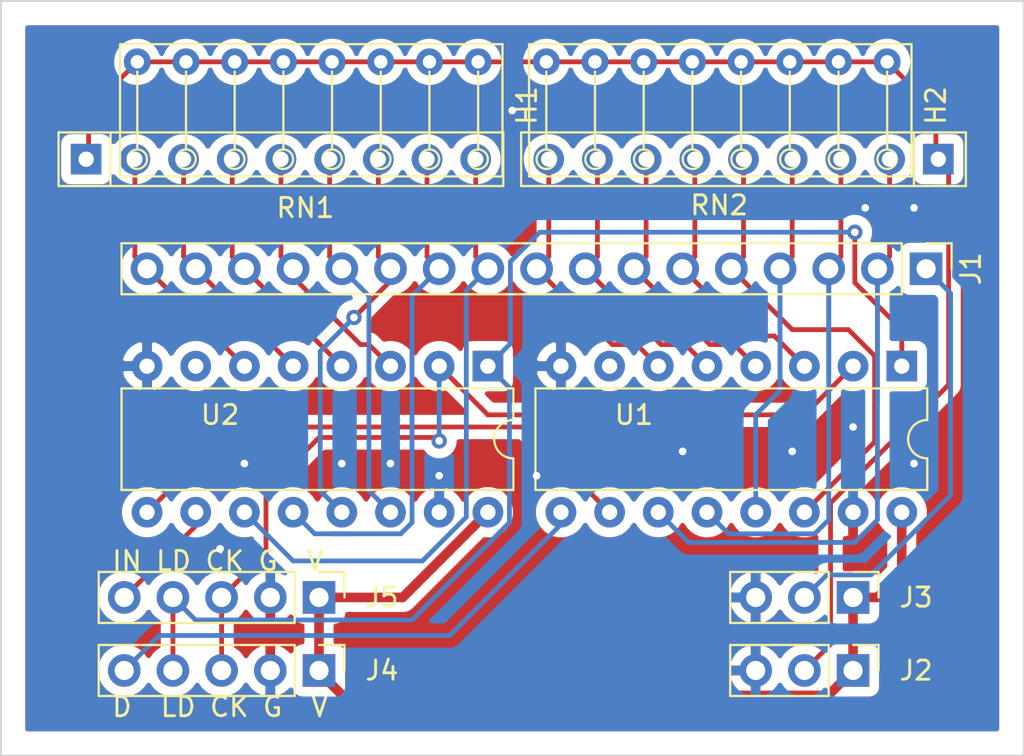
<source format=kicad_pcb>
(kicad_pcb (version 20171130) (host pcbnew "(5.1.9)-1")

  (general
    (thickness 1.6)
    (drawings 6)
    (tracks 187)
    (zones 0)
    (modules 11)
    (nets 26)
  )

  (page A4)
  (layers
    (0 F.Cu signal)
    (31 B.Cu signal)
    (32 B.Adhes user)
    (33 F.Adhes user)
    (34 B.Paste user hide)
    (35 F.Paste user hide)
    (36 B.SilkS user)
    (37 F.SilkS user)
    (38 B.Mask user hide)
    (39 F.Mask user hide)
    (40 Dwgs.User user)
    (41 Cmts.User user)
    (42 Eco1.User user)
    (43 Eco2.User user)
    (44 Edge.Cuts user)
    (45 Margin user)
    (46 B.CrtYd user)
    (47 F.CrtYd user)
    (48 B.Fab user hide)
    (49 F.Fab user hide)
  )

  (setup
    (last_trace_width 0.25)
    (trace_clearance 0.2)
    (zone_clearance 0.508)
    (zone_45_only no)
    (trace_min 0.2)
    (via_size 0.8)
    (via_drill 0.4)
    (via_min_size 0.4)
    (via_min_drill 0.3)
    (uvia_size 0.3)
    (uvia_drill 0.1)
    (uvias_allowed no)
    (uvia_min_size 0.2)
    (uvia_min_drill 0.1)
    (edge_width 0.05)
    (segment_width 0.2)
    (pcb_text_width 0.3)
    (pcb_text_size 1.5 1.5)
    (mod_edge_width 0.12)
    (mod_text_size 1 1)
    (mod_text_width 0.15)
    (pad_size 1.524 1.524)
    (pad_drill 0.762)
    (pad_to_mask_clearance 0)
    (aux_axis_origin 0 0)
    (visible_elements 7FFFFFFF)
    (pcbplotparams
      (layerselection 0x0103c_ffffffff)
      (usegerberextensions false)
      (usegerberattributes true)
      (usegerberadvancedattributes true)
      (creategerberjobfile true)
      (excludeedgelayer true)
      (linewidth 0.100000)
      (plotframeref false)
      (viasonmask false)
      (mode 1)
      (useauxorigin false)
      (hpglpennumber 1)
      (hpglpenspeed 20)
      (hpglpendiameter 15.000000)
      (psnegative false)
      (psa4output false)
      (plotreference true)
      (plotvalue true)
      (plotinvisibletext false)
      (padsonsilk false)
      (subtractmaskfromsilk false)
      (outputformat 1)
      (mirror false)
      (drillshape 0)
      (scaleselection 1)
      (outputdirectory "gerber"))
  )

  (net 0 "")
  (net 1 /PULL)
  (net 2 /C_SHORT)
  (net 3 /C_UP)
  (net 4 /C_DOWN)
  (net 5 /C_LEFT)
  (net 6 /C_RIGHT)
  (net 7 /C_START)
  (net 8 /C_SELECT)
  (net 9 VCC)
  (net 10 GND)
  (net 11 /D_IN)
  (net 12 /D_OUT)
  (net 13 /LOAD)
  (net 14 /CLK)
  (net 15 /C_A)
  (net 16 /C_B)
  (net 17 /C_X)
  (net 18 /C_Y)
  (net 19 /C_EX4)
  (net 20 /C_EX3)
  (net 21 /C_EX2)
  (net 22 /C_EX1)
  (net 23 /Q7)
  (net 24 /C_R)
  (net 25 /C_L)

  (net_class Default "This is the default net class."
    (clearance 0.2)
    (trace_width 0.25)
    (via_dia 0.8)
    (via_drill 0.4)
    (uvia_dia 0.3)
    (uvia_drill 0.1)
    (add_net /CLK)
    (add_net /C_A)
    (add_net /C_B)
    (add_net /C_DOWN)
    (add_net /C_EX1)
    (add_net /C_EX2)
    (add_net /C_EX3)
    (add_net /C_EX4)
    (add_net /C_L)
    (add_net /C_LEFT)
    (add_net /C_R)
    (add_net /C_RIGHT)
    (add_net /C_SELECT)
    (add_net /C_SHORT)
    (add_net /C_START)
    (add_net /C_UP)
    (add_net /C_X)
    (add_net /C_Y)
    (add_net /D_IN)
    (add_net /D_OUT)
    (add_net /LOAD)
    (add_net /PULL)
    (add_net /Q7)
  )

  (net_class Power ""
    (clearance 0.2)
    (trace_width 0.5)
    (via_dia 0.8)
    (via_drill 0.4)
    (uvia_dia 0.3)
    (uvia_drill 0.1)
    (add_net GND)
    (add_net VCC)
  )

  (module joystick-input:TestPoint_Bridge_Pitch5.08mm_Drill0.7mm_array_08_half (layer F.Cu) (tedit 61339FE0) (tstamp 6133E99F)
    (at 140.208 38.735 90)
    (descr "wire loop as test point, pitch 5.08mm, hole diameter 0.7mm, wire diameter 1.0mm")
    (tags "test point wire loop")
    (path /6133EEFC)
    (attr virtual)
    (fp_text reference H2 (at 2.8 20.32 90) (layer F.SilkS)
      (effects (font (size 1 1) (thickness 0.15)))
    )
    (fp_text value MountingHole_Array_01x08_Pad (at 2.54 -1.7 90) (layer F.Fab)
      (effects (font (size 1 1) (thickness 0.15)))
    )
    (fp_line (start 0.508 0) (end 4.572 0) (layer F.SilkS) (width 0.12))
    (fp_line (start 0.508 2.54) (end 4.572 2.54) (layer F.SilkS) (width 0.12))
    (fp_line (start 0.508 17.78) (end 4.572 17.78) (layer F.SilkS) (width 0.12))
    (fp_line (start 0.508 15.24) (end 4.572 15.24) (layer F.SilkS) (width 0.12))
    (fp_line (start 0.508 12.7) (end 4.572 12.7) (layer F.SilkS) (width 0.12))
    (fp_line (start 0.508 10.16) (end 4.572 10.16) (layer F.SilkS) (width 0.12))
    (fp_line (start 0.508 7.62) (end 4.572 7.62) (layer F.SilkS) (width 0.12))
    (fp_line (start 0.508 5.08) (end 4.572 5.08) (layer F.SilkS) (width 0.12))
    (fp_circle (center 0 17.78) (end 0.508 17.78) (layer F.SilkS) (width 0.12))
    (fp_circle (center 0 15.24) (end 0.508 15.24) (layer F.SilkS) (width 0.12))
    (fp_circle (center 0 12.7) (end 0.508 12.7) (layer F.SilkS) (width 0.12))
    (fp_circle (center 0 10.16) (end 0.508 10.16) (layer F.SilkS) (width 0.12))
    (fp_circle (center 0 7.62) (end 0.508 7.62) (layer F.SilkS) (width 0.12))
    (fp_circle (center 0 5.08) (end 0.508 5.08) (layer F.SilkS) (width 0.12))
    (fp_circle (center 0 2.54) (end 0.508 2.54) (layer F.SilkS) (width 0.12))
    (fp_circle (center 0 0) (end 0.508 0) (layer F.SilkS) (width 0.12))
    (fp_line (start 5.08 17.78) (end 0 17.78) (layer F.Fab) (width 0.12))
    (fp_line (start 5.08 15.24) (end 0 15.24) (layer F.Fab) (width 0.12))
    (fp_line (start 5.08 12.7) (end 0 12.7) (layer F.Fab) (width 0.12))
    (fp_line (start 5.08 10.16) (end 0 10.16) (layer F.Fab) (width 0.12))
    (fp_line (start 5.08 7.62) (end 0 7.62) (layer F.Fab) (width 0.12))
    (fp_line (start 5.08 5.08) (end 0 5.08) (layer F.Fab) (width 0.12))
    (fp_line (start 5.08 2.54) (end 0 2.54) (layer F.Fab) (width 0.12))
    (fp_line (start 5.08 0) (end 0 0) (layer F.Fab) (width 0.12))
    (fp_line (start -0.9 19.05) (end -0.9 -0.9) (layer F.SilkS) (width 0.12))
    (fp_line (start 6 19.05) (end -0.9 19.05) (layer F.SilkS) (width 0.12))
    (fp_line (start 6 -0.9) (end 6 19.05) (layer F.SilkS) (width 0.12))
    (fp_line (start -0.9 -0.9) (end 6 -0.9) (layer F.SilkS) (width 0.12))
    (fp_text user %R (at 2.8 20.32 90) (layer F.Fab)
      (effects (font (size 1 1) (thickness 0.15)))
    )
    (pad 1 thru_hole circle (at 5.08 0 90) (size 1.4 1.4) (drill 0.7) (layers *.Cu *.Mask)
      (net 1 /PULL))
    (pad 2 thru_hole circle (at 5.08 2.54 90) (size 1.4 1.4) (drill 0.7) (layers *.Cu *.Mask)
      (net 1 /PULL))
    (pad 3 thru_hole circle (at 5.08 5.08 90) (size 1.4 1.4) (drill 0.7) (layers *.Cu *.Mask)
      (net 1 /PULL))
    (pad 4 thru_hole circle (at 5.08 7.62 90) (size 1.4 1.4) (drill 0.7) (layers *.Cu *.Mask)
      (net 1 /PULL))
    (pad 5 thru_hole circle (at 5.08 10.16 90) (size 1.4 1.4) (drill 0.7) (layers *.Cu *.Mask)
      (net 1 /PULL))
    (pad 6 thru_hole circle (at 5.08 12.7 90) (size 1.4 1.4) (drill 0.7) (layers *.Cu *.Mask)
      (net 1 /PULL))
    (pad 7 thru_hole circle (at 5.08 15.24 90) (size 1.4 1.4) (drill 0.7) (layers *.Cu *.Mask)
      (net 1 /PULL))
    (pad 8 thru_hole circle (at 5.08 17.78 90) (size 1.4 1.4) (drill 0.7) (layers *.Cu *.Mask)
      (net 1 /PULL))
    (model ${KISYS3DMOD}/TestPoint.3dshapes/TestPoint_Bridge_Pitch5.08mm_Drill0.7mm.wrl
      (at (xyz 0 0 0))
      (scale (xyz 1 1 1))
      (rotate (xyz 0 0 0))
    )
  )

  (module joystick-input:TestPoint_Bridge_Pitch5.08mm_Drill0.7mm_array_08_half (layer F.Cu) (tedit 61339FE0) (tstamp 6133E0D5)
    (at 118.872 38.735 90)
    (descr "wire loop as test point, pitch 5.08mm, hole diameter 0.7mm, wire diameter 1.0mm")
    (tags "test point wire loop")
    (path /6133D9BA)
    (attr virtual)
    (fp_text reference H1 (at 2.8 20.32 90) (layer F.SilkS)
      (effects (font (size 1 1) (thickness 0.15)))
    )
    (fp_text value MountingHole_Array_01x08_Pad (at 2.54 -1.7 90) (layer F.Fab)
      (effects (font (size 1 1) (thickness 0.15)))
    )
    (fp_line (start 0.508 0) (end 4.572 0) (layer F.SilkS) (width 0.12))
    (fp_line (start 0.508 2.54) (end 4.572 2.54) (layer F.SilkS) (width 0.12))
    (fp_line (start 0.508 17.78) (end 4.572 17.78) (layer F.SilkS) (width 0.12))
    (fp_line (start 0.508 15.24) (end 4.572 15.24) (layer F.SilkS) (width 0.12))
    (fp_line (start 0.508 12.7) (end 4.572 12.7) (layer F.SilkS) (width 0.12))
    (fp_line (start 0.508 10.16) (end 4.572 10.16) (layer F.SilkS) (width 0.12))
    (fp_line (start 0.508 7.62) (end 4.572 7.62) (layer F.SilkS) (width 0.12))
    (fp_line (start 0.508 5.08) (end 4.572 5.08) (layer F.SilkS) (width 0.12))
    (fp_circle (center 0 17.78) (end 0.508 17.78) (layer F.SilkS) (width 0.12))
    (fp_circle (center 0 15.24) (end 0.508 15.24) (layer F.SilkS) (width 0.12))
    (fp_circle (center 0 12.7) (end 0.508 12.7) (layer F.SilkS) (width 0.12))
    (fp_circle (center 0 10.16) (end 0.508 10.16) (layer F.SilkS) (width 0.12))
    (fp_circle (center 0 7.62) (end 0.508 7.62) (layer F.SilkS) (width 0.12))
    (fp_circle (center 0 5.08) (end 0.508 5.08) (layer F.SilkS) (width 0.12))
    (fp_circle (center 0 2.54) (end 0.508 2.54) (layer F.SilkS) (width 0.12))
    (fp_circle (center 0 0) (end 0.508 0) (layer F.SilkS) (width 0.12))
    (fp_line (start 5.08 17.78) (end 0 17.78) (layer F.Fab) (width 0.12))
    (fp_line (start 5.08 15.24) (end 0 15.24) (layer F.Fab) (width 0.12))
    (fp_line (start 5.08 12.7) (end 0 12.7) (layer F.Fab) (width 0.12))
    (fp_line (start 5.08 10.16) (end 0 10.16) (layer F.Fab) (width 0.12))
    (fp_line (start 5.08 7.62) (end 0 7.62) (layer F.Fab) (width 0.12))
    (fp_line (start 5.08 5.08) (end 0 5.08) (layer F.Fab) (width 0.12))
    (fp_line (start 5.08 2.54) (end 0 2.54) (layer F.Fab) (width 0.12))
    (fp_line (start 5.08 0) (end 0 0) (layer F.Fab) (width 0.12))
    (fp_line (start -0.9 19.05) (end -0.9 -0.9) (layer F.SilkS) (width 0.12))
    (fp_line (start 6 19.05) (end -0.9 19.05) (layer F.SilkS) (width 0.12))
    (fp_line (start 6 -0.9) (end 6 19.05) (layer F.SilkS) (width 0.12))
    (fp_line (start -0.9 -0.9) (end 6 -0.9) (layer F.SilkS) (width 0.12))
    (fp_text user %R (at 2.8 20.32 90) (layer F.Fab)
      (effects (font (size 1 1) (thickness 0.15)))
    )
    (pad 1 thru_hole circle (at 5.08 0 90) (size 1.4 1.4) (drill 0.7) (layers *.Cu *.Mask)
      (net 1 /PULL))
    (pad 2 thru_hole circle (at 5.08 2.54 90) (size 1.4 1.4) (drill 0.7) (layers *.Cu *.Mask)
      (net 1 /PULL))
    (pad 3 thru_hole circle (at 5.08 5.08 90) (size 1.4 1.4) (drill 0.7) (layers *.Cu *.Mask)
      (net 1 /PULL))
    (pad 4 thru_hole circle (at 5.08 7.62 90) (size 1.4 1.4) (drill 0.7) (layers *.Cu *.Mask)
      (net 1 /PULL))
    (pad 5 thru_hole circle (at 5.08 10.16 90) (size 1.4 1.4) (drill 0.7) (layers *.Cu *.Mask)
      (net 1 /PULL))
    (pad 6 thru_hole circle (at 5.08 12.7 90) (size 1.4 1.4) (drill 0.7) (layers *.Cu *.Mask)
      (net 1 /PULL))
    (pad 7 thru_hole circle (at 5.08 15.24 90) (size 1.4 1.4) (drill 0.7) (layers *.Cu *.Mask)
      (net 1 /PULL))
    (pad 8 thru_hole circle (at 5.08 17.78 90) (size 1.4 1.4) (drill 0.7) (layers *.Cu *.Mask)
      (net 1 /PULL))
    (model ${KISYS3DMOD}/TestPoint.3dshapes/TestPoint_Bridge_Pitch5.08mm_Drill0.7mm.wrl
      (at (xyz 0 0 0))
      (scale (xyz 1 1 1))
      (rotate (xyz 0 0 0))
    )
  )

  (module Package_DIP:DIP-16_W7.62mm (layer F.Cu) (tedit 5A02E8C5) (tstamp 613438F4)
    (at 158.75 49.53 270)
    (descr "16-lead though-hole mounted DIP package, row spacing 7.62 mm (300 mils)")
    (tags "THT DIP DIL PDIP 2.54mm 7.62mm 300mil")
    (path /61324A38)
    (fp_text reference U1 (at 2.54 13.97 180) (layer F.SilkS)
      (effects (font (size 1 1) (thickness 0.15)))
    )
    (fp_text value 74HC165 (at 3.81 20.11 90) (layer F.Fab)
      (effects (font (size 1 1) (thickness 0.15)))
    )
    (fp_line (start 8.7 -1.55) (end -1.1 -1.55) (layer F.CrtYd) (width 0.05))
    (fp_line (start 8.7 19.3) (end 8.7 -1.55) (layer F.CrtYd) (width 0.05))
    (fp_line (start -1.1 19.3) (end 8.7 19.3) (layer F.CrtYd) (width 0.05))
    (fp_line (start -1.1 -1.55) (end -1.1 19.3) (layer F.CrtYd) (width 0.05))
    (fp_line (start 6.46 -1.33) (end 4.81 -1.33) (layer F.SilkS) (width 0.12))
    (fp_line (start 6.46 19.11) (end 6.46 -1.33) (layer F.SilkS) (width 0.12))
    (fp_line (start 1.16 19.11) (end 6.46 19.11) (layer F.SilkS) (width 0.12))
    (fp_line (start 1.16 -1.33) (end 1.16 19.11) (layer F.SilkS) (width 0.12))
    (fp_line (start 2.81 -1.33) (end 1.16 -1.33) (layer F.SilkS) (width 0.12))
    (fp_line (start 0.635 -0.27) (end 1.635 -1.27) (layer F.Fab) (width 0.1))
    (fp_line (start 0.635 19.05) (end 0.635 -0.27) (layer F.Fab) (width 0.1))
    (fp_line (start 6.985 19.05) (end 0.635 19.05) (layer F.Fab) (width 0.1))
    (fp_line (start 6.985 -1.27) (end 6.985 19.05) (layer F.Fab) (width 0.1))
    (fp_line (start 1.635 -1.27) (end 6.985 -1.27) (layer F.Fab) (width 0.1))
    (fp_text user %R (at 3.81 8.89 90) (layer F.Fab)
      (effects (font (size 1 1) (thickness 0.15)))
    )
    (fp_arc (start 3.81 -1.33) (end 2.81 -1.33) (angle -180) (layer F.SilkS) (width 0.12))
    (pad 16 thru_hole oval (at 7.62 0 270) (size 1.6 1.6) (drill 0.8) (layers *.Cu *.Mask)
      (net 9 VCC))
    (pad 8 thru_hole oval (at 0 17.78 270) (size 1.6 1.6) (drill 0.8) (layers *.Cu *.Mask)
      (net 10 GND))
    (pad 15 thru_hole oval (at 7.62 2.54 270) (size 1.6 1.6) (drill 0.8) (layers *.Cu *.Mask)
      (net 10 GND))
    (pad 7 thru_hole oval (at 0 15.24 270) (size 1.6 1.6) (drill 0.8) (layers *.Cu *.Mask))
    (pad 14 thru_hole oval (at 7.62 5.08 270) (size 1.6 1.6) (drill 0.8) (layers *.Cu *.Mask)
      (net 6 /C_RIGHT))
    (pad 6 thru_hole oval (at 0 12.7 270) (size 1.6 1.6) (drill 0.8) (layers *.Cu *.Mask)
      (net 16 /C_B))
    (pad 13 thru_hole oval (at 7.62 7.62 270) (size 1.6 1.6) (drill 0.8) (layers *.Cu *.Mask)
      (net 5 /C_LEFT))
    (pad 5 thru_hole oval (at 0 10.16 270) (size 1.6 1.6) (drill 0.8) (layers *.Cu *.Mask)
      (net 15 /C_A))
    (pad 12 thru_hole oval (at 7.62 10.16 270) (size 1.6 1.6) (drill 0.8) (layers *.Cu *.Mask)
      (net 4 /C_DOWN))
    (pad 4 thru_hole oval (at 0 7.62 270) (size 1.6 1.6) (drill 0.8) (layers *.Cu *.Mask)
      (net 8 /C_SELECT))
    (pad 11 thru_hole oval (at 7.62 12.7 270) (size 1.6 1.6) (drill 0.8) (layers *.Cu *.Mask)
      (net 3 /C_UP))
    (pad 3 thru_hole oval (at 0 5.08 270) (size 1.6 1.6) (drill 0.8) (layers *.Cu *.Mask)
      (net 7 /C_START))
    (pad 10 thru_hole oval (at 7.62 15.24 270) (size 1.6 1.6) (drill 0.8) (layers *.Cu *.Mask)
      (net 23 /Q7))
    (pad 2 thru_hole oval (at 0 2.54 270) (size 1.6 1.6) (drill 0.8) (layers *.Cu *.Mask)
      (net 14 /CLK))
    (pad 9 thru_hole oval (at 7.62 17.78 270) (size 1.6 1.6) (drill 0.8) (layers *.Cu *.Mask)
      (net 12 /D_OUT))
    (pad 1 thru_hole rect (at 0 0 270) (size 1.6 1.6) (drill 0.8) (layers *.Cu *.Mask)
      (net 13 /LOAD))
    (model ${KISYS3DMOD}/Package_DIP.3dshapes/DIP-16_W7.62mm.wrl
      (at (xyz 0 0 0))
      (scale (xyz 1 1 1))
      (rotate (xyz 0 0 0))
    )
  )

  (module Connector_PinHeader_2.54mm:PinHeader_1x17_P2.54mm_Vertical (layer F.Cu) (tedit 59FED5CC) (tstamp 6134B688)
    (at 160.02 44.45 270)
    (descr "Through hole straight pin header, 1x17, 2.54mm pitch, single row")
    (tags "Through hole pin header THT 1x17 2.54mm single row")
    (path /61507D81)
    (fp_text reference J1 (at 0 -2.33 90) (layer F.SilkS)
      (effects (font (size 1 1) (thickness 0.15)))
    )
    (fp_text value Conn_01x17_Male (at 0 42.97 90) (layer F.Fab)
      (effects (font (size 1 1) (thickness 0.15)))
    )
    (fp_line (start -0.635 -1.27) (end 1.27 -1.27) (layer F.Fab) (width 0.1))
    (fp_line (start 1.27 -1.27) (end 1.27 41.91) (layer F.Fab) (width 0.1))
    (fp_line (start 1.27 41.91) (end -1.27 41.91) (layer F.Fab) (width 0.1))
    (fp_line (start -1.27 41.91) (end -1.27 -0.635) (layer F.Fab) (width 0.1))
    (fp_line (start -1.27 -0.635) (end -0.635 -1.27) (layer F.Fab) (width 0.1))
    (fp_line (start -1.33 41.97) (end 1.33 41.97) (layer F.SilkS) (width 0.12))
    (fp_line (start -1.33 1.27) (end -1.33 41.97) (layer F.SilkS) (width 0.12))
    (fp_line (start 1.33 1.27) (end 1.33 41.97) (layer F.SilkS) (width 0.12))
    (fp_line (start -1.33 1.27) (end 1.33 1.27) (layer F.SilkS) (width 0.12))
    (fp_line (start -1.33 0) (end -1.33 -1.33) (layer F.SilkS) (width 0.12))
    (fp_line (start -1.33 -1.33) (end 0 -1.33) (layer F.SilkS) (width 0.12))
    (fp_line (start -1.8 -1.8) (end -1.8 42.45) (layer F.CrtYd) (width 0.05))
    (fp_line (start -1.8 42.45) (end 1.8 42.45) (layer F.CrtYd) (width 0.05))
    (fp_line (start 1.8 42.45) (end 1.8 -1.8) (layer F.CrtYd) (width 0.05))
    (fp_line (start 1.8 -1.8) (end -1.8 -1.8) (layer F.CrtYd) (width 0.05))
    (fp_text user %R (at 0 20.32) (layer F.Fab)
      (effects (font (size 1 1) (thickness 0.15)))
    )
    (pad 17 thru_hole oval (at 0 40.64 270) (size 1.7 1.7) (drill 1) (layers *.Cu *.Mask)
      (net 19 /C_EX4))
    (pad 16 thru_hole oval (at 0 38.1 270) (size 1.7 1.7) (drill 1) (layers *.Cu *.Mask)
      (net 20 /C_EX3))
    (pad 15 thru_hole oval (at 0 35.56 270) (size 1.7 1.7) (drill 1) (layers *.Cu *.Mask)
      (net 21 /C_EX2))
    (pad 14 thru_hole oval (at 0 33.02 270) (size 1.7 1.7) (drill 1) (layers *.Cu *.Mask)
      (net 22 /C_EX1))
    (pad 13 thru_hole oval (at 0 30.48 270) (size 1.7 1.7) (drill 1) (layers *.Cu *.Mask)
      (net 24 /C_R))
    (pad 12 thru_hole oval (at 0 27.94 270) (size 1.7 1.7) (drill 1) (layers *.Cu *.Mask)
      (net 25 /C_L))
    (pad 11 thru_hole oval (at 0 25.4 270) (size 1.7 1.7) (drill 1) (layers *.Cu *.Mask)
      (net 18 /C_Y))
    (pad 10 thru_hole oval (at 0 22.86 270) (size 1.7 1.7) (drill 1) (layers *.Cu *.Mask)
      (net 17 /C_X))
    (pad 9 thru_hole oval (at 0 20.32 270) (size 1.7 1.7) (drill 1) (layers *.Cu *.Mask)
      (net 16 /C_B))
    (pad 8 thru_hole oval (at 0 17.78 270) (size 1.7 1.7) (drill 1) (layers *.Cu *.Mask)
      (net 15 /C_A))
    (pad 7 thru_hole oval (at 0 15.24 270) (size 1.7 1.7) (drill 1) (layers *.Cu *.Mask)
      (net 8 /C_SELECT))
    (pad 6 thru_hole oval (at 0 12.7 270) (size 1.7 1.7) (drill 1) (layers *.Cu *.Mask)
      (net 7 /C_START))
    (pad 5 thru_hole oval (at 0 10.16 270) (size 1.7 1.7) (drill 1) (layers *.Cu *.Mask)
      (net 6 /C_RIGHT))
    (pad 4 thru_hole oval (at 0 7.62 270) (size 1.7 1.7) (drill 1) (layers *.Cu *.Mask)
      (net 5 /C_LEFT))
    (pad 3 thru_hole oval (at 0 5.08 270) (size 1.7 1.7) (drill 1) (layers *.Cu *.Mask)
      (net 4 /C_DOWN))
    (pad 2 thru_hole oval (at 0 2.54 270) (size 1.7 1.7) (drill 1) (layers *.Cu *.Mask)
      (net 3 /C_UP))
    (pad 1 thru_hole rect (at 0 0 270) (size 1.7 1.7) (drill 1) (layers *.Cu *.Mask)
      (net 2 /C_SHORT))
    (model ${KISYS3DMOD}/Connector_PinHeader_2.54mm.3dshapes/PinHeader_1x17_P2.54mm_Vertical.wrl
      (at (xyz 0 0 0))
      (scale (xyz 1 1 1))
      (rotate (xyz 0 0 0))
    )
  )

  (module Resistor_THT:R_Array_SIP9 (layer F.Cu) (tedit 5A14249F) (tstamp 61342240)
    (at 116.205 38.735)
    (descr "9-pin Resistor SIP pack")
    (tags R)
    (path /614B9F97)
    (fp_text reference RN1 (at 11.43 2.54) (layer F.SilkS)
      (effects (font (size 1 1) (thickness 0.15)))
    )
    (fp_text value R_Network08 (at 11.43 2.4) (layer F.Fab)
      (effects (font (size 1 1) (thickness 0.15)))
    )
    (fp_line (start 22.05 -1.65) (end -1.7 -1.65) (layer F.CrtYd) (width 0.05))
    (fp_line (start 22.05 1.65) (end 22.05 -1.65) (layer F.CrtYd) (width 0.05))
    (fp_line (start -1.7 1.65) (end 22.05 1.65) (layer F.CrtYd) (width 0.05))
    (fp_line (start -1.7 -1.65) (end -1.7 1.65) (layer F.CrtYd) (width 0.05))
    (fp_line (start 1.27 -1.4) (end 1.27 1.4) (layer F.SilkS) (width 0.12))
    (fp_line (start 21.76 -1.4) (end -1.44 -1.4) (layer F.SilkS) (width 0.12))
    (fp_line (start 21.76 1.4) (end 21.76 -1.4) (layer F.SilkS) (width 0.12))
    (fp_line (start -1.44 1.4) (end 21.76 1.4) (layer F.SilkS) (width 0.12))
    (fp_line (start -1.44 -1.4) (end -1.44 1.4) (layer F.SilkS) (width 0.12))
    (fp_line (start 1.27 -1.25) (end 1.27 1.25) (layer F.Fab) (width 0.1))
    (fp_line (start 21.61 -1.25) (end -1.29 -1.25) (layer F.Fab) (width 0.1))
    (fp_line (start 21.61 1.25) (end 21.61 -1.25) (layer F.Fab) (width 0.1))
    (fp_line (start -1.29 1.25) (end 21.61 1.25) (layer F.Fab) (width 0.1))
    (fp_line (start -1.29 -1.25) (end -1.29 1.25) (layer F.Fab) (width 0.1))
    (fp_text user %R (at 10.16 0) (layer F.Fab)
      (effects (font (size 1 1) (thickness 0.15)))
    )
    (pad 9 thru_hole oval (at 20.32 0) (size 1.6 1.6) (drill 0.8) (layers *.Cu *.Mask)
      (net 17 /C_X))
    (pad 8 thru_hole oval (at 17.78 0) (size 1.6 1.6) (drill 0.8) (layers *.Cu *.Mask)
      (net 18 /C_Y))
    (pad 7 thru_hole oval (at 15.24 0) (size 1.6 1.6) (drill 0.8) (layers *.Cu *.Mask)
      (net 25 /C_L))
    (pad 6 thru_hole oval (at 12.7 0) (size 1.6 1.6) (drill 0.8) (layers *.Cu *.Mask)
      (net 24 /C_R))
    (pad 5 thru_hole oval (at 10.16 0) (size 1.6 1.6) (drill 0.8) (layers *.Cu *.Mask)
      (net 22 /C_EX1))
    (pad 4 thru_hole oval (at 7.62 0) (size 1.6 1.6) (drill 0.8) (layers *.Cu *.Mask)
      (net 21 /C_EX2))
    (pad 3 thru_hole oval (at 5.08 0) (size 1.6 1.6) (drill 0.8) (layers *.Cu *.Mask)
      (net 20 /C_EX3))
    (pad 2 thru_hole oval (at 2.54 0) (size 1.6 1.6) (drill 0.8) (layers *.Cu *.Mask)
      (net 19 /C_EX4))
    (pad 1 thru_hole rect (at 0 0) (size 1.6 1.6) (drill 0.8) (layers *.Cu *.Mask)
      (net 1 /PULL))
    (model ${KISYS3DMOD}/Resistor_THT.3dshapes/R_Array_SIP9.wrl
      (at (xyz 0 0 0))
      (scale (xyz 1 1 1))
      (rotate (xyz 0 0 0))
    )
  )

  (module Connector_PinHeader_2.54mm:PinHeader_1x03_P2.54mm_Vertical (layer F.Cu) (tedit 59FED5CC) (tstamp 61340572)
    (at 156.21 61.595 270)
    (descr "Through hole straight pin header, 1x03, 2.54mm pitch, single row")
    (tags "Through hole pin header THT 1x03 2.54mm single row")
    (path /613769C0)
    (fp_text reference J3 (at 0 -2.33 180) (layer F.SilkS)
      (effects (font (size 1 1) (thickness 0.15)) (justify left))
    )
    (fp_text value Conn_01x03_Male (at 0 7.41 90) (layer F.Fab)
      (effects (font (size 1 1) (thickness 0.15)))
    )
    (fp_line (start 1.8 -1.8) (end -1.8 -1.8) (layer F.CrtYd) (width 0.05))
    (fp_line (start 1.8 6.85) (end 1.8 -1.8) (layer F.CrtYd) (width 0.05))
    (fp_line (start -1.8 6.85) (end 1.8 6.85) (layer F.CrtYd) (width 0.05))
    (fp_line (start -1.8 -1.8) (end -1.8 6.85) (layer F.CrtYd) (width 0.05))
    (fp_line (start -1.33 -1.33) (end 0 -1.33) (layer F.SilkS) (width 0.12))
    (fp_line (start -1.33 0) (end -1.33 -1.33) (layer F.SilkS) (width 0.12))
    (fp_line (start -1.33 1.27) (end 1.33 1.27) (layer F.SilkS) (width 0.12))
    (fp_line (start 1.33 1.27) (end 1.33 6.41) (layer F.SilkS) (width 0.12))
    (fp_line (start -1.33 1.27) (end -1.33 6.41) (layer F.SilkS) (width 0.12))
    (fp_line (start -1.33 6.41) (end 1.33 6.41) (layer F.SilkS) (width 0.12))
    (fp_line (start -1.27 -0.635) (end -0.635 -1.27) (layer F.Fab) (width 0.1))
    (fp_line (start -1.27 6.35) (end -1.27 -0.635) (layer F.Fab) (width 0.1))
    (fp_line (start 1.27 6.35) (end -1.27 6.35) (layer F.Fab) (width 0.1))
    (fp_line (start 1.27 -1.27) (end 1.27 6.35) (layer F.Fab) (width 0.1))
    (fp_line (start -0.635 -1.27) (end 1.27 -1.27) (layer F.Fab) (width 0.1))
    (fp_text user %R (at 0 2.54) (layer F.Fab)
      (effects (font (size 1 1) (thickness 0.15)))
    )
    (pad 3 thru_hole oval (at 0 5.08 270) (size 1.7 1.7) (drill 1) (layers *.Cu *.Mask)
      (net 10 GND))
    (pad 2 thru_hole oval (at 0 2.54 270) (size 1.7 1.7) (drill 1) (layers *.Cu *.Mask)
      (net 2 /C_SHORT))
    (pad 1 thru_hole rect (at 0 0 270) (size 1.7 1.7) (drill 1) (layers *.Cu *.Mask)
      (net 9 VCC))
    (model ${KISYS3DMOD}/Connector_PinHeader_2.54mm.3dshapes/PinHeader_1x03_P2.54mm_Vertical.wrl
      (at (xyz 0 0 0))
      (scale (xyz 1 1 1))
      (rotate (xyz 0 0 0))
    )
  )

  (module Connector_PinHeader_2.54mm:PinHeader_1x03_P2.54mm_Vertical (layer F.Cu) (tedit 59FED5CC) (tstamp 61340680)
    (at 156.21 65.405 270)
    (descr "Through hole straight pin header, 1x03, 2.54mm pitch, single row")
    (tags "Through hole pin header THT 1x03 2.54mm single row")
    (path /6132E1E6)
    (fp_text reference J2 (at 0 -2.33 180) (layer F.SilkS)
      (effects (font (size 1 1) (thickness 0.15)) (justify left))
    )
    (fp_text value Conn_01x03_Male (at 0 7.41 90) (layer F.Fab)
      (effects (font (size 1 1) (thickness 0.15)))
    )
    (fp_line (start 1.8 -1.8) (end -1.8 -1.8) (layer F.CrtYd) (width 0.05))
    (fp_line (start 1.8 6.85) (end 1.8 -1.8) (layer F.CrtYd) (width 0.05))
    (fp_line (start -1.8 6.85) (end 1.8 6.85) (layer F.CrtYd) (width 0.05))
    (fp_line (start -1.8 -1.8) (end -1.8 6.85) (layer F.CrtYd) (width 0.05))
    (fp_line (start -1.33 -1.33) (end 0 -1.33) (layer F.SilkS) (width 0.12))
    (fp_line (start -1.33 0) (end -1.33 -1.33) (layer F.SilkS) (width 0.12))
    (fp_line (start -1.33 1.27) (end 1.33 1.27) (layer F.SilkS) (width 0.12))
    (fp_line (start 1.33 1.27) (end 1.33 6.41) (layer F.SilkS) (width 0.12))
    (fp_line (start -1.33 1.27) (end -1.33 6.41) (layer F.SilkS) (width 0.12))
    (fp_line (start -1.33 6.41) (end 1.33 6.41) (layer F.SilkS) (width 0.12))
    (fp_line (start -1.27 -0.635) (end -0.635 -1.27) (layer F.Fab) (width 0.1))
    (fp_line (start -1.27 6.35) (end -1.27 -0.635) (layer F.Fab) (width 0.1))
    (fp_line (start 1.27 6.35) (end -1.27 6.35) (layer F.Fab) (width 0.1))
    (fp_line (start 1.27 -1.27) (end 1.27 6.35) (layer F.Fab) (width 0.1))
    (fp_line (start -0.635 -1.27) (end 1.27 -1.27) (layer F.Fab) (width 0.1))
    (fp_text user %R (at 0 2.54) (layer F.Fab)
      (effects (font (size 1 1) (thickness 0.15)))
    )
    (pad 3 thru_hole oval (at 0 5.08 270) (size 1.7 1.7) (drill 1) (layers *.Cu *.Mask)
      (net 10 GND))
    (pad 2 thru_hole oval (at 0 2.54 270) (size 1.7 1.7) (drill 1) (layers *.Cu *.Mask)
      (net 1 /PULL))
    (pad 1 thru_hole rect (at 0 0 270) (size 1.7 1.7) (drill 1) (layers *.Cu *.Mask)
      (net 9 VCC))
    (model ${KISYS3DMOD}/Connector_PinHeader_2.54mm.3dshapes/PinHeader_1x03_P2.54mm_Vertical.wrl
      (at (xyz 0 0 0))
      (scale (xyz 1 1 1))
      (rotate (xyz 0 0 0))
    )
  )

  (module Package_DIP:DIP-16_W7.62mm (layer F.Cu) (tedit 5A02E8C5) (tstamp 613406CF)
    (at 137.16 49.53 270)
    (descr "16-lead though-hole mounted DIP package, row spacing 7.62 mm (300 mils)")
    (tags "THT DIP DIL PDIP 2.54mm 7.62mm 300mil")
    (path /613277F7)
    (fp_text reference U2 (at 2.54 13.97 180) (layer F.SilkS)
      (effects (font (size 1 1) (thickness 0.15)))
    )
    (fp_text value 74HC165 (at 3.81 20.11 90) (layer F.Fab)
      (effects (font (size 1 1) (thickness 0.15)))
    )
    (fp_line (start 1.635 -1.27) (end 6.985 -1.27) (layer F.Fab) (width 0.1))
    (fp_line (start 6.985 -1.27) (end 6.985 19.05) (layer F.Fab) (width 0.1))
    (fp_line (start 6.985 19.05) (end 0.635 19.05) (layer F.Fab) (width 0.1))
    (fp_line (start 0.635 19.05) (end 0.635 -0.27) (layer F.Fab) (width 0.1))
    (fp_line (start 0.635 -0.27) (end 1.635 -1.27) (layer F.Fab) (width 0.1))
    (fp_line (start 2.81 -1.33) (end 1.16 -1.33) (layer F.SilkS) (width 0.12))
    (fp_line (start 1.16 -1.33) (end 1.16 19.11) (layer F.SilkS) (width 0.12))
    (fp_line (start 1.16 19.11) (end 6.46 19.11) (layer F.SilkS) (width 0.12))
    (fp_line (start 6.46 19.11) (end 6.46 -1.33) (layer F.SilkS) (width 0.12))
    (fp_line (start 6.46 -1.33) (end 4.81 -1.33) (layer F.SilkS) (width 0.12))
    (fp_line (start -1.1 -1.55) (end -1.1 19.3) (layer F.CrtYd) (width 0.05))
    (fp_line (start -1.1 19.3) (end 8.7 19.3) (layer F.CrtYd) (width 0.05))
    (fp_line (start 8.7 19.3) (end 8.7 -1.55) (layer F.CrtYd) (width 0.05))
    (fp_line (start 8.7 -1.55) (end -1.1 -1.55) (layer F.CrtYd) (width 0.05))
    (fp_arc (start 3.81 -1.33) (end 2.81 -1.33) (angle -180) (layer F.SilkS) (width 0.12))
    (fp_text user %R (at 3.81 8.89 90) (layer F.Fab)
      (effects (font (size 1 1) (thickness 0.15)))
    )
    (pad 1 thru_hole rect (at 0 0 270) (size 1.6 1.6) (drill 0.8) (layers *.Cu *.Mask)
      (net 13 /LOAD))
    (pad 9 thru_hole oval (at 7.62 17.78 270) (size 1.6 1.6) (drill 0.8) (layers *.Cu *.Mask)
      (net 23 /Q7))
    (pad 2 thru_hole oval (at 0 2.54 270) (size 1.6 1.6) (drill 0.8) (layers *.Cu *.Mask)
      (net 14 /CLK))
    (pad 10 thru_hole oval (at 7.62 15.24 270) (size 1.6 1.6) (drill 0.8) (layers *.Cu *.Mask)
      (net 11 /D_IN))
    (pad 3 thru_hole oval (at 0 5.08 270) (size 1.6 1.6) (drill 0.8) (layers *.Cu *.Mask)
      (net 22 /C_EX1))
    (pad 11 thru_hole oval (at 7.62 12.7 270) (size 1.6 1.6) (drill 0.8) (layers *.Cu *.Mask)
      (net 17 /C_X))
    (pad 4 thru_hole oval (at 0 7.62 270) (size 1.6 1.6) (drill 0.8) (layers *.Cu *.Mask)
      (net 21 /C_EX2))
    (pad 12 thru_hole oval (at 7.62 10.16 270) (size 1.6 1.6) (drill 0.8) (layers *.Cu *.Mask)
      (net 18 /C_Y))
    (pad 5 thru_hole oval (at 0 10.16 270) (size 1.6 1.6) (drill 0.8) (layers *.Cu *.Mask)
      (net 20 /C_EX3))
    (pad 13 thru_hole oval (at 7.62 7.62 270) (size 1.6 1.6) (drill 0.8) (layers *.Cu *.Mask)
      (net 25 /C_L))
    (pad 6 thru_hole oval (at 0 12.7 270) (size 1.6 1.6) (drill 0.8) (layers *.Cu *.Mask)
      (net 19 /C_EX4))
    (pad 14 thru_hole oval (at 7.62 5.08 270) (size 1.6 1.6) (drill 0.8) (layers *.Cu *.Mask)
      (net 24 /C_R))
    (pad 7 thru_hole oval (at 0 15.24 270) (size 1.6 1.6) (drill 0.8) (layers *.Cu *.Mask))
    (pad 15 thru_hole oval (at 7.62 2.54 270) (size 1.6 1.6) (drill 0.8) (layers *.Cu *.Mask)
      (net 10 GND))
    (pad 8 thru_hole oval (at 0 17.78 270) (size 1.6 1.6) (drill 0.8) (layers *.Cu *.Mask)
      (net 10 GND))
    (pad 16 thru_hole oval (at 7.62 0 270) (size 1.6 1.6) (drill 0.8) (layers *.Cu *.Mask)
      (net 9 VCC))
    (model ${KISYS3DMOD}/Package_DIP.3dshapes/DIP-16_W7.62mm.wrl
      (at (xyz 0 0 0))
      (scale (xyz 1 1 1))
      (rotate (xyz 0 0 0))
    )
  )

  (module Resistor_THT:R_Array_SIP9 (layer F.Cu) (tedit 5A14249F) (tstamp 6134B2BE)
    (at 160.655 38.735 180)
    (descr "9-pin Resistor SIP pack")
    (tags R)
    (path /61516673)
    (fp_text reference RN2 (at 11.43 -2.4) (layer F.SilkS)
      (effects (font (size 1 1) (thickness 0.15)))
    )
    (fp_text value R_Network08 (at 11.43 2.4) (layer F.Fab)
      (effects (font (size 1 1) (thickness 0.15)))
    )
    (fp_line (start 22.05 -1.65) (end -1.7 -1.65) (layer F.CrtYd) (width 0.05))
    (fp_line (start 22.05 1.65) (end 22.05 -1.65) (layer F.CrtYd) (width 0.05))
    (fp_line (start -1.7 1.65) (end 22.05 1.65) (layer F.CrtYd) (width 0.05))
    (fp_line (start -1.7 -1.65) (end -1.7 1.65) (layer F.CrtYd) (width 0.05))
    (fp_line (start 1.27 -1.4) (end 1.27 1.4) (layer F.SilkS) (width 0.12))
    (fp_line (start 21.76 -1.4) (end -1.44 -1.4) (layer F.SilkS) (width 0.12))
    (fp_line (start 21.76 1.4) (end 21.76 -1.4) (layer F.SilkS) (width 0.12))
    (fp_line (start -1.44 1.4) (end 21.76 1.4) (layer F.SilkS) (width 0.12))
    (fp_line (start -1.44 -1.4) (end -1.44 1.4) (layer F.SilkS) (width 0.12))
    (fp_line (start 1.27 -1.25) (end 1.27 1.25) (layer F.Fab) (width 0.1))
    (fp_line (start 21.61 -1.25) (end -1.29 -1.25) (layer F.Fab) (width 0.1))
    (fp_line (start 21.61 1.25) (end 21.61 -1.25) (layer F.Fab) (width 0.1))
    (fp_line (start -1.29 1.25) (end 21.61 1.25) (layer F.Fab) (width 0.1))
    (fp_line (start -1.29 -1.25) (end -1.29 1.25) (layer F.Fab) (width 0.1))
    (fp_text user %R (at 10.16 0) (layer F.Fab)
      (effects (font (size 1 1) (thickness 0.15)))
    )
    (pad 1 thru_hole rect (at 0 0 180) (size 1.6 1.6) (drill 0.8) (layers *.Cu *.Mask)
      (net 1 /PULL))
    (pad 2 thru_hole oval (at 2.54 0 180) (size 1.6 1.6) (drill 0.8) (layers *.Cu *.Mask)
      (net 3 /C_UP))
    (pad 3 thru_hole oval (at 5.08 0 180) (size 1.6 1.6) (drill 0.8) (layers *.Cu *.Mask)
      (net 4 /C_DOWN))
    (pad 4 thru_hole oval (at 7.62 0 180) (size 1.6 1.6) (drill 0.8) (layers *.Cu *.Mask)
      (net 5 /C_LEFT))
    (pad 5 thru_hole oval (at 10.16 0 180) (size 1.6 1.6) (drill 0.8) (layers *.Cu *.Mask)
      (net 6 /C_RIGHT))
    (pad 6 thru_hole oval (at 12.7 0 180) (size 1.6 1.6) (drill 0.8) (layers *.Cu *.Mask)
      (net 7 /C_START))
    (pad 7 thru_hole oval (at 15.24 0 180) (size 1.6 1.6) (drill 0.8) (layers *.Cu *.Mask)
      (net 8 /C_SELECT))
    (pad 8 thru_hole oval (at 17.78 0 180) (size 1.6 1.6) (drill 0.8) (layers *.Cu *.Mask)
      (net 15 /C_A))
    (pad 9 thru_hole oval (at 20.32 0 180) (size 1.6 1.6) (drill 0.8) (layers *.Cu *.Mask)
      (net 16 /C_B))
    (model ${KISYS3DMOD}/Resistor_THT.3dshapes/R_Array_SIP9.wrl
      (at (xyz 0 0 0))
      (scale (xyz 1 1 1))
      (rotate (xyz 0 0 0))
    )
  )

  (module Connector_PinHeader_2.54mm:PinHeader_1x05_P2.54mm_Vertical (layer F.Cu) (tedit 59FED5CC) (tstamp 6133F276)
    (at 128.349999 65.405 270)
    (descr "Through hole straight pin header, 1x05, 2.54mm pitch, single row")
    (tags "Through hole pin header THT 1x05 2.54mm single row")
    (path /613498FD)
    (fp_text reference J4 (at 0 -2.33 180) (layer F.SilkS)
      (effects (font (size 1 1) (thickness 0.15)) (justify left))
    )
    (fp_text value Conn_01x05_Male (at 0 12.49 90) (layer F.Fab)
      (effects (font (size 1 1) (thickness 0.15)))
    )
    (fp_line (start 1.8 -1.8) (end -1.8 -1.8) (layer F.CrtYd) (width 0.05))
    (fp_line (start 1.8 11.95) (end 1.8 -1.8) (layer F.CrtYd) (width 0.05))
    (fp_line (start -1.8 11.95) (end 1.8 11.95) (layer F.CrtYd) (width 0.05))
    (fp_line (start -1.8 -1.8) (end -1.8 11.95) (layer F.CrtYd) (width 0.05))
    (fp_line (start -1.33 -1.33) (end 0 -1.33) (layer F.SilkS) (width 0.12))
    (fp_line (start -1.33 0) (end -1.33 -1.33) (layer F.SilkS) (width 0.12))
    (fp_line (start -1.33 1.27) (end 1.33 1.27) (layer F.SilkS) (width 0.12))
    (fp_line (start 1.33 1.27) (end 1.33 11.49) (layer F.SilkS) (width 0.12))
    (fp_line (start -1.33 1.27) (end -1.33 11.49) (layer F.SilkS) (width 0.12))
    (fp_line (start -1.33 11.49) (end 1.33 11.49) (layer F.SilkS) (width 0.12))
    (fp_line (start -1.27 -0.635) (end -0.635 -1.27) (layer F.Fab) (width 0.1))
    (fp_line (start -1.27 11.43) (end -1.27 -0.635) (layer F.Fab) (width 0.1))
    (fp_line (start 1.27 11.43) (end -1.27 11.43) (layer F.Fab) (width 0.1))
    (fp_line (start 1.27 -1.27) (end 1.27 11.43) (layer F.Fab) (width 0.1))
    (fp_line (start -0.635 -1.27) (end 1.27 -1.27) (layer F.Fab) (width 0.1))
    (fp_text user %R (at 0 5.08) (layer F.Fab)
      (effects (font (size 1 1) (thickness 0.15)))
    )
    (pad 1 thru_hole rect (at 0 0 270) (size 1.7 1.7) (drill 1) (layers *.Cu *.Mask)
      (net 9 VCC))
    (pad 2 thru_hole oval (at 0 2.54 270) (size 1.7 1.7) (drill 1) (layers *.Cu *.Mask)
      (net 10 GND))
    (pad 3 thru_hole oval (at 0 5.08 270) (size 1.7 1.7) (drill 1) (layers *.Cu *.Mask)
      (net 14 /CLK))
    (pad 4 thru_hole oval (at 0 7.62 270) (size 1.7 1.7) (drill 1) (layers *.Cu *.Mask)
      (net 13 /LOAD))
    (pad 5 thru_hole oval (at 0 10.16 270) (size 1.7 1.7) (drill 1) (layers *.Cu *.Mask)
      (net 12 /D_OUT))
    (model ${KISYS3DMOD}/Connector_PinHeader_2.54mm.3dshapes/PinHeader_1x05_P2.54mm_Vertical.wrl
      (at (xyz 0 0 0))
      (scale (xyz 1 1 1))
      (rotate (xyz 0 0 0))
    )
  )

  (module Connector_PinHeader_2.54mm:PinHeader_1x05_P2.54mm_Vertical (layer F.Cu) (tedit 59FED5CC) (tstamp 6133F2EF)
    (at 128.349999 61.595 270)
    (descr "Through hole straight pin header, 1x05, 2.54mm pitch, single row")
    (tags "Through hole pin header THT 1x05 2.54mm single row")
    (path /6135617B)
    (fp_text reference J5 (at 0 -2.33 180) (layer F.SilkS)
      (effects (font (size 1 1) (thickness 0.15)) (justify left))
    )
    (fp_text value Conn_01x05_Male (at 0 12.49 90) (layer F.Fab)
      (effects (font (size 1 1) (thickness 0.15)))
    )
    (fp_line (start -0.635 -1.27) (end 1.27 -1.27) (layer F.Fab) (width 0.1))
    (fp_line (start 1.27 -1.27) (end 1.27 11.43) (layer F.Fab) (width 0.1))
    (fp_line (start 1.27 11.43) (end -1.27 11.43) (layer F.Fab) (width 0.1))
    (fp_line (start -1.27 11.43) (end -1.27 -0.635) (layer F.Fab) (width 0.1))
    (fp_line (start -1.27 -0.635) (end -0.635 -1.27) (layer F.Fab) (width 0.1))
    (fp_line (start -1.33 11.49) (end 1.33 11.49) (layer F.SilkS) (width 0.12))
    (fp_line (start -1.33 1.27) (end -1.33 11.49) (layer F.SilkS) (width 0.12))
    (fp_line (start 1.33 1.27) (end 1.33 11.49) (layer F.SilkS) (width 0.12))
    (fp_line (start -1.33 1.27) (end 1.33 1.27) (layer F.SilkS) (width 0.12))
    (fp_line (start -1.33 0) (end -1.33 -1.33) (layer F.SilkS) (width 0.12))
    (fp_line (start -1.33 -1.33) (end 0 -1.33) (layer F.SilkS) (width 0.12))
    (fp_line (start -1.8 -1.8) (end -1.8 11.95) (layer F.CrtYd) (width 0.05))
    (fp_line (start -1.8 11.95) (end 1.8 11.95) (layer F.CrtYd) (width 0.05))
    (fp_line (start 1.8 11.95) (end 1.8 -1.8) (layer F.CrtYd) (width 0.05))
    (fp_line (start 1.8 -1.8) (end -1.8 -1.8) (layer F.CrtYd) (width 0.05))
    (fp_text user %R (at 0 5.08) (layer F.Fab)
      (effects (font (size 1 1) (thickness 0.15)))
    )
    (pad 5 thru_hole oval (at 0 10.16 270) (size 1.7 1.7) (drill 1) (layers *.Cu *.Mask)
      (net 11 /D_IN))
    (pad 4 thru_hole oval (at 0 7.62 270) (size 1.7 1.7) (drill 1) (layers *.Cu *.Mask)
      (net 13 /LOAD))
    (pad 3 thru_hole oval (at 0 5.08 270) (size 1.7 1.7) (drill 1) (layers *.Cu *.Mask)
      (net 14 /CLK))
    (pad 2 thru_hole oval (at 0 2.54 270) (size 1.7 1.7) (drill 1) (layers *.Cu *.Mask)
      (net 10 GND))
    (pad 1 thru_hole rect (at 0 0 270) (size 1.7 1.7) (drill 1) (layers *.Cu *.Mask)
      (net 9 VCC))
    (model ${KISYS3DMOD}/Connector_PinHeader_2.54mm.3dshapes/PinHeader_1x05_P2.54mm_Vertical.wrl
      (at (xyz 0 0 0))
      (scale (xyz 1 1 1))
      (rotate (xyz 0 0 0))
    )
  )

  (gr_text "IN LD CK G  V" (at 117.475 59.69) (layer F.SilkS) (tstamp 61342A4C)
    (effects (font (size 1 1) (thickness 0.15)) (justify left))
  )
  (gr_text "D  LD CK G  V" (at 117.475 67.31) (layer F.SilkS)
    (effects (font (size 1 1) (thickness 0.15)) (justify left))
  )
  (gr_line (start 165.1 30.48) (end 165.1 69.85) (layer Edge.Cuts) (width 0.1))
  (gr_line (start 111.76 30.48) (end 165.1 30.48) (layer Edge.Cuts) (width 0.1))
  (gr_line (start 111.76 69.85) (end 111.76 30.48) (layer Edge.Cuts) (width 0.1))
  (gr_line (start 165.1 69.85) (end 111.76 69.85) (layer Edge.Cuts) (width 0.1))

  (segment (start 116.332 36.195) (end 118.872 33.655) (width 0.25) (layer F.Cu) (net 1) (status 20))
  (segment (start 116.332 38.735) (end 116.332 36.195) (width 0.25) (layer F.Cu) (net 1) (status 10))
  (segment (start 118.872 33.655) (end 121.412 33.655) (width 0.25) (layer F.Cu) (net 1) (status 30))
  (segment (start 121.412 33.655) (end 123.952 33.655) (width 0.25) (layer F.Cu) (net 1) (status 30))
  (segment (start 123.952 33.655) (end 126.492 33.655) (width 0.25) (layer F.Cu) (net 1) (status 30))
  (segment (start 126.492 33.655) (end 129.032 33.655) (width 0.25) (layer F.Cu) (net 1) (status 30))
  (segment (start 129.032 33.655) (end 131.572 33.655) (width 0.25) (layer F.Cu) (net 1) (status 30))
  (segment (start 131.572 33.655) (end 134.112 33.655) (width 0.25) (layer F.Cu) (net 1) (status 30))
  (segment (start 134.112 33.655) (end 136.652 33.655) (width 0.25) (layer F.Cu) (net 1) (status 30))
  (segment (start 136.652 33.655) (end 140.208 33.655) (width 0.25) (layer F.Cu) (net 1) (status 30))
  (segment (start 140.208 33.655) (end 142.748 33.655) (width 0.25) (layer F.Cu) (net 1) (status 30))
  (segment (start 142.748 33.655) (end 145.288 33.655) (width 0.25) (layer F.Cu) (net 1) (status 30))
  (segment (start 145.288 33.655) (end 147.828 33.655) (width 0.25) (layer F.Cu) (net 1) (status 30))
  (segment (start 147.828 33.655) (end 150.368 33.655) (width 0.25) (layer F.Cu) (net 1) (status 30))
  (segment (start 150.368 33.655) (end 152.908 33.655) (width 0.25) (layer F.Cu) (net 1) (status 30))
  (segment (start 152.908 33.655) (end 155.448 33.655) (width 0.25) (layer F.Cu) (net 1) (status 30))
  (segment (start 155.448 33.655) (end 157.988 33.655) (width 0.25) (layer F.Cu) (net 1) (status 30))
  (segment (start 160.528 36.195) (end 157.988 33.655) (width 0.25) (layer F.Cu) (net 1) (status 20))
  (segment (start 160.528 38.735) (end 160.528 36.195) (width 0.25) (layer F.Cu) (net 1) (status 10))
  (segment (start 161.195001 50.499997) (end 161.195001 39.275001) (width 0.25) (layer F.Cu) (net 1))
  (segment (start 155.034999 56.659999) (end 161.195001 50.499997) (width 0.25) (layer F.Cu) (net 1))
  (segment (start 155.034999 64.040001) (end 155.034999 56.659999) (width 0.25) (layer F.Cu) (net 1))
  (segment (start 161.195001 39.275001) (end 160.655 38.735) (width 0.25) (layer F.Cu) (net 1))
  (segment (start 153.67 65.405) (end 155.034999 64.040001) (width 0.25) (layer F.Cu) (net 1))
  (segment (start 161.29 45.72) (end 160.02 44.45) (width 0.25) (layer B.Cu) (net 2) (status 20))
  (segment (start 161.29 52.705) (end 161.29 45.72) (width 0.25) (layer B.Cu) (net 2))
  (segment (start 161.29 56.275002) (end 161.29 45.72) (width 0.25) (layer B.Cu) (net 2))
  (segment (start 157.145003 60.419999) (end 161.29 56.275002) (width 0.25) (layer B.Cu) (net 2))
  (segment (start 154.845001 60.419999) (end 157.145003 60.419999) (width 0.25) (layer B.Cu) (net 2))
  (segment (start 153.67 61.595) (end 154.845001 60.419999) (width 0.25) (layer B.Cu) (net 2))
  (segment (start 157.624999 44.594999) (end 157.48 44.45) (width 0.25) (layer B.Cu) (net 3) (status 30))
  (segment (start 157.48 44.45) (end 157.48 51.385) (width 0.25) (layer B.Cu) (net 3) (status 10))
  (segment (start 147.62501 58.72501) (end 146.05 57.15) (width 0.25) (layer B.Cu) (net 3) (status 20))
  (segment (start 156.299992 58.72501) (end 147.62501 58.72501) (width 0.25) (layer B.Cu) (net 3))
  (segment (start 157.48 57.545002) (end 156.299992 58.72501) (width 0.25) (layer B.Cu) (net 3))
  (segment (start 157.48 44.45) (end 157.48 57.545002) (width 0.25) (layer B.Cu) (net 3) (status 10))
  (segment (start 158.115 43.815) (end 157.48 44.45) (width 0.25) (layer F.Cu) (net 3))
  (segment (start 158.115 38.735) (end 158.115 43.815) (width 0.25) (layer F.Cu) (net 3))
  (segment (start 154.94 44.45) (end 154.94 49.925002) (width 0.25) (layer B.Cu) (net 4) (status 10))
  (segment (start 155.575 43.815) (end 154.94 44.45) (width 0.25) (layer F.Cu) (net 4))
  (segment (start 155.575 38.735) (end 155.575 43.815) (width 0.25) (layer F.Cu) (net 4))
  (segment (start 154.94 57.545002) (end 154.94 54.61) (width 0.25) (layer B.Cu) (net 4))
  (segment (start 154.210001 58.275001) (end 154.94 57.545002) (width 0.25) (layer B.Cu) (net 4))
  (segment (start 149.715001 58.275001) (end 154.210001 58.275001) (width 0.25) (layer B.Cu) (net 4))
  (segment (start 148.59 57.15) (end 149.715001 58.275001) (width 0.25) (layer B.Cu) (net 4))
  (segment (start 154.94 44.45) (end 154.94 54.61) (width 0.25) (layer B.Cu) (net 4))
  (segment (start 152.4 50.215) (end 152.4 44.45) (width 0.25) (layer B.Cu) (net 5) (status 20))
  (segment (start 153.035 43.815) (end 152.4 44.45) (width 0.25) (layer F.Cu) (net 5))
  (segment (start 153.035 38.735) (end 153.035 43.815) (width 0.25) (layer F.Cu) (net 5))
  (segment (start 151.13 57.15) (end 151.13 52.07) (width 0.25) (layer B.Cu) (net 5))
  (segment (start 152.4 50.8) (end 152.4 44.45) (width 0.25) (layer B.Cu) (net 5))
  (segment (start 151.13 52.07) (end 152.4 50.8) (width 0.25) (layer B.Cu) (net 5))
  (segment (start 150.495 43.815) (end 149.86 44.45) (width 0.25) (layer F.Cu) (net 6))
  (segment (start 150.495 38.735) (end 150.495 43.815) (width 0.25) (layer F.Cu) (net 6))
  (segment (start 149.86 44.45) (end 153.035 47.625) (width 0.25) (layer F.Cu) (net 6))
  (segment (start 157.335001 53.484999) (end 153.67 57.15) (width 0.25) (layer F.Cu) (net 6))
  (segment (start 157.335001 48.989999) (end 157.335001 53.484999) (width 0.25) (layer F.Cu) (net 6))
  (segment (start 155.970002 47.625) (end 157.335001 48.989999) (width 0.25) (layer F.Cu) (net 6))
  (segment (start 153.035 47.625) (end 155.970002 47.625) (width 0.25) (layer F.Cu) (net 6))
  (segment (start 150.82499 47.95499) (end 147.32 44.45) (width 0.25) (layer F.Cu) (net 7) (status 20))
  (segment (start 152.09499 47.95499) (end 150.82499 47.95499) (width 0.25) (layer F.Cu) (net 7))
  (segment (start 153.67 49.53) (end 152.09499 47.95499) (width 0.25) (layer F.Cu) (net 7) (status 10))
  (segment (start 147.955 43.815) (end 147.32 44.45) (width 0.25) (layer F.Cu) (net 7))
  (segment (start 147.955 38.735) (end 147.955 43.815) (width 0.25) (layer F.Cu) (net 7))
  (segment (start 148.734999 48.404999) (end 144.78 44.45) (width 0.25) (layer F.Cu) (net 8) (status 20))
  (segment (start 150.004999 48.404999) (end 148.734999 48.404999) (width 0.25) (layer F.Cu) (net 8))
  (segment (start 151.13 49.53) (end 150.004999 48.404999) (width 0.25) (layer F.Cu) (net 8) (status 10))
  (segment (start 145.415 43.815) (end 144.78 44.45) (width 0.25) (layer F.Cu) (net 8))
  (segment (start 145.415 38.735) (end 145.415 43.815) (width 0.25) (layer F.Cu) (net 8))
  (segment (start 128.349999 65.405) (end 128.349999 66.119999) (width 0.25) (layer F.Cu) (net 9) (status 30))
  (segment (start 156.21 61.595) (end 157.48 61.595) (width 0.5) (layer F.Cu) (net 9))
  (segment (start 158.75 60.325) (end 158.75 57.15) (width 0.5) (layer F.Cu) (net 9))
  (segment (start 157.48 61.595) (end 158.75 60.325) (width 0.5) (layer F.Cu) (net 9))
  (segment (start 156.21 61.595) (end 156.21 65.405) (width 0.5) (layer F.Cu) (net 9))
  (segment (start 128.349999 65.405) (end 128.349999 65.484999) (width 0.5) (layer F.Cu) (net 9))
  (segment (start 154.909999 66.705001) (end 156.21 65.405) (width 0.5) (layer F.Cu) (net 9))
  (segment (start 129.570001 66.705001) (end 154.909999 66.705001) (width 0.5) (layer F.Cu) (net 9))
  (segment (start 128.349999 65.484999) (end 129.570001 66.705001) (width 0.5) (layer F.Cu) (net 9))
  (segment (start 128.349999 65.405) (end 128.349999 61.595) (width 0.5) (layer F.Cu) (net 9))
  (segment (start 132.715 61.595) (end 137.16 57.15) (width 0.5) (layer F.Cu) (net 9))
  (segment (start 128.349999 61.595) (end 132.715 61.595) (width 0.5) (layer F.Cu) (net 9))
  (via (at 156.845 41.275) (size 0.8) (drill 0.4) (layers F.Cu B.Cu) (net 10))
  (via (at 159.385 41.275) (size 0.8) (drill 0.4) (layers F.Cu B.Cu) (net 10))
  (via (at 123.19 59.055) (size 0.8) (drill 0.4) (layers F.Cu B.Cu) (net 10))
  (segment (start 125.809999 65.405) (end 125.809999 61.595) (width 0.25) (layer F.Cu) (net 10))
  (via (at 134.62 55.245) (size 0.8) (drill 0.4) (layers F.Cu B.Cu) (net 10))
  (via (at 129.54 54.61) (size 0.8) (drill 0.4) (layers F.Cu B.Cu) (net 10))
  (via (at 132.08 54.61) (size 0.8) (drill 0.4) (layers F.Cu B.Cu) (net 10))
  (via (at 124.46 54.61) (size 0.8) (drill 0.4) (layers F.Cu B.Cu) (net 10))
  (via (at 156.21 52.705) (size 0.8) (drill 0.4) (layers F.Cu B.Cu) (net 10))
  (via (at 153.035 53.975) (size 0.8) (drill 0.4) (layers F.Cu B.Cu) (net 10))
  (via (at 147.32 53.975) (size 0.8) (drill 0.4) (layers F.Cu B.Cu) (net 10))
  (via (at 139.7 55.245) (size 0.8) (drill 0.4) (layers F.Cu B.Cu) (net 10))
  (via (at 159.385 54.61) (size 0.8) (drill 0.4) (layers F.Cu B.Cu) (net 10))
  (via (at 138.43 36.195) (size 0.8) (drill 0.4) (layers F.Cu B.Cu) (net 10))
  (segment (start 121.92 57.864999) (end 121.92 57.15) (width 0.25) (layer F.Cu) (net 11) (status 30))
  (segment (start 118.189999 61.595) (end 121.92 57.864999) (width 0.25) (layer F.Cu) (net 11) (status 30))
  (segment (start 118.189999 65.405) (end 120.015 63.579999) (width 0.25) (layer B.Cu) (net 12) (status 10))
  (segment (start 120.015 63.579999) (end 135.175001 63.579999) (width 0.25) (layer B.Cu) (net 12))
  (segment (start 140.97 57.785) (end 140.97 57.15) (width 0.25) (layer B.Cu) (net 12) (status 30))
  (segment (start 135.175001 63.579999) (end 140.97 57.785) (width 0.25) (layer B.Cu) (net 12) (status 20))
  (segment (start 120.729999 65.405) (end 120.729999 61.595) (width 0.25) (layer F.Cu) (net 13) (status 30))
  (segment (start 138.285001 50.655001) (end 137.16 49.53) (width 0.25) (layer B.Cu) (net 13) (status 20))
  (segment (start 138.285001 57.690001) (end 138.285001 50.655001) (width 0.25) (layer B.Cu) (net 13))
  (segment (start 133.205001 62.770001) (end 138.285001 57.690001) (width 0.25) (layer B.Cu) (net 13))
  (segment (start 121.905 62.770001) (end 133.205001 62.770001) (width 0.25) (layer B.Cu) (net 13))
  (segment (start 120.729999 61.595) (end 121.905 62.770001) (width 0.25) (layer B.Cu) (net 13) (status 10))
  (segment (start 138.335001 48.354999) (end 137.16 49.53) (width 0.25) (layer B.Cu) (net 13))
  (segment (start 138.335001 44.075997) (end 138.335001 48.354999) (width 0.25) (layer B.Cu) (net 13))
  (segment (start 139.865998 42.545) (end 138.335001 44.075997) (width 0.25) (layer B.Cu) (net 13))
  (segment (start 153.76 42.545) (end 139.865998 42.545) (width 0.25) (layer B.Cu) (net 13))
  (via (at 156.3 42.545) (size 0.8) (drill 0.4) (layers F.Cu B.Cu) (net 13))
  (segment (start 156.3 42.545) (end 153.76 42.545) (width 0.25) (layer B.Cu) (net 13))
  (segment (start 158.75 49.53) (end 158.75 47.625) (width 0.25) (layer F.Cu) (net 13))
  (segment (start 156.3 45.175) (end 156.3 42.545) (width 0.25) (layer F.Cu) (net 13))
  (segment (start 158.75 47.625) (end 156.3 45.175) (width 0.25) (layer F.Cu) (net 13))
  (segment (start 123.269999 65.405) (end 123.269999 61.595) (width 0.25) (layer F.Cu) (net 14))
  (segment (start 134.62 49.53) (end 135.89 50.8) (width 0.25) (layer F.Cu) (net 14))
  (segment (start 125.585001 59.279998) (end 125.585001 56.024999) (width 0.25) (layer F.Cu) (net 14))
  (segment (start 123.269999 61.595) (end 125.585001 59.279998) (width 0.25) (layer F.Cu) (net 14))
  (segment (start 128.360001 53.249999) (end 134.529999 53.249999) (width 0.25) (layer F.Cu) (net 14))
  (segment (start 125.585001 56.024999) (end 128.360001 53.249999) (width 0.25) (layer F.Cu) (net 14))
  (via (at 134.62 53.43) (size 0.8) (drill 0.4) (layers F.Cu B.Cu) (net 14))
  (segment (start 134.62 53.34) (end 134.62 53.43) (width 0.25) (layer F.Cu) (net 14))
  (segment (start 134.529999 53.249999) (end 134.62 53.34) (width 0.25) (layer F.Cu) (net 14))
  (segment (start 134.62 53.43) (end 134.62 49.53) (width 0.25) (layer B.Cu) (net 14))
  (segment (start 134.62 49.53) (end 137.16 52.07) (width 0.25) (layer F.Cu) (net 14))
  (segment (start 153.67 52.07) (end 156.21 49.53) (width 0.25) (layer F.Cu) (net 14))
  (segment (start 137.16 52.07) (end 153.67 52.07) (width 0.25) (layer F.Cu) (net 14))
  (segment (start 146.194999 48.404999) (end 142.24 44.45) (width 0.25) (layer F.Cu) (net 15) (status 20))
  (segment (start 147.464999 48.404999) (end 146.194999 48.404999) (width 0.25) (layer F.Cu) (net 15))
  (segment (start 148.59 49.53) (end 147.464999 48.404999) (width 0.25) (layer F.Cu) (net 15) (status 10))
  (segment (start 142.875 43.815) (end 142.24 44.45) (width 0.25) (layer F.Cu) (net 15))
  (segment (start 142.875 38.735) (end 142.875 43.815) (width 0.25) (layer F.Cu) (net 15))
  (segment (start 143.654999 48.404999) (end 139.7 44.45) (width 0.25) (layer F.Cu) (net 16) (status 20))
  (segment (start 144.924999 48.404999) (end 143.654999 48.404999) (width 0.25) (layer F.Cu) (net 16))
  (segment (start 146.05 49.53) (end 144.924999 48.404999) (width 0.25) (layer F.Cu) (net 16) (status 10))
  (segment (start 140.335 43.815) (end 139.7 44.45) (width 0.25) (layer F.Cu) (net 16))
  (segment (start 140.335 38.735) (end 140.335 43.815) (width 0.25) (layer F.Cu) (net 16))
  (segment (start 136.525 43.815) (end 137.16 44.45) (width 0.25) (layer F.Cu) (net 17))
  (segment (start 136.525 38.735) (end 136.525 43.815) (width 0.25) (layer F.Cu) (net 17))
  (segment (start 136.034999 45.575001) (end 137.16 44.45) (width 0.25) (layer B.Cu) (net 17))
  (segment (start 136.034999 57.400003) (end 136.034999 45.575001) (width 0.25) (layer B.Cu) (net 17))
  (segment (start 133.745002 59.69) (end 136.034999 57.400003) (width 0.25) (layer B.Cu) (net 17))
  (segment (start 127 59.69) (end 133.745002 59.69) (width 0.25) (layer B.Cu) (net 17))
  (segment (start 124.46 57.15) (end 127 59.69) (width 0.25) (layer B.Cu) (net 17))
  (segment (start 128.125001 58.275001) (end 127 57.15) (width 0.25) (layer B.Cu) (net 18) (status 20))
  (segment (start 133.205001 45.864999) (end 133.205001 54.121409) (width 0.25) (layer B.Cu) (net 18))
  (segment (start 132.620001 58.275001) (end 129.049999 58.275001) (width 0.25) (layer B.Cu) (net 18))
  (segment (start 133.205001 45.864999) (end 133.205001 57.690001) (width 0.25) (layer B.Cu) (net 18))
  (segment (start 134.62 44.45) (end 133.205001 45.864999) (width 0.25) (layer B.Cu) (net 18) (status 10))
  (segment (start 133.205001 57.690001) (end 132.620001 58.275001) (width 0.25) (layer B.Cu) (net 18))
  (segment (start 129.049999 58.275001) (end 128.125001 58.275001) (width 0.25) (layer B.Cu) (net 18))
  (segment (start 130.080001 58.275001) (end 129.049999 58.275001) (width 0.25) (layer B.Cu) (net 18))
  (segment (start 133.985 43.815) (end 134.62 44.45) (width 0.25) (layer F.Cu) (net 18))
  (segment (start 133.985 38.735) (end 133.985 43.815) (width 0.25) (layer F.Cu) (net 18))
  (segment (start 131.445 43.815) (end 132.08 44.45) (width 0.25) (layer F.Cu) (net 25))
  (segment (start 131.445 38.735) (end 131.445 43.815) (width 0.25) (layer F.Cu) (net 25))
  (segment (start 128.414999 56.024999) (end 128.414999 48.750001) (width 0.25) (layer B.Cu) (net 25))
  (segment (start 129.54 57.15) (end 128.414999 56.024999) (width 0.25) (layer B.Cu) (net 25))
  (via (at 130.175 46.99) (size 0.8) (drill 0.4) (layers F.Cu B.Cu) (net 25))
  (segment (start 128.414999 48.750001) (end 130.175 46.99) (width 0.25) (layer B.Cu) (net 25))
  (segment (start 132.08 45.085) (end 132.08 44.45) (width 0.25) (layer F.Cu) (net 25))
  (segment (start 130.175 46.99) (end 132.08 45.085) (width 0.25) (layer F.Cu) (net 25))
  (segment (start 128.905 43.815) (end 129.54 44.45) (width 0.25) (layer F.Cu) (net 24))
  (segment (start 128.905 38.735) (end 128.905 43.815) (width 0.25) (layer F.Cu) (net 24))
  (segment (start 130.954999 45.864999) (end 129.54 44.45) (width 0.25) (layer B.Cu) (net 24))
  (segment (start 130.954999 56.024999) (end 130.954999 45.864999) (width 0.25) (layer B.Cu) (net 24))
  (segment (start 132.08 57.15) (end 130.954999 56.024999) (width 0.25) (layer B.Cu) (net 24))
  (segment (start 119.38 44.45) (end 124.46 49.53) (width 0.25) (layer F.Cu) (net 19) (status 30))
  (segment (start 118.745 43.815) (end 119.38 44.45) (width 0.25) (layer F.Cu) (net 19))
  (segment (start 118.745 38.735) (end 118.745 43.815) (width 0.25) (layer F.Cu) (net 19))
  (segment (start 121.92 44.45) (end 127 49.53) (width 0.25) (layer F.Cu) (net 20) (status 30))
  (segment (start 121.285 43.815) (end 121.92 44.45) (width 0.25) (layer F.Cu) (net 20))
  (segment (start 121.285 38.735) (end 121.285 43.815) (width 0.25) (layer F.Cu) (net 20))
  (segment (start 124.46 44.45) (end 129.54 49.53) (width 0.25) (layer F.Cu) (net 21) (status 30))
  (segment (start 123.825 43.815) (end 124.46 44.45) (width 0.25) (layer F.Cu) (net 21))
  (segment (start 123.825 38.735) (end 123.825 43.815) (width 0.25) (layer F.Cu) (net 21))
  (segment (start 126.365 43.815) (end 127 44.45) (width 0.25) (layer F.Cu) (net 22))
  (segment (start 126.365 38.735) (end 126.365 43.815) (width 0.25) (layer F.Cu) (net 22))
  (segment (start 127 44.888002) (end 127 44.45) (width 0.25) (layer F.Cu) (net 22))
  (segment (start 130.954999 48.404999) (end 130.516997 48.404999) (width 0.25) (layer F.Cu) (net 22))
  (segment (start 130.516997 48.404999) (end 127 44.888002) (width 0.25) (layer F.Cu) (net 22))
  (segment (start 132.08 49.53) (end 130.954999 48.404999) (width 0.25) (layer F.Cu) (net 22))
  (segment (start 119.38 57.15) (end 123.825 52.705) (width 0.25) (layer F.Cu) (net 23))
  (segment (start 123.825 52.705) (end 139.065 52.705) (width 0.25) (layer F.Cu) (net 23))
  (segment (start 139.065 52.705) (end 143.51 57.15) (width 0.25) (layer F.Cu) (net 23))

  (zone (net 10) (net_name GND) (layer F.Cu) (tstamp 61344F8D) (hatch edge 0.508)
    (connect_pads (clearance 0.508))
    (min_thickness 0.254)
    (fill yes (arc_segments 32) (thermal_gap 0.508) (thermal_bridge_width 0.508))
    (polygon
      (pts
        (xy 163.83 68.58) (xy 113.03 68.58) (xy 113.03 31.75) (xy 163.83 31.75)
      )
    )
    (filled_polygon
      (pts
        (xy 163.703 68.453) (xy 113.157 68.453) (xy 113.157 49.87904) (xy 117.988091 49.87904) (xy 118.08293 50.143881)
        (xy 118.227615 50.385131) (xy 118.416586 50.593519) (xy 118.64258 50.761037) (xy 118.896913 50.881246) (xy 119.030961 50.921904)
        (xy 119.253 50.799915) (xy 119.253 49.657) (xy 118.109376 49.657) (xy 117.988091 49.87904) (xy 113.157 49.87904)
        (xy 113.157 49.18096) (xy 117.988091 49.18096) (xy 118.109376 49.403) (xy 119.253 49.403) (xy 119.253 48.260085)
        (xy 119.030961 48.138096) (xy 118.896913 48.178754) (xy 118.64258 48.298963) (xy 118.416586 48.466481) (xy 118.227615 48.674869)
        (xy 118.08293 48.916119) (xy 117.988091 49.18096) (xy 113.157 49.18096) (xy 113.157 37.935) (xy 114.766928 37.935)
        (xy 114.766928 39.535) (xy 114.779188 39.659482) (xy 114.815498 39.77918) (xy 114.874463 39.889494) (xy 114.953815 39.986185)
        (xy 115.050506 40.065537) (xy 115.16082 40.124502) (xy 115.280518 40.160812) (xy 115.405 40.173072) (xy 117.005 40.173072)
        (xy 117.129482 40.160812) (xy 117.24918 40.124502) (xy 117.359494 40.065537) (xy 117.456185 39.986185) (xy 117.535537 39.889494)
        (xy 117.594502 39.77918) (xy 117.630812 39.659482) (xy 117.631643 39.651039) (xy 117.830241 39.849637) (xy 117.985 39.953044)
        (xy 117.985001 43.777668) (xy 117.981324 43.815) (xy 117.991765 43.921005) (xy 117.952068 44.016842) (xy 117.895 44.30374)
        (xy 117.895 44.59626) (xy 117.952068 44.883158) (xy 118.06401 45.153411) (xy 118.226525 45.396632) (xy 118.433368 45.603475)
        (xy 118.676589 45.76599) (xy 118.946842 45.877932) (xy 119.23374 45.935) (xy 119.52626 45.935) (xy 119.746408 45.891209)
        (xy 121.950198 48.095) (xy 121.778665 48.095) (xy 121.501426 48.150147) (xy 121.240273 48.25832) (xy 121.005241 48.415363)
        (xy 120.805363 48.615241) (xy 120.64832 48.850273) (xy 120.643933 48.860865) (xy 120.532385 48.674869) (xy 120.343414 48.466481)
        (xy 120.11742 48.298963) (xy 119.863087 48.178754) (xy 119.729039 48.138096) (xy 119.507 48.260085) (xy 119.507 49.403)
        (xy 119.527 49.403) (xy 119.527 49.657) (xy 119.507 49.657) (xy 119.507 50.799915) (xy 119.729039 50.921904)
        (xy 119.863087 50.881246) (xy 120.11742 50.761037) (xy 120.343414 50.593519) (xy 120.532385 50.385131) (xy 120.643933 50.199135)
        (xy 120.64832 50.209727) (xy 120.805363 50.444759) (xy 121.005241 50.644637) (xy 121.240273 50.80168) (xy 121.501426 50.909853)
        (xy 121.778665 50.965) (xy 122.061335 50.965) (xy 122.338574 50.909853) (xy 122.599727 50.80168) (xy 122.834759 50.644637)
        (xy 123.034637 50.444759) (xy 123.19 50.212241) (xy 123.345363 50.444759) (xy 123.545241 50.644637) (xy 123.780273 50.80168)
        (xy 124.041426 50.909853) (xy 124.318665 50.965) (xy 124.601335 50.965) (xy 124.878574 50.909853) (xy 125.139727 50.80168)
        (xy 125.374759 50.644637) (xy 125.574637 50.444759) (xy 125.73 50.212241) (xy 125.885363 50.444759) (xy 126.085241 50.644637)
        (xy 126.320273 50.80168) (xy 126.581426 50.909853) (xy 126.858665 50.965) (xy 127.141335 50.965) (xy 127.418574 50.909853)
        (xy 127.679727 50.80168) (xy 127.914759 50.644637) (xy 128.114637 50.444759) (xy 128.27 50.212241) (xy 128.425363 50.444759)
        (xy 128.625241 50.644637) (xy 128.860273 50.80168) (xy 129.121426 50.909853) (xy 129.398665 50.965) (xy 129.681335 50.965)
        (xy 129.958574 50.909853) (xy 130.219727 50.80168) (xy 130.454759 50.644637) (xy 130.654637 50.444759) (xy 130.81 50.212241)
        (xy 130.965363 50.444759) (xy 131.165241 50.644637) (xy 131.400273 50.80168) (xy 131.661426 50.909853) (xy 131.938665 50.965)
        (xy 132.221335 50.965) (xy 132.498574 50.909853) (xy 132.759727 50.80168) (xy 132.994759 50.644637) (xy 133.194637 50.444759)
        (xy 133.35 50.212241) (xy 133.505363 50.444759) (xy 133.705241 50.644637) (xy 133.940273 50.80168) (xy 134.201426 50.909853)
        (xy 134.478665 50.965) (xy 134.761335 50.965) (xy 134.943886 50.928688) (xy 135.960198 51.945) (xy 123.862322 51.945)
        (xy 123.824999 51.941324) (xy 123.787676 51.945) (xy 123.787667 51.945) (xy 123.676014 51.955997) (xy 123.532753 51.999454)
        (xy 123.400724 52.070026) (xy 123.284999 52.164999) (xy 123.261201 52.193997) (xy 119.703887 55.751312) (xy 119.521335 55.715)
        (xy 119.238665 55.715) (xy 118.961426 55.770147) (xy 118.700273 55.87832) (xy 118.465241 56.035363) (xy 118.265363 56.235241)
        (xy 118.10832 56.470273) (xy 118.000147 56.731426) (xy 117.945 57.008665) (xy 117.945 57.291335) (xy 118.000147 57.568574)
        (xy 118.10832 57.829727) (xy 118.265363 58.064759) (xy 118.465241 58.264637) (xy 118.700273 58.42168) (xy 118.961426 58.529853)
        (xy 119.238665 58.585) (xy 119.521335 58.585) (xy 119.798574 58.529853) (xy 120.059727 58.42168) (xy 120.294759 58.264637)
        (xy 120.494637 58.064759) (xy 120.65 57.832241) (xy 120.741306 57.968891) (xy 118.556407 60.153791) (xy 118.336259 60.11)
        (xy 118.043739 60.11) (xy 117.756841 60.167068) (xy 117.486588 60.27901) (xy 117.243367 60.441525) (xy 117.036524 60.648368)
        (xy 116.874009 60.891589) (xy 116.762067 61.161842) (xy 116.704999 61.44874) (xy 116.704999 61.74126) (xy 116.762067 62.028158)
        (xy 116.874009 62.298411) (xy 117.036524 62.541632) (xy 117.243367 62.748475) (xy 117.486588 62.91099) (xy 117.756841 63.022932)
        (xy 118.043739 63.08) (xy 118.336259 63.08) (xy 118.623157 63.022932) (xy 118.89341 62.91099) (xy 119.136631 62.748475)
        (xy 119.343474 62.541632) (xy 119.459999 62.36724) (xy 119.576524 62.541632) (xy 119.783367 62.748475) (xy 119.97 62.873179)
        (xy 119.969999 64.126821) (xy 119.783367 64.251525) (xy 119.576524 64.458368) (xy 119.459999 64.63276) (xy 119.343474 64.458368)
        (xy 119.136631 64.251525) (xy 118.89341 64.08901) (xy 118.623157 63.977068) (xy 118.336259 63.92) (xy 118.043739 63.92)
        (xy 117.756841 63.977068) (xy 117.486588 64.08901) (xy 117.243367 64.251525) (xy 117.036524 64.458368) (xy 116.874009 64.701589)
        (xy 116.762067 64.971842) (xy 116.704999 65.25874) (xy 116.704999 65.55126) (xy 116.762067 65.838158) (xy 116.874009 66.108411)
        (xy 117.036524 66.351632) (xy 117.243367 66.558475) (xy 117.486588 66.72099) (xy 117.756841 66.832932) (xy 118.043739 66.89)
        (xy 118.336259 66.89) (xy 118.623157 66.832932) (xy 118.89341 66.72099) (xy 119.136631 66.558475) (xy 119.343474 66.351632)
        (xy 119.459999 66.17724) (xy 119.576524 66.351632) (xy 119.783367 66.558475) (xy 120.026588 66.72099) (xy 120.296841 66.832932)
        (xy 120.583739 66.89) (xy 120.876259 66.89) (xy 121.163157 66.832932) (xy 121.43341 66.72099) (xy 121.676631 66.558475)
        (xy 121.883474 66.351632) (xy 121.999999 66.17724) (xy 122.116524 66.351632) (xy 122.323367 66.558475) (xy 122.566588 66.72099)
        (xy 122.836841 66.832932) (xy 123.123739 66.89) (xy 123.416259 66.89) (xy 123.703157 66.832932) (xy 123.97341 66.72099)
        (xy 124.216631 66.558475) (xy 124.423474 66.351632) (xy 124.545194 66.169466) (xy 124.614821 66.286355) (xy 124.80973 66.502588)
        (xy 125.043079 66.676641) (xy 125.3059 66.801825) (xy 125.453109 66.846476) (xy 125.682999 66.725155) (xy 125.682999 65.532)
        (xy 125.662999 65.532) (xy 125.662999 65.278) (xy 125.682999 65.278) (xy 125.682999 64.084845) (xy 125.453109 63.963524)
        (xy 125.3059 64.008175) (xy 125.043079 64.133359) (xy 124.80973 64.307412) (xy 124.614821 64.523645) (xy 124.545194 64.640534)
        (xy 124.423474 64.458368) (xy 124.216631 64.251525) (xy 124.029999 64.126822) (xy 124.029999 62.873178) (xy 124.216631 62.748475)
        (xy 124.423474 62.541632) (xy 124.545194 62.359466) (xy 124.614821 62.476355) (xy 124.80973 62.692588) (xy 125.043079 62.866641)
        (xy 125.3059 62.991825) (xy 125.453109 63.036476) (xy 125.682999 62.915155) (xy 125.682999 61.722) (xy 125.662999 61.722)
        (xy 125.662999 61.468) (xy 125.682999 61.468) (xy 125.682999 61.448) (xy 125.936999 61.448) (xy 125.936999 61.468)
        (xy 125.956999 61.468) (xy 125.956999 61.722) (xy 125.936999 61.722) (xy 125.936999 62.915155) (xy 126.166889 63.036476)
        (xy 126.314098 62.991825) (xy 126.576919 62.866641) (xy 126.810268 62.692588) (xy 126.886033 62.608534) (xy 126.910497 62.68918)
        (xy 126.969462 62.799494) (xy 127.048814 62.896185) (xy 127.145505 62.975537) (xy 127.255819 63.034502) (xy 127.375517 63.070812)
        (xy 127.465 63.079625) (xy 127.464999 63.920375) (xy 127.375517 63.929188) (xy 127.255819 63.965498) (xy 127.145505 64.024463)
        (xy 127.048814 64.103815) (xy 126.969462 64.200506) (xy 126.910497 64.31082) (xy 126.886033 64.391466) (xy 126.810268 64.307412)
        (xy 126.576919 64.133359) (xy 126.314098 64.008175) (xy 126.166889 63.963524) (xy 125.936999 64.084845) (xy 125.936999 65.278)
        (xy 125.956999 65.278) (xy 125.956999 65.532) (xy 125.936999 65.532) (xy 125.936999 66.725155) (xy 126.166889 66.846476)
        (xy 126.314098 66.801825) (xy 126.576919 66.676641) (xy 126.810268 66.502588) (xy 126.886033 66.418534) (xy 126.910497 66.49918)
        (xy 126.969462 66.609494) (xy 127.048814 66.706185) (xy 127.145505 66.785537) (xy 127.255819 66.844502) (xy 127.375517 66.880812)
        (xy 127.499999 66.893072) (xy 128.506493 66.893072) (xy 128.913471 67.30005) (xy 128.941184 67.333818) (xy 128.974952 67.361531)
        (xy 128.974954 67.361533) (xy 129.046453 67.420211) (xy 129.075942 67.444412) (xy 129.229688 67.52659) (xy 129.396511 67.577196)
        (xy 129.526524 67.590001) (xy 129.526534 67.590001) (xy 129.57 67.594282) (xy 129.613466 67.590001) (xy 154.86653 67.590001)
        (xy 154.909999 67.594282) (xy 154.953468 67.590001) (xy 154.953476 67.590001) (xy 155.083489 67.577196) (xy 155.250312 67.52659)
        (xy 155.404058 67.444412) (xy 155.538816 67.333818) (xy 155.566533 67.300045) (xy 155.973506 66.893072) (xy 157.06 66.893072)
        (xy 157.184482 66.880812) (xy 157.30418 66.844502) (xy 157.414494 66.785537) (xy 157.511185 66.706185) (xy 157.590537 66.609494)
        (xy 157.649502 66.49918) (xy 157.685812 66.379482) (xy 157.698072 66.255) (xy 157.698072 64.555) (xy 157.685812 64.430518)
        (xy 157.649502 64.31082) (xy 157.590537 64.200506) (xy 157.511185 64.103815) (xy 157.414494 64.024463) (xy 157.30418 63.965498)
        (xy 157.184482 63.929188) (xy 157.095 63.920375) (xy 157.095 63.079625) (xy 157.184482 63.070812) (xy 157.30418 63.034502)
        (xy 157.414494 62.975537) (xy 157.511185 62.896185) (xy 157.590537 62.799494) (xy 157.649502 62.68918) (xy 157.685812 62.569482)
        (xy 157.697192 62.453938) (xy 157.820313 62.416589) (xy 157.974059 62.334411) (xy 158.108817 62.223817) (xy 158.136534 62.190044)
        (xy 159.34505 60.981529) (xy 159.378817 60.953817) (xy 159.489411 60.819059) (xy 159.571589 60.665313) (xy 159.622195 60.49849)
        (xy 159.635 60.368477) (xy 159.635 60.368467) (xy 159.639281 60.325001) (xy 159.635 60.281535) (xy 159.635 58.284521)
        (xy 159.664759 58.264637) (xy 159.864637 58.064759) (xy 160.02168 57.829727) (xy 160.129853 57.568574) (xy 160.185 57.291335)
        (xy 160.185 57.008665) (xy 160.129853 56.731426) (xy 160.02168 56.470273) (xy 159.864637 56.235241) (xy 159.664759 56.035363)
        (xy 159.429727 55.87832) (xy 159.168574 55.770147) (xy 158.891335 55.715) (xy 158.608665 55.715) (xy 158.331426 55.770147)
        (xy 158.070273 55.87832) (xy 157.835241 56.035363) (xy 157.635363 56.235241) (xy 157.47832 56.470273) (xy 157.473933 56.480865)
        (xy 157.362385 56.294869) (xy 157.173414 56.086481) (xy 156.94742 55.918963) (xy 156.881835 55.887964) (xy 161.706005 51.063795)
        (xy 161.735002 51.039998) (xy 161.829975 50.924273) (xy 161.900547 50.792244) (xy 161.944004 50.648983) (xy 161.955001 50.53733)
        (xy 161.955001 50.537321) (xy 161.958677 50.499998) (xy 161.955001 50.462675) (xy 161.955001 39.926702) (xy 161.985537 39.889494)
        (xy 162.044502 39.77918) (xy 162.080812 39.659482) (xy 162.093072 39.535) (xy 162.093072 37.935) (xy 162.080812 37.810518)
        (xy 162.044502 37.69082) (xy 161.985537 37.580506) (xy 161.906185 37.483815) (xy 161.809494 37.404463) (xy 161.69918 37.345498)
        (xy 161.579482 37.309188) (xy 161.455 37.296928) (xy 161.288 37.296928) (xy 161.288 36.232322) (xy 161.291676 36.194999)
        (xy 161.288 36.157676) (xy 161.288 36.157667) (xy 161.277003 36.046014) (xy 161.233546 35.902753) (xy 161.162974 35.770724)
        (xy 161.149811 35.754685) (xy 161.091799 35.683996) (xy 161.091795 35.683992) (xy 161.068001 35.654999) (xy 161.039008 35.631205)
        (xy 159.301645 33.893843) (xy 159.323 33.786486) (xy 159.323 33.523514) (xy 159.271696 33.265595) (xy 159.171061 33.022641)
        (xy 159.024962 32.803987) (xy 158.839013 32.618038) (xy 158.620359 32.471939) (xy 158.377405 32.371304) (xy 158.119486 32.32)
        (xy 157.856514 32.32) (xy 157.598595 32.371304) (xy 157.355641 32.471939) (xy 157.136987 32.618038) (xy 156.951038 32.803987)
        (xy 156.890225 32.895) (xy 156.545775 32.895) (xy 156.484962 32.803987) (xy 156.299013 32.618038) (xy 156.080359 32.471939)
        (xy 155.837405 32.371304) (xy 155.579486 32.32) (xy 155.316514 32.32) (xy 155.058595 32.371304) (xy 154.815641 32.471939)
        (xy 154.596987 32.618038) (xy 154.411038 32.803987) (xy 154.350225 32.895) (xy 154.005775 32.895) (xy 153.944962 32.803987)
        (xy 153.759013 32.618038) (xy 153.540359 32.471939) (xy 153.297405 32.371304) (xy 153.039486 32.32) (xy 152.776514 32.32)
        (xy 152.518595 32.371304) (xy 152.275641 32.471939) (xy 152.056987 32.618038) (xy 151.871038 32.803987) (xy 151.810225 32.895)
        (xy 151.465775 32.895) (xy 151.404962 32.803987) (xy 151.219013 32.618038) (xy 151.000359 32.471939) (xy 150.757405 32.371304)
        (xy 150.499486 32.32) (xy 150.236514 32.32) (xy 149.978595 32.371304) (xy 149.735641 32.471939) (xy 149.516987 32.618038)
        (xy 149.331038 32.803987) (xy 149.270225 32.895) (xy 148.925775 32.895) (xy 148.864962 32.803987) (xy 148.679013 32.618038)
        (xy 148.460359 32.471939) (xy 148.217405 32.371304) (xy 147.959486 32.32) (xy 147.696514 32.32) (xy 147.438595 32.371304)
        (xy 147.195641 32.471939) (xy 146.976987 32.618038) (xy 146.791038 32.803987) (xy 146.730225 32.895) (xy 146.385775 32.895)
        (xy 146.324962 32.803987) (xy 146.139013 32.618038) (xy 145.920359 32.471939) (xy 145.677405 32.371304) (xy 145.419486 32.32)
        (xy 145.156514 32.32) (xy 144.898595 32.371304) (xy 144.655641 32.471939) (xy 144.436987 32.618038) (xy 144.251038 32.803987)
        (xy 144.190225 32.895) (xy 143.845775 32.895) (xy 143.784962 32.803987) (xy 143.599013 32.618038) (xy 143.380359 32.471939)
        (xy 143.137405 32.371304) (xy 142.879486 32.32) (xy 142.616514 32.32) (xy 142.358595 32.371304) (xy 142.115641 32.471939)
        (xy 141.896987 32.618038) (xy 141.711038 32.803987) (xy 141.650225 32.895) (xy 141.305775 32.895) (xy 141.244962 32.803987)
        (xy 141.059013 32.618038) (xy 140.840359 32.471939) (xy 140.597405 32.371304) (xy 140.339486 32.32) (xy 140.076514 32.32)
        (xy 139.818595 32.371304) (xy 139.575641 32.471939) (xy 139.356987 32.618038) (xy 139.171038 32.803987) (xy 139.110225 32.895)
        (xy 137.749775 32.895) (xy 137.688962 32.803987) (xy 137.503013 32.618038) (xy 137.284359 32.471939) (xy 137.041405 32.371304)
        (xy 136.783486 32.32) (xy 136.520514 32.32) (xy 136.262595 32.371304) (xy 136.019641 32.471939) (xy 135.800987 32.618038)
        (xy 135.615038 32.803987) (xy 135.554225 32.895) (xy 135.209775 32.895) (xy 135.148962 32.803987) (xy 134.963013 32.618038)
        (xy 134.744359 32.471939) (xy 134.501405 32.371304) (xy 134.243486 32.32) (xy 133.980514 32.32) (xy 133.722595 32.371304)
        (xy 133.479641 32.471939) (xy 133.260987 32.618038) (xy 133.075038 32.803987) (xy 133.014225 32.895) (xy 132.669775 32.895)
        (xy 132.608962 32.803987) (xy 132.423013 32.618038) (xy 132.204359 32.471939) (xy 131.961405 32.371304) (xy 131.703486 32.32)
        (xy 131.440514 32.32) (xy 131.182595 32.371304) (xy 130.939641 32.471939) (xy 130.720987 32.618038) (xy 130.535038 32.803987)
        (xy 130.474225 32.895) (xy 130.129775 32.895) (xy 130.068962 32.803987) (xy 129.883013 32.618038) (xy 129.664359 32.471939)
        (xy 129.421405 32.371304) (xy 129.163486 32.32) (xy 128.900514 32.32) (xy 128.642595 32.371304) (xy 128.399641 32.471939)
        (xy 128.180987 32.618038) (xy 127.995038 32.803987) (xy 127.934225 32.895) (xy 127.589775 32.895) (xy 127.528962 32.803987)
        (xy 127.343013 32.618038) (xy 127.124359 32.471939) (xy 126.881405 32.371304) (xy 126.623486 32.32) (xy 126.360514 32.32)
        (xy 126.102595 32.371304) (xy 125.859641 32.471939) (xy 125.640987 32.618038) (xy 125.455038 32.803987) (xy 125.394225 32.895)
        (xy 125.049775 32.895) (xy 124.988962 32.803987) (xy 124.803013 32.618038) (xy 124.584359 32.471939) (xy 124.341405 32.371304)
        (xy 124.083486 32.32) (xy 123.820514 32.32) (xy 123.562595 32.371304) (xy 123.319641 32.471939) (xy 123.100987 32.618038)
        (xy 122.915038 32.803987) (xy 122.854225 32.895) (xy 122.509775 32.895) (xy 122.448962 32.803987) (xy 122.263013 32.618038)
        (xy 122.044359 32.471939) (xy 121.801405 32.371304) (xy 121.543486 32.32) (xy 121.280514 32.32) (xy 121.022595 32.371304)
        (xy 120.779641 32.471939) (xy 120.560987 32.618038) (xy 120.375038 32.803987) (xy 120.314225 32.895) (xy 119.969775 32.895)
        (xy 119.908962 32.803987) (xy 119.723013 32.618038) (xy 119.504359 32.471939) (xy 119.261405 32.371304) (xy 119.003486 32.32)
        (xy 118.740514 32.32) (xy 118.482595 32.371304) (xy 118.239641 32.471939) (xy 118.020987 32.618038) (xy 117.835038 32.803987)
        (xy 117.688939 33.022641) (xy 117.588304 33.265595) (xy 117.537 33.523514) (xy 117.537 33.786486) (xy 117.558355 33.893843)
        (xy 115.820998 35.631201) (xy 115.792 35.654999) (xy 115.768203 35.683996) (xy 115.768201 35.683998) (xy 115.697026 35.770724)
        (xy 115.626454 35.902754) (xy 115.59618 36.002558) (xy 115.582999 36.046013) (xy 115.582998 36.046015) (xy 115.568324 36.195)
        (xy 115.572001 36.232332) (xy 115.572001 37.296928) (xy 115.405 37.296928) (xy 115.280518 37.309188) (xy 115.16082 37.345498)
        (xy 115.050506 37.404463) (xy 114.953815 37.483815) (xy 114.874463 37.580506) (xy 114.815498 37.69082) (xy 114.779188 37.810518)
        (xy 114.766928 37.935) (xy 113.157 37.935) (xy 113.157 31.877) (xy 163.703 31.877)
      )
    )
    (filled_polygon
      (pts
        (xy 141.000198 55.715) (xy 140.828665 55.715) (xy 140.551426 55.770147) (xy 140.290273 55.87832) (xy 140.055241 56.035363)
        (xy 139.855363 56.235241) (xy 139.69832 56.470273) (xy 139.590147 56.731426) (xy 139.535 57.008665) (xy 139.535 57.291335)
        (xy 139.590147 57.568574) (xy 139.69832 57.829727) (xy 139.855363 58.064759) (xy 140.055241 58.264637) (xy 140.290273 58.42168)
        (xy 140.551426 58.529853) (xy 140.828665 58.585) (xy 141.111335 58.585) (xy 141.388574 58.529853) (xy 141.649727 58.42168)
        (xy 141.884759 58.264637) (xy 142.084637 58.064759) (xy 142.24 57.832241) (xy 142.395363 58.064759) (xy 142.595241 58.264637)
        (xy 142.830273 58.42168) (xy 143.091426 58.529853) (xy 143.368665 58.585) (xy 143.651335 58.585) (xy 143.928574 58.529853)
        (xy 144.189727 58.42168) (xy 144.424759 58.264637) (xy 144.624637 58.064759) (xy 144.78 57.832241) (xy 144.935363 58.064759)
        (xy 145.135241 58.264637) (xy 145.370273 58.42168) (xy 145.631426 58.529853) (xy 145.908665 58.585) (xy 146.191335 58.585)
        (xy 146.468574 58.529853) (xy 146.729727 58.42168) (xy 146.964759 58.264637) (xy 147.164637 58.064759) (xy 147.32 57.832241)
        (xy 147.475363 58.064759) (xy 147.675241 58.264637) (xy 147.910273 58.42168) (xy 148.171426 58.529853) (xy 148.448665 58.585)
        (xy 148.731335 58.585) (xy 149.008574 58.529853) (xy 149.269727 58.42168) (xy 149.504759 58.264637) (xy 149.704637 58.064759)
        (xy 149.86 57.832241) (xy 150.015363 58.064759) (xy 150.215241 58.264637) (xy 150.450273 58.42168) (xy 150.711426 58.529853)
        (xy 150.988665 58.585) (xy 151.271335 58.585) (xy 151.548574 58.529853) (xy 151.809727 58.42168) (xy 152.044759 58.264637)
        (xy 152.244637 58.064759) (xy 152.4 57.832241) (xy 152.555363 58.064759) (xy 152.755241 58.264637) (xy 152.990273 58.42168)
        (xy 153.251426 58.529853) (xy 153.528665 58.585) (xy 153.811335 58.585) (xy 154.088574 58.529853) (xy 154.275 58.452633)
        (xy 154.275 60.238247) (xy 154.103158 60.167068) (xy 153.81626 60.11) (xy 153.52374 60.11) (xy 153.236842 60.167068)
        (xy 152.966589 60.27901) (xy 152.723368 60.441525) (xy 152.516525 60.648368) (xy 152.394805 60.830534) (xy 152.325178 60.713645)
        (xy 152.130269 60.497412) (xy 151.89692 60.323359) (xy 151.634099 60.198175) (xy 151.48689 60.153524) (xy 151.257 60.274845)
        (xy 151.257 61.468) (xy 151.277 61.468) (xy 151.277 61.722) (xy 151.257 61.722) (xy 151.257 62.915155)
        (xy 151.48689 63.036476) (xy 151.634099 62.991825) (xy 151.89692 62.866641) (xy 152.130269 62.692588) (xy 152.325178 62.476355)
        (xy 152.394805 62.359466) (xy 152.516525 62.541632) (xy 152.723368 62.748475) (xy 152.966589 62.91099) (xy 153.236842 63.022932)
        (xy 153.52374 63.08) (xy 153.81626 63.08) (xy 154.103158 63.022932) (xy 154.274999 62.951753) (xy 154.274999 63.725199)
        (xy 154.036408 63.96379) (xy 153.81626 63.92) (xy 153.52374 63.92) (xy 153.236842 63.977068) (xy 152.966589 64.08901)
        (xy 152.723368 64.251525) (xy 152.516525 64.458368) (xy 152.394805 64.640534) (xy 152.325178 64.523645) (xy 152.130269 64.307412)
        (xy 151.89692 64.133359) (xy 151.634099 64.008175) (xy 151.48689 63.963524) (xy 151.257 64.084845) (xy 151.257 65.278)
        (xy 151.277 65.278) (xy 151.277 65.532) (xy 151.257 65.532) (xy 151.257 65.552) (xy 151.003 65.552)
        (xy 151.003 65.532) (xy 149.809186 65.532) (xy 149.688519 65.761891) (xy 149.709132 65.820001) (xy 129.93658 65.820001)
        (xy 129.838071 65.721492) (xy 129.838071 65.048109) (xy 149.688519 65.048109) (xy 149.809186 65.278) (xy 151.003 65.278)
        (xy 151.003 64.084845) (xy 150.77311 63.963524) (xy 150.625901 64.008175) (xy 150.36308 64.133359) (xy 150.129731 64.307412)
        (xy 149.934822 64.523645) (xy 149.785843 64.773748) (xy 149.688519 65.048109) (xy 129.838071 65.048109) (xy 129.838071 64.555)
        (xy 129.825811 64.430518) (xy 129.789501 64.31082) (xy 129.730536 64.200506) (xy 129.651184 64.103815) (xy 129.554493 64.024463)
        (xy 129.444179 63.965498) (xy 129.324481 63.929188) (xy 129.234999 63.920375) (xy 129.234999 63.079625) (xy 129.324481 63.070812)
        (xy 129.444179 63.034502) (xy 129.554493 62.975537) (xy 129.651184 62.896185) (xy 129.730536 62.799494) (xy 129.789501 62.68918)
        (xy 129.825811 62.569482) (xy 129.834624 62.48) (xy 132.671531 62.48) (xy 132.715 62.484281) (xy 132.758469 62.48)
        (xy 132.758477 62.48) (xy 132.88849 62.467195) (xy 133.055313 62.416589) (xy 133.209059 62.334411) (xy 133.343817 62.223817)
        (xy 133.371534 62.190044) (xy 133.609687 61.951891) (xy 149.688519 61.951891) (xy 149.785843 62.226252) (xy 149.934822 62.476355)
        (xy 150.129731 62.692588) (xy 150.36308 62.866641) (xy 150.625901 62.991825) (xy 150.77311 63.036476) (xy 151.003 62.915155)
        (xy 151.003 61.722) (xy 149.809186 61.722) (xy 149.688519 61.951891) (xy 133.609687 61.951891) (xy 134.323469 61.238109)
        (xy 149.688519 61.238109) (xy 149.809186 61.468) (xy 151.003 61.468) (xy 151.003 60.274845) (xy 150.77311 60.153524)
        (xy 150.625901 60.198175) (xy 150.36308 60.323359) (xy 150.129731 60.497412) (xy 149.934822 60.713645) (xy 149.785843 60.963748)
        (xy 149.688519 61.238109) (xy 134.323469 61.238109) (xy 136.983561 58.578017) (xy 137.018665 58.585) (xy 137.301335 58.585)
        (xy 137.578574 58.529853) (xy 137.839727 58.42168) (xy 138.074759 58.264637) (xy 138.274637 58.064759) (xy 138.43168 57.829727)
        (xy 138.539853 57.568574) (xy 138.595 57.291335) (xy 138.595 57.008665) (xy 138.539853 56.731426) (xy 138.43168 56.470273)
        (xy 138.274637 56.235241) (xy 138.074759 56.035363) (xy 137.839727 55.87832) (xy 137.578574 55.770147) (xy 137.301335 55.715)
        (xy 137.018665 55.715) (xy 136.741426 55.770147) (xy 136.480273 55.87832) (xy 136.245241 56.035363) (xy 136.045363 56.235241)
        (xy 135.88832 56.470273) (xy 135.883933 56.480865) (xy 135.772385 56.294869) (xy 135.583414 56.086481) (xy 135.35742 55.918963)
        (xy 135.103087 55.798754) (xy 134.969039 55.758096) (xy 134.747 55.880085) (xy 134.747 57.023) (xy 134.767 57.023)
        (xy 134.767 57.277) (xy 134.747 57.277) (xy 134.747 57.297) (xy 134.493 57.297) (xy 134.493 57.277)
        (xy 134.473 57.277) (xy 134.473 57.023) (xy 134.493 57.023) (xy 134.493 55.880085) (xy 134.270961 55.758096)
        (xy 134.136913 55.798754) (xy 133.88258 55.918963) (xy 133.656586 56.086481) (xy 133.467615 56.294869) (xy 133.356067 56.480865)
        (xy 133.35168 56.470273) (xy 133.194637 56.235241) (xy 132.994759 56.035363) (xy 132.759727 55.87832) (xy 132.498574 55.770147)
        (xy 132.221335 55.715) (xy 131.938665 55.715) (xy 131.661426 55.770147) (xy 131.400273 55.87832) (xy 131.165241 56.035363)
        (xy 130.965363 56.235241) (xy 130.81 56.467759) (xy 130.654637 56.235241) (xy 130.454759 56.035363) (xy 130.219727 55.87832)
        (xy 129.958574 55.770147) (xy 129.681335 55.715) (xy 129.398665 55.715) (xy 129.121426 55.770147) (xy 128.860273 55.87832)
        (xy 128.625241 56.035363) (xy 128.425363 56.235241) (xy 128.27 56.467759) (xy 128.114637 56.235241) (xy 127.914759 56.035363)
        (xy 127.679727 55.87832) (xy 127.418574 55.770147) (xy 127.141335 55.715) (xy 126.969801 55.715) (xy 128.674803 54.009999)
        (xy 133.762759 54.009999) (xy 133.816063 54.089774) (xy 133.960226 54.233937) (xy 134.129744 54.347205) (xy 134.318102 54.425226)
        (xy 134.518061 54.465) (xy 134.721939 54.465) (xy 134.921898 54.425226) (xy 135.110256 54.347205) (xy 135.279774 54.233937)
        (xy 135.423937 54.089774) (xy 135.537205 53.920256) (xy 135.615226 53.731898) (xy 135.655 53.531939) (xy 135.655 53.465)
        (xy 138.750199 53.465)
      )
    )
    (filled_polygon
      (pts
        (xy 123.345363 58.064759) (xy 123.545241 58.264637) (xy 123.780273 58.42168) (xy 124.041426 58.529853) (xy 124.318665 58.585)
        (xy 124.601335 58.585) (xy 124.825001 58.540509) (xy 124.825001 58.965196) (xy 123.636407 60.153791) (xy 123.416259 60.11)
        (xy 123.123739 60.11) (xy 122.836841 60.167068) (xy 122.566588 60.27901) (xy 122.323367 60.441525) (xy 122.116524 60.648368)
        (xy 121.999999 60.82276) (xy 121.883474 60.648368) (xy 121.676631 60.441525) (xy 121.43341 60.27901) (xy 121.163157 60.167068)
        (xy 120.876259 60.11) (xy 120.749801 60.11) (xy 122.327806 58.531995) (xy 122.338574 58.529853) (xy 122.599727 58.42168)
        (xy 122.834759 58.264637) (xy 123.034637 58.064759) (xy 123.19 57.832241)
      )
    )
    (filled_polygon
      (pts
        (xy 156.337 57.023) (xy 156.357 57.023) (xy 156.357 57.277) (xy 156.337 57.277) (xy 156.337 58.419915)
        (xy 156.559039 58.541904) (xy 156.693087 58.501246) (xy 156.94742 58.381037) (xy 157.173414 58.213519) (xy 157.362385 58.005131)
        (xy 157.473933 57.819135) (xy 157.47832 57.829727) (xy 157.635363 58.064759) (xy 157.835241 58.264637) (xy 157.865001 58.284522)
        (xy 157.865 59.958421) (xy 157.519489 60.303933) (xy 157.511185 60.293815) (xy 157.414494 60.214463) (xy 157.30418 60.155498)
        (xy 157.184482 60.119188) (xy 157.06 60.106928) (xy 155.794999 60.106928) (xy 155.794999 58.521897) (xy 155.860961 58.541904)
        (xy 156.083 58.419915) (xy 156.083 57.277) (xy 156.063 57.277) (xy 156.063 57.023) (xy 156.083 57.023)
        (xy 156.083 57.003) (xy 156.337 57.003)
      )
    )
    (filled_polygon
      (pts
        (xy 156.575002 53.170196) (xy 153.993887 55.751312) (xy 153.811335 55.715) (xy 153.528665 55.715) (xy 153.251426 55.770147)
        (xy 152.990273 55.87832) (xy 152.755241 56.035363) (xy 152.555363 56.235241) (xy 152.4 56.467759) (xy 152.244637 56.235241)
        (xy 152.044759 56.035363) (xy 151.809727 55.87832) (xy 151.548574 55.770147) (xy 151.271335 55.715) (xy 150.988665 55.715)
        (xy 150.711426 55.770147) (xy 150.450273 55.87832) (xy 150.215241 56.035363) (xy 150.015363 56.235241) (xy 149.86 56.467759)
        (xy 149.704637 56.235241) (xy 149.504759 56.035363) (xy 149.269727 55.87832) (xy 149.008574 55.770147) (xy 148.731335 55.715)
        (xy 148.448665 55.715) (xy 148.171426 55.770147) (xy 147.910273 55.87832) (xy 147.675241 56.035363) (xy 147.475363 56.235241)
        (xy 147.32 56.467759) (xy 147.164637 56.235241) (xy 146.964759 56.035363) (xy 146.729727 55.87832) (xy 146.468574 55.770147)
        (xy 146.191335 55.715) (xy 145.908665 55.715) (xy 145.631426 55.770147) (xy 145.370273 55.87832) (xy 145.135241 56.035363)
        (xy 144.935363 56.235241) (xy 144.78 56.467759) (xy 144.624637 56.235241) (xy 144.424759 56.035363) (xy 144.189727 55.87832)
        (xy 143.928574 55.770147) (xy 143.651335 55.715) (xy 143.368665 55.715) (xy 143.186114 55.751312) (xy 140.264801 52.83)
        (xy 153.632678 52.83) (xy 153.67 52.833676) (xy 153.707322 52.83) (xy 153.707333 52.83) (xy 153.818986 52.819003)
        (xy 153.962247 52.775546) (xy 154.094276 52.704974) (xy 154.210001 52.610001) (xy 154.233804 52.580997) (xy 155.886114 50.928688)
        (xy 156.068665 50.965) (xy 156.351335 50.965) (xy 156.575001 50.920509)
      )
    )
    (filled_polygon
      (pts
        (xy 125.073999 55.4612) (xy 125.045001 55.484998) (xy 125.021203 55.513996) (xy 125.021202 55.513997) (xy 124.950027 55.600723)
        (xy 124.879455 55.732753) (xy 124.868707 55.768184) (xy 124.601335 55.715) (xy 124.318665 55.715) (xy 124.041426 55.770147)
        (xy 123.780273 55.87832) (xy 123.545241 56.035363) (xy 123.345363 56.235241) (xy 123.19 56.467759) (xy 123.034637 56.235241)
        (xy 122.834759 56.035363) (xy 122.599727 55.87832) (xy 122.338574 55.770147) (xy 122.061335 55.715) (xy 121.889801 55.715)
        (xy 124.139802 53.465) (xy 127.070198 53.465)
      )
    )
    (filled_polygon
      (pts
        (xy 138.546525 45.396632) (xy 138.753368 45.603475) (xy 138.996589 45.76599) (xy 139.266842 45.877932) (xy 139.55374 45.935)
        (xy 139.84626 45.935) (xy 140.066408 45.891209) (xy 142.592901 48.417703) (xy 142.395363 48.615241) (xy 142.23832 48.850273)
        (xy 142.233933 48.860865) (xy 142.122385 48.674869) (xy 141.933414 48.466481) (xy 141.70742 48.298963) (xy 141.453087 48.178754)
        (xy 141.319039 48.138096) (xy 141.097 48.260085) (xy 141.097 49.403) (xy 141.117 49.403) (xy 141.117 49.657)
        (xy 141.097 49.657) (xy 141.097 50.799915) (xy 141.319039 50.921904) (xy 141.453087 50.881246) (xy 141.70742 50.761037)
        (xy 141.933414 50.593519) (xy 142.122385 50.385131) (xy 142.233933 50.199135) (xy 142.23832 50.209727) (xy 142.395363 50.444759)
        (xy 142.595241 50.644637) (xy 142.830273 50.80168) (xy 143.091426 50.909853) (xy 143.368665 50.965) (xy 143.651335 50.965)
        (xy 143.928574 50.909853) (xy 144.189727 50.80168) (xy 144.424759 50.644637) (xy 144.624637 50.444759) (xy 144.78 50.212241)
        (xy 144.935363 50.444759) (xy 145.135241 50.644637) (xy 145.370273 50.80168) (xy 145.631426 50.909853) (xy 145.908665 50.965)
        (xy 146.191335 50.965) (xy 146.468574 50.909853) (xy 146.729727 50.80168) (xy 146.964759 50.644637) (xy 147.164637 50.444759)
        (xy 147.32 50.212241) (xy 147.475363 50.444759) (xy 147.675241 50.644637) (xy 147.910273 50.80168) (xy 148.171426 50.909853)
        (xy 148.448665 50.965) (xy 148.731335 50.965) (xy 149.008574 50.909853) (xy 149.269727 50.80168) (xy 149.504759 50.644637)
        (xy 149.704637 50.444759) (xy 149.86 50.212241) (xy 150.015363 50.444759) (xy 150.215241 50.644637) (xy 150.450273 50.80168)
        (xy 150.711426 50.909853) (xy 150.988665 50.965) (xy 151.271335 50.965) (xy 151.548574 50.909853) (xy 151.809727 50.80168)
        (xy 152.044759 50.644637) (xy 152.244637 50.444759) (xy 152.4 50.212241) (xy 152.555363 50.444759) (xy 152.755241 50.644637)
        (xy 152.990273 50.80168) (xy 153.251426 50.909853) (xy 153.528665 50.965) (xy 153.700199 50.965) (xy 153.355199 51.31)
        (xy 137.474803 51.31) (xy 137.132875 50.968072) (xy 137.96 50.968072) (xy 138.084482 50.955812) (xy 138.20418 50.919502)
        (xy 138.314494 50.860537) (xy 138.411185 50.781185) (xy 138.490537 50.684494) (xy 138.549502 50.57418) (xy 138.585812 50.454482)
        (xy 138.598072 50.33) (xy 138.598072 49.87904) (xy 139.578091 49.87904) (xy 139.67293 50.143881) (xy 139.817615 50.385131)
        (xy 140.006586 50.593519) (xy 140.23258 50.761037) (xy 140.486913 50.881246) (xy 140.620961 50.921904) (xy 140.843 50.799915)
        (xy 140.843 49.657) (xy 139.699376 49.657) (xy 139.578091 49.87904) (xy 138.598072 49.87904) (xy 138.598072 49.18096)
        (xy 139.578091 49.18096) (xy 139.699376 49.403) (xy 140.843 49.403) (xy 140.843 48.260085) (xy 140.620961 48.138096)
        (xy 140.486913 48.178754) (xy 140.23258 48.298963) (xy 140.006586 48.466481) (xy 139.817615 48.674869) (xy 139.67293 48.916119)
        (xy 139.578091 49.18096) (xy 138.598072 49.18096) (xy 138.598072 48.73) (xy 138.585812 48.605518) (xy 138.549502 48.48582)
        (xy 138.490537 48.375506) (xy 138.411185 48.278815) (xy 138.314494 48.199463) (xy 138.20418 48.140498) (xy 138.084482 48.104188)
        (xy 137.96 48.091928) (xy 136.36 48.091928) (xy 136.235518 48.104188) (xy 136.11582 48.140498) (xy 136.005506 48.199463)
        (xy 135.908815 48.278815) (xy 135.829463 48.375506) (xy 135.770498 48.48582) (xy 135.734188 48.605518) (xy 135.733357 48.613961)
        (xy 135.534759 48.415363) (xy 135.299727 48.25832) (xy 135.038574 48.150147) (xy 134.761335 48.095) (xy 134.478665 48.095)
        (xy 134.201426 48.150147) (xy 133.940273 48.25832) (xy 133.705241 48.415363) (xy 133.505363 48.615241) (xy 133.35 48.847759)
        (xy 133.194637 48.615241) (xy 132.994759 48.415363) (xy 132.759727 48.25832) (xy 132.498574 48.150147) (xy 132.221335 48.095)
        (xy 131.938665 48.095) (xy 131.756113 48.131312) (xy 131.518803 47.894001) (xy 131.495 47.864998) (xy 131.379275 47.770025)
        (xy 131.247246 47.699453) (xy 131.103985 47.655996) (xy 130.992332 47.644999) (xy 130.992321 47.644999) (xy 130.982757 47.644057)
        (xy 131.092205 47.480256) (xy 131.170226 47.291898) (xy 131.21 47.091939) (xy 131.21 47.029801) (xy 132.324304 45.915498)
        (xy 132.513158 45.877932) (xy 132.783411 45.76599) (xy 133.026632 45.603475) (xy 133.233475 45.396632) (xy 133.35 45.22224)
        (xy 133.466525 45.396632) (xy 133.673368 45.603475) (xy 133.916589 45.76599) (xy 134.186842 45.877932) (xy 134.47374 45.935)
        (xy 134.76626 45.935) (xy 135.053158 45.877932) (xy 135.323411 45.76599) (xy 135.566632 45.603475) (xy 135.773475 45.396632)
        (xy 135.89 45.22224) (xy 136.006525 45.396632) (xy 136.213368 45.603475) (xy 136.456589 45.76599) (xy 136.726842 45.877932)
        (xy 137.01374 45.935) (xy 137.30626 45.935) (xy 137.593158 45.877932) (xy 137.863411 45.76599) (xy 138.106632 45.603475)
        (xy 138.313475 45.396632) (xy 138.43 45.22224)
      )
    )
    (filled_polygon
      (pts
        (xy 120.375038 34.506013) (xy 120.560987 34.691962) (xy 120.779641 34.838061) (xy 121.022595 34.938696) (xy 121.280514 34.99)
        (xy 121.543486 34.99) (xy 121.801405 34.938696) (xy 122.044359 34.838061) (xy 122.263013 34.691962) (xy 122.448962 34.506013)
        (xy 122.509775 34.415) (xy 122.854225 34.415) (xy 122.915038 34.506013) (xy 123.100987 34.691962) (xy 123.319641 34.838061)
        (xy 123.562595 34.938696) (xy 123.820514 34.99) (xy 124.083486 34.99) (xy 124.341405 34.938696) (xy 124.584359 34.838061)
        (xy 124.803013 34.691962) (xy 124.988962 34.506013) (xy 125.049775 34.415) (xy 125.394225 34.415) (xy 125.455038 34.506013)
        (xy 125.640987 34.691962) (xy 125.859641 34.838061) (xy 126.102595 34.938696) (xy 126.360514 34.99) (xy 126.623486 34.99)
        (xy 126.881405 34.938696) (xy 127.124359 34.838061) (xy 127.343013 34.691962) (xy 127.528962 34.506013) (xy 127.589775 34.415)
        (xy 127.934225 34.415) (xy 127.995038 34.506013) (xy 128.180987 34.691962) (xy 128.399641 34.838061) (xy 128.642595 34.938696)
        (xy 128.900514 34.99) (xy 129.163486 34.99) (xy 129.421405 34.938696) (xy 129.664359 34.838061) (xy 129.883013 34.691962)
        (xy 130.068962 34.506013) (xy 130.129775 34.415) (xy 130.474225 34.415) (xy 130.535038 34.506013) (xy 130.720987 34.691962)
        (xy 130.939641 34.838061) (xy 131.182595 34.938696) (xy 131.440514 34.99) (xy 131.703486 34.99) (xy 131.961405 34.938696)
        (xy 132.204359 34.838061) (xy 132.423013 34.691962) (xy 132.608962 34.506013) (xy 132.669775 34.415) (xy 133.014225 34.415)
        (xy 133.075038 34.506013) (xy 133.260987 34.691962) (xy 133.479641 34.838061) (xy 133.722595 34.938696) (xy 133.980514 34.99)
        (xy 134.243486 34.99) (xy 134.501405 34.938696) (xy 134.744359 34.838061) (xy 134.963013 34.691962) (xy 135.148962 34.506013)
        (xy 135.209775 34.415) (xy 135.554225 34.415) (xy 135.615038 34.506013) (xy 135.800987 34.691962) (xy 136.019641 34.838061)
        (xy 136.262595 34.938696) (xy 136.520514 34.99) (xy 136.783486 34.99) (xy 137.041405 34.938696) (xy 137.284359 34.838061)
        (xy 137.503013 34.691962) (xy 137.688962 34.506013) (xy 137.749775 34.415) (xy 139.110225 34.415) (xy 139.171038 34.506013)
        (xy 139.356987 34.691962) (xy 139.575641 34.838061) (xy 139.818595 34.938696) (xy 140.076514 34.99) (xy 140.339486 34.99)
        (xy 140.597405 34.938696) (xy 140.840359 34.838061) (xy 141.059013 34.691962) (xy 141.244962 34.506013) (xy 141.305775 34.415)
        (xy 141.650225 34.415) (xy 141.711038 34.506013) (xy 141.896987 34.691962) (xy 142.115641 34.838061) (xy 142.358595 34.938696)
        (xy 142.616514 34.99) (xy 142.879486 34.99) (xy 143.137405 34.938696) (xy 143.380359 34.838061) (xy 143.599013 34.691962)
        (xy 143.784962 34.506013) (xy 143.845775 34.415) (xy 144.190225 34.415) (xy 144.251038 34.506013) (xy 144.436987 34.691962)
        (xy 144.655641 34.838061) (xy 144.898595 34.938696) (xy 145.156514 34.99) (xy 145.419486 34.99) (xy 145.677405 34.938696)
        (xy 145.920359 34.838061) (xy 146.139013 34.691962) (xy 146.324962 34.506013) (xy 146.385775 34.415) (xy 146.730225 34.415)
        (xy 146.791038 34.506013) (xy 146.976987 34.691962) (xy 147.195641 34.838061) (xy 147.438595 34.938696) (xy 147.696514 34.99)
        (xy 147.959486 34.99) (xy 148.217405 34.938696) (xy 148.460359 34.838061) (xy 148.679013 34.691962) (xy 148.864962 34.506013)
        (xy 148.925775 34.415) (xy 149.270225 34.415) (xy 149.331038 34.506013) (xy 149.516987 34.691962) (xy 149.735641 34.838061)
        (xy 149.978595 34.938696) (xy 150.236514 34.99) (xy 150.499486 34.99) (xy 150.757405 34.938696) (xy 151.000359 34.838061)
        (xy 151.219013 34.691962) (xy 151.404962 34.506013) (xy 151.465775 34.415) (xy 151.810225 34.415) (xy 151.871038 34.506013)
        (xy 152.056987 34.691962) (xy 152.275641 34.838061) (xy 152.518595 34.938696) (xy 152.776514 34.99) (xy 153.039486 34.99)
        (xy 153.297405 34.938696) (xy 153.540359 34.838061) (xy 153.759013 34.691962) (xy 153.944962 34.506013) (xy 154.005775 34.415)
        (xy 154.350225 34.415) (xy 154.411038 34.506013) (xy 154.596987 34.691962) (xy 154.815641 34.838061) (xy 155.058595 34.938696)
        (xy 155.316514 34.99) (xy 155.579486 34.99) (xy 155.837405 34.938696) (xy 156.080359 34.838061) (xy 156.299013 34.691962)
        (xy 156.484962 34.506013) (xy 156.545775 34.415) (xy 156.890225 34.415) (xy 156.951038 34.506013) (xy 157.136987 34.691962)
        (xy 157.355641 34.838061) (xy 157.598595 34.938696) (xy 157.856514 34.99) (xy 158.119486 34.99) (xy 158.226843 34.968645)
        (xy 159.768001 36.509804) (xy 159.768001 37.305496) (xy 159.730518 37.309188) (xy 159.61082 37.345498) (xy 159.500506 37.404463)
        (xy 159.403815 37.483815) (xy 159.324463 37.580506) (xy 159.265498 37.69082) (xy 159.229188 37.810518) (xy 159.228357 37.818961)
        (xy 159.029759 37.620363) (xy 158.794727 37.46332) (xy 158.533574 37.355147) (xy 158.256335 37.3) (xy 157.973665 37.3)
        (xy 157.696426 37.355147) (xy 157.435273 37.46332) (xy 157.200241 37.620363) (xy 157.000363 37.820241) (xy 156.845 38.052759)
        (xy 156.689637 37.820241) (xy 156.489759 37.620363) (xy 156.254727 37.46332) (xy 155.993574 37.355147) (xy 155.716335 37.3)
        (xy 155.433665 37.3) (xy 155.156426 37.355147) (xy 154.895273 37.46332) (xy 154.660241 37.620363) (xy 154.460363 37.820241)
        (xy 154.305 38.052759) (xy 154.149637 37.820241) (xy 153.949759 37.620363) (xy 153.714727 37.46332) (xy 153.453574 37.355147)
        (xy 153.176335 37.3) (xy 152.893665 37.3) (xy 152.616426 37.355147) (xy 152.355273 37.46332) (xy 152.120241 37.620363)
        (xy 151.920363 37.820241) (xy 151.765 38.052759) (xy 151.609637 37.820241) (xy 151.409759 37.620363) (xy 151.174727 37.46332)
        (xy 150.913574 37.355147) (xy 150.636335 37.3) (xy 150.353665 37.3) (xy 150.076426 37.355147) (xy 149.815273 37.46332)
        (xy 149.580241 37.620363) (xy 149.380363 37.820241) (xy 149.225 38.052759) (xy 149.069637 37.820241) (xy 148.869759 37.620363)
        (xy 148.634727 37.46332) (xy 148.373574 37.355147) (xy 148.096335 37.3) (xy 147.813665 37.3) (xy 147.536426 37.355147)
        (xy 147.275273 37.46332) (xy 147.040241 37.620363) (xy 146.840363 37.820241) (xy 146.685 38.052759) (xy 146.529637 37.820241)
        (xy 146.329759 37.620363) (xy 146.094727 37.46332) (xy 145.833574 37.355147) (xy 145.556335 37.3) (xy 145.273665 37.3)
        (xy 144.996426 37.355147) (xy 144.735273 37.46332) (xy 144.500241 37.620363) (xy 144.300363 37.820241) (xy 144.145 38.052759)
        (xy 143.989637 37.820241) (xy 143.789759 37.620363) (xy 143.554727 37.46332) (xy 143.293574 37.355147) (xy 143.016335 37.3)
        (xy 142.733665 37.3) (xy 142.456426 37.355147) (xy 142.195273 37.46332) (xy 141.960241 37.620363) (xy 141.760363 37.820241)
        (xy 141.605 38.052759) (xy 141.449637 37.820241) (xy 141.249759 37.620363) (xy 141.014727 37.46332) (xy 140.753574 37.355147)
        (xy 140.476335 37.3) (xy 140.193665 37.3) (xy 139.916426 37.355147) (xy 139.655273 37.46332) (xy 139.420241 37.620363)
        (xy 139.220363 37.820241) (xy 139.06332 38.055273) (xy 138.955147 38.316426) (xy 138.9 38.593665) (xy 138.9 38.876335)
        (xy 138.955147 39.153574) (xy 139.06332 39.414727) (xy 139.220363 39.649759) (xy 139.420241 39.849637) (xy 139.575 39.953044)
        (xy 139.575001 42.965) (xy 139.55374 42.965) (xy 139.266842 43.022068) (xy 138.996589 43.13401) (xy 138.753368 43.296525)
        (xy 138.546525 43.503368) (xy 138.43 43.67776) (xy 138.313475 43.503368) (xy 138.106632 43.296525) (xy 137.863411 43.13401)
        (xy 137.593158 43.022068) (xy 137.30626 42.965) (xy 137.285 42.965) (xy 137.285 39.953043) (xy 137.439759 39.849637)
        (xy 137.639637 39.649759) (xy 137.79668 39.414727) (xy 137.904853 39.153574) (xy 137.96 38.876335) (xy 137.96 38.593665)
        (xy 137.904853 38.316426) (xy 137.79668 38.055273) (xy 137.639637 37.820241) (xy 137.439759 37.620363) (xy 137.204727 37.46332)
        (xy 136.943574 37.355147) (xy 136.666335 37.3) (xy 136.383665 37.3) (xy 136.106426 37.355147) (xy 135.845273 37.46332)
        (xy 135.610241 37.620363) (xy 135.410363 37.820241) (xy 135.255 38.052759) (xy 135.099637 37.820241) (xy 134.899759 37.620363)
        (xy 134.664727 37.46332) (xy 134.403574 37.355147) (xy 134.126335 37.3) (xy 133.843665 37.3) (xy 133.566426 37.355147)
        (xy 133.305273 37.46332) (xy 133.070241 37.620363) (xy 132.870363 37.820241) (xy 132.715 38.052759) (xy 132.559637 37.820241)
        (xy 132.359759 37.620363) (xy 132.124727 37.46332) (xy 131.863574 37.355147) (xy 131.586335 37.3) (xy 131.303665 37.3)
        (xy 131.026426 37.355147) (xy 130.765273 37.46332) (xy 130.530241 37.620363) (xy 130.330363 37.820241) (xy 130.175 38.052759)
        (xy 130.019637 37.820241) (xy 129.819759 37.620363) (xy 129.584727 37.46332) (xy 129.323574 37.355147) (xy 129.046335 37.3)
        (xy 128.763665 37.3) (xy 128.486426 37.355147) (xy 128.225273 37.46332) (xy 127.990241 37.620363) (xy 127.790363 37.820241)
        (xy 127.635 38.052759) (xy 127.479637 37.820241) (xy 127.279759 37.620363) (xy 127.044727 37.46332) (xy 126.783574 37.355147)
        (xy 126.506335 37.3) (xy 126.223665 37.3) (xy 125.946426 37.355147) (xy 125.685273 37.46332) (xy 125.450241 37.620363)
        (xy 125.250363 37.820241) (xy 125.095 38.052759) (xy 124.939637 37.820241) (xy 124.739759 37.620363) (xy 124.504727 37.46332)
        (xy 124.243574 37.355147) (xy 123.966335 37.3) (xy 123.683665 37.3) (xy 123.406426 37.355147) (xy 123.145273 37.46332)
        (xy 122.910241 37.620363) (xy 122.710363 37.820241) (xy 122.555 38.052759) (xy 122.399637 37.820241) (xy 122.199759 37.620363)
        (xy 121.964727 37.46332) (xy 121.703574 37.355147) (xy 121.426335 37.3) (xy 121.143665 37.3) (xy 120.866426 37.355147)
        (xy 120.605273 37.46332) (xy 120.370241 37.620363) (xy 120.170363 37.820241) (xy 120.015 38.052759) (xy 119.859637 37.820241)
        (xy 119.659759 37.620363) (xy 119.424727 37.46332) (xy 119.163574 37.355147) (xy 118.886335 37.3) (xy 118.603665 37.3)
        (xy 118.326426 37.355147) (xy 118.065273 37.46332) (xy 117.830241 37.620363) (xy 117.631643 37.818961) (xy 117.630812 37.810518)
        (xy 117.594502 37.69082) (xy 117.535537 37.580506) (xy 117.456185 37.483815) (xy 117.359494 37.404463) (xy 117.24918 37.345498)
        (xy 117.129482 37.309188) (xy 117.092 37.305496) (xy 117.092 36.509801) (xy 118.633157 34.968645) (xy 118.740514 34.99)
        (xy 119.003486 34.99) (xy 119.261405 34.938696) (xy 119.504359 34.838061) (xy 119.723013 34.691962) (xy 119.908962 34.506013)
        (xy 119.969775 34.415) (xy 120.314225 34.415)
      )
    )
    (filled_polygon
      (pts
        (xy 159.229188 39.659482) (xy 159.265498 39.77918) (xy 159.324463 39.889494) (xy 159.403815 39.986185) (xy 159.500506 40.065537)
        (xy 159.61082 40.124502) (xy 159.730518 40.160812) (xy 159.855 40.173072) (xy 160.435002 40.173072) (xy 160.435002 42.961928)
        (xy 159.17 42.961928) (xy 159.045518 42.974188) (xy 158.92582 43.010498) (xy 158.875 43.037662) (xy 158.875 39.953043)
        (xy 159.029759 39.849637) (xy 159.228357 39.651039)
      )
    )
    (filled_polygon
      (pts
        (xy 157.000363 39.649759) (xy 157.200241 39.849637) (xy 157.355 39.953044) (xy 157.355001 42.965) (xy 157.33374 42.965)
        (xy 157.238455 42.983953) (xy 157.295226 42.846898) (xy 157.335 42.646939) (xy 157.335 42.443061) (xy 157.295226 42.243102)
        (xy 157.217205 42.054744) (xy 157.103937 41.885226) (xy 156.959774 41.741063) (xy 156.790256 41.627795) (xy 156.601898 41.549774)
        (xy 156.401939 41.51) (xy 156.335 41.51) (xy 156.335 39.953043) (xy 156.489759 39.849637) (xy 156.689637 39.649759)
        (xy 156.845 39.417241)
      )
    )
  )
  (zone (net 10) (net_name GND) (layer B.Cu) (tstamp 61344F8A) (hatch edge 0.508)
    (connect_pads (clearance 0.508))
    (min_thickness 0.254)
    (fill yes (arc_segments 32) (thermal_gap 0.508) (thermal_bridge_width 0.508))
    (polygon
      (pts
        (xy 163.83 68.58) (xy 113.03 68.58) (xy 113.03 31.75) (xy 163.83 31.75)
      )
    )
    (filled_polygon
      (pts
        (xy 163.703 68.453) (xy 113.157 68.453) (xy 113.157 61.44874) (xy 116.704999 61.44874) (xy 116.704999 61.74126)
        (xy 116.762067 62.028158) (xy 116.874009 62.298411) (xy 117.036524 62.541632) (xy 117.243367 62.748475) (xy 117.486588 62.91099)
        (xy 117.756841 63.022932) (xy 118.043739 63.08) (xy 118.336259 63.08) (xy 118.623157 63.022932) (xy 118.89341 62.91099)
        (xy 119.136631 62.748475) (xy 119.343474 62.541632) (xy 119.459999 62.36724) (xy 119.576524 62.541632) (xy 119.783367 62.748475)
        (xy 119.90162 62.827489) (xy 119.866014 62.830996) (xy 119.722753 62.874453) (xy 119.590724 62.945025) (xy 119.474999 63.039998)
        (xy 119.451201 63.068996) (xy 118.556407 63.96379) (xy 118.336259 63.92) (xy 118.043739 63.92) (xy 117.756841 63.977068)
        (xy 117.486588 64.08901) (xy 117.243367 64.251525) (xy 117.036524 64.458368) (xy 116.874009 64.701589) (xy 116.762067 64.971842)
        (xy 116.704999 65.25874) (xy 116.704999 65.55126) (xy 116.762067 65.838158) (xy 116.874009 66.108411) (xy 117.036524 66.351632)
        (xy 117.243367 66.558475) (xy 117.486588 66.72099) (xy 117.756841 66.832932) (xy 118.043739 66.89) (xy 118.336259 66.89)
        (xy 118.623157 66.832932) (xy 118.89341 66.72099) (xy 119.136631 66.558475) (xy 119.343474 66.351632) (xy 119.459999 66.17724)
        (xy 119.576524 66.351632) (xy 119.783367 66.558475) (xy 120.026588 66.72099) (xy 120.296841 66.832932) (xy 120.583739 66.89)
        (xy 120.876259 66.89) (xy 121.163157 66.832932) (xy 121.43341 66.72099) (xy 121.676631 66.558475) (xy 121.883474 66.351632)
        (xy 121.999999 66.17724) (xy 122.116524 66.351632) (xy 122.323367 66.558475) (xy 122.566588 66.72099) (xy 122.836841 66.832932)
        (xy 123.123739 66.89) (xy 123.416259 66.89) (xy 123.703157 66.832932) (xy 123.97341 66.72099) (xy 124.216631 66.558475)
        (xy 124.423474 66.351632) (xy 124.545194 66.169466) (xy 124.614821 66.286355) (xy 124.80973 66.502588) (xy 125.043079 66.676641)
        (xy 125.3059 66.801825) (xy 125.453109 66.846476) (xy 125.682999 66.725155) (xy 125.682999 65.532) (xy 125.662999 65.532)
        (xy 125.662999 65.278) (xy 125.682999 65.278) (xy 125.682999 65.258) (xy 125.936999 65.258) (xy 125.936999 65.278)
        (xy 125.956999 65.278) (xy 125.956999 65.532) (xy 125.936999 65.532) (xy 125.936999 66.725155) (xy 126.166889 66.846476)
        (xy 126.314098 66.801825) (xy 126.576919 66.676641) (xy 126.810268 66.502588) (xy 126.886033 66.418534) (xy 126.910497 66.49918)
        (xy 126.969462 66.609494) (xy 127.048814 66.706185) (xy 127.145505 66.785537) (xy 127.255819 66.844502) (xy 127.375517 66.880812)
        (xy 127.499999 66.893072) (xy 129.199999 66.893072) (xy 129.324481 66.880812) (xy 129.444179 66.844502) (xy 129.554493 66.785537)
        (xy 129.651184 66.706185) (xy 129.730536 66.609494) (xy 129.789501 66.49918) (xy 129.825811 66.379482) (xy 129.838071 66.255)
        (xy 129.838071 65.761891) (xy 149.688519 65.761891) (xy 149.785843 66.036252) (xy 149.934822 66.286355) (xy 150.129731 66.502588)
        (xy 150.36308 66.676641) (xy 150.625901 66.801825) (xy 150.77311 66.846476) (xy 151.003 66.725155) (xy 151.003 65.532)
        (xy 149.809186 65.532) (xy 149.688519 65.761891) (xy 129.838071 65.761891) (xy 129.838071 65.048109) (xy 149.688519 65.048109)
        (xy 149.809186 65.278) (xy 151.003 65.278) (xy 151.003 64.084845) (xy 151.257 64.084845) (xy 151.257 65.278)
        (xy 151.277 65.278) (xy 151.277 65.532) (xy 151.257 65.532) (xy 151.257 66.725155) (xy 151.48689 66.846476)
        (xy 151.634099 66.801825) (xy 151.89692 66.676641) (xy 152.130269 66.502588) (xy 152.325178 66.286355) (xy 152.394805 66.169466)
        (xy 152.516525 66.351632) (xy 152.723368 66.558475) (xy 152.966589 66.72099) (xy 153.236842 66.832932) (xy 153.52374 66.89)
        (xy 153.81626 66.89) (xy 154.103158 66.832932) (xy 154.373411 66.72099) (xy 154.616632 66.558475) (xy 154.748487 66.42662)
        (xy 154.770498 66.49918) (xy 154.829463 66.609494) (xy 154.908815 66.706185) (xy 155.005506 66.785537) (xy 155.11582 66.844502)
        (xy 155.235518 66.880812) (xy 155.36 66.893072) (xy 157.06 66.893072) (xy 157.184482 66.880812) (xy 157.30418 66.844502)
        (xy 157.414494 66.785537) (xy 157.511185 66.706185) (xy 157.590537 66.609494) (xy 157.649502 66.49918) (xy 157.685812 66.379482)
        (xy 157.698072 66.255) (xy 157.698072 64.555) (xy 157.685812 64.430518) (xy 157.649502 64.31082) (xy 157.590537 64.200506)
        (xy 157.511185 64.103815) (xy 157.414494 64.024463) (xy 157.30418 63.965498) (xy 157.184482 63.929188) (xy 157.06 63.916928)
        (xy 155.36 63.916928) (xy 155.235518 63.929188) (xy 155.11582 63.965498) (xy 155.005506 64.024463) (xy 154.908815 64.103815)
        (xy 154.829463 64.200506) (xy 154.770498 64.31082) (xy 154.748487 64.38338) (xy 154.616632 64.251525) (xy 154.373411 64.08901)
        (xy 154.103158 63.977068) (xy 153.81626 63.92) (xy 153.52374 63.92) (xy 153.236842 63.977068) (xy 152.966589 64.08901)
        (xy 152.723368 64.251525) (xy 152.516525 64.458368) (xy 152.394805 64.640534) (xy 152.325178 64.523645) (xy 152.130269 64.307412)
        (xy 151.89692 64.133359) (xy 151.634099 64.008175) (xy 151.48689 63.963524) (xy 151.257 64.084845) (xy 151.003 64.084845)
        (xy 150.77311 63.963524) (xy 150.625901 64.008175) (xy 150.36308 64.133359) (xy 150.129731 64.307412) (xy 149.934822 64.523645)
        (xy 149.785843 64.773748) (xy 149.688519 65.048109) (xy 129.838071 65.048109) (xy 129.838071 64.555) (xy 129.825811 64.430518)
        (xy 129.798352 64.339999) (xy 135.137679 64.339999) (xy 135.175001 64.343675) (xy 135.212323 64.339999) (xy 135.212334 64.339999)
        (xy 135.323987 64.329002) (xy 135.467248 64.285545) (xy 135.599277 64.214973) (xy 135.715002 64.12) (xy 135.738805 64.090996)
        (xy 137.87791 61.951891) (xy 149.688519 61.951891) (xy 149.785843 62.226252) (xy 149.934822 62.476355) (xy 150.129731 62.692588)
        (xy 150.36308 62.866641) (xy 150.625901 62.991825) (xy 150.77311 63.036476) (xy 151.003 62.915155) (xy 151.003 61.722)
        (xy 149.809186 61.722) (xy 149.688519 61.951891) (xy 137.87791 61.951891) (xy 138.591692 61.238109) (xy 149.688519 61.238109)
        (xy 149.809186 61.468) (xy 151.003 61.468) (xy 151.003 60.274845) (xy 150.77311 60.153524) (xy 150.625901 60.198175)
        (xy 150.36308 60.323359) (xy 150.129731 60.497412) (xy 149.934822 60.713645) (xy 149.785843 60.963748) (xy 149.688519 61.238109)
        (xy 138.591692 61.238109) (xy 141.277943 58.551859) (xy 141.388574 58.529853) (xy 141.649727 58.42168) (xy 141.884759 58.264637)
        (xy 142.084637 58.064759) (xy 142.24 57.832241) (xy 142.395363 58.064759) (xy 142.595241 58.264637) (xy 142.830273 58.42168)
        (xy 143.091426 58.529853) (xy 143.368665 58.585) (xy 143.651335 58.585) (xy 143.928574 58.529853) (xy 144.189727 58.42168)
        (xy 144.424759 58.264637) (xy 144.624637 58.064759) (xy 144.78 57.832241) (xy 144.935363 58.064759) (xy 145.135241 58.264637)
        (xy 145.370273 58.42168) (xy 145.631426 58.529853) (xy 145.908665 58.585) (xy 146.191335 58.585) (xy 146.373886 58.548688)
        (xy 147.061211 59.236013) (xy 147.085009 59.265011) (xy 147.114007 59.288809) (xy 147.200734 59.359984) (xy 147.332763 59.430556)
        (xy 147.476024 59.474013) (xy 147.62501 59.488687) (xy 147.662343 59.48501) (xy 156.26267 59.48501) (xy 156.299992 59.488686)
        (xy 156.337314 59.48501) (xy 156.337325 59.48501) (xy 156.448978 59.474013) (xy 156.592239 59.430556) (xy 156.724268 59.359984)
        (xy 156.839993 59.265011) (xy 156.863796 59.236007) (xy 157.835204 58.2646) (xy 157.835241 58.264637) (xy 158.069223 58.420978)
        (xy 156.830202 59.659999) (xy 154.882323 59.659999) (xy 154.845 59.656323) (xy 154.807677 59.659999) (xy 154.807668 59.659999)
        (xy 154.696015 59.670996) (xy 154.552754 59.714453) (xy 154.420725 59.785025) (xy 154.305 59.879998) (xy 154.281202 59.908996)
        (xy 154.036408 60.15379) (xy 153.81626 60.11) (xy 153.52374 60.11) (xy 153.236842 60.167068) (xy 152.966589 60.27901)
        (xy 152.723368 60.441525) (xy 152.516525 60.648368) (xy 152.394805 60.830534) (xy 152.325178 60.713645) (xy 152.130269 60.497412)
        (xy 151.89692 60.323359) (xy 151.634099 60.198175) (xy 151.48689 60.153524) (xy 151.257 60.274845) (xy 151.257 61.468)
        (xy 151.277 61.468) (xy 151.277 61.722) (xy 151.257 61.722) (xy 151.257 62.915155) (xy 151.48689 63.036476)
        (xy 151.634099 62.991825) (xy 151.89692 62.866641) (xy 152.130269 62.692588) (xy 152.325178 62.476355) (xy 152.394805 62.359466)
        (xy 152.516525 62.541632) (xy 152.723368 62.748475) (xy 152.966589 62.91099) (xy 153.236842 63.022932) (xy 153.52374 63.08)
        (xy 153.81626 63.08) (xy 154.103158 63.022932) (xy 154.373411 62.91099) (xy 154.616632 62.748475) (xy 154.748487 62.61662)
        (xy 154.770498 62.68918) (xy 154.829463 62.799494) (xy 154.908815 62.896185) (xy 155.005506 62.975537) (xy 155.11582 63.034502)
        (xy 155.235518 63.070812) (xy 155.36 63.083072) (xy 157.06 63.083072) (xy 157.184482 63.070812) (xy 157.30418 63.034502)
        (xy 157.414494 62.975537) (xy 157.511185 62.896185) (xy 157.590537 62.799494) (xy 157.649502 62.68918) (xy 157.685812 62.569482)
        (xy 157.698072 62.445) (xy 157.698072 60.944077) (xy 157.708807 60.930996) (xy 161.801004 56.8388) (xy 161.830001 56.815003)
        (xy 161.899314 56.730545) (xy 161.924974 56.699279) (xy 161.995546 56.567249) (xy 162.011387 56.515026) (xy 162.039003 56.423988)
        (xy 162.05 56.312335) (xy 162.05 56.312325) (xy 162.053676 56.275002) (xy 162.05 56.237679) (xy 162.05 45.757322)
        (xy 162.053676 45.719999) (xy 162.05 45.682676) (xy 162.05 45.682667) (xy 162.039003 45.571014) (xy 161.995546 45.427753)
        (xy 161.924974 45.295724) (xy 161.830001 45.179999) (xy 161.801003 45.156201) (xy 161.508072 44.86327) (xy 161.508072 43.6)
        (xy 161.495812 43.475518) (xy 161.459502 43.35582) (xy 161.400537 43.245506) (xy 161.321185 43.148815) (xy 161.224494 43.069463)
        (xy 161.11418 43.010498) (xy 160.994482 42.974188) (xy 160.87 42.961928) (xy 159.17 42.961928) (xy 159.045518 42.974188)
        (xy 158.92582 43.010498) (xy 158.815506 43.069463) (xy 158.718815 43.148815) (xy 158.639463 43.245506) (xy 158.580498 43.35582)
        (xy 158.558487 43.42838) (xy 158.426632 43.296525) (xy 158.183411 43.13401) (xy 157.913158 43.022068) (xy 157.62626 42.965)
        (xy 157.33374 42.965) (xy 157.238455 42.983953) (xy 157.295226 42.846898) (xy 157.335 42.646939) (xy 157.335 42.443061)
        (xy 157.295226 42.243102) (xy 157.217205 42.054744) (xy 157.103937 41.885226) (xy 156.959774 41.741063) (xy 156.790256 41.627795)
        (xy 156.601898 41.549774) (xy 156.401939 41.51) (xy 156.198061 41.51) (xy 155.998102 41.549774) (xy 155.809744 41.627795)
        (xy 155.640226 41.741063) (xy 155.596289 41.785) (xy 139.903323 41.785) (xy 139.865998 41.781324) (xy 139.828673 41.785)
        (xy 139.828665 41.785) (xy 139.717012 41.795997) (xy 139.573751 41.839454) (xy 139.441722 41.910026) (xy 139.325997 42.004999)
        (xy 139.302199 42.033997) (xy 138.066492 43.269705) (xy 137.863411 43.13401) (xy 137.593158 43.022068) (xy 137.30626 42.965)
        (xy 137.01374 42.965) (xy 136.726842 43.022068) (xy 136.456589 43.13401) (xy 136.213368 43.296525) (xy 136.006525 43.503368)
        (xy 135.89 43.67776) (xy 135.773475 43.503368) (xy 135.566632 43.296525) (xy 135.323411 43.13401) (xy 135.053158 43.022068)
        (xy 134.76626 42.965) (xy 134.47374 42.965) (xy 134.186842 43.022068) (xy 133.916589 43.13401) (xy 133.673368 43.296525)
        (xy 133.466525 43.503368) (xy 133.35 43.67776) (xy 133.233475 43.503368) (xy 133.026632 43.296525) (xy 132.783411 43.13401)
        (xy 132.513158 43.022068) (xy 132.22626 42.965) (xy 131.93374 42.965) (xy 131.646842 43.022068) (xy 131.376589 43.13401)
        (xy 131.133368 43.296525) (xy 130.926525 43.503368) (xy 130.81 43.67776) (xy 130.693475 43.503368) (xy 130.486632 43.296525)
        (xy 130.243411 43.13401) (xy 129.973158 43.022068) (xy 129.68626 42.965) (xy 129.39374 42.965) (xy 129.106842 43.022068)
        (xy 128.836589 43.13401) (xy 128.593368 43.296525) (xy 128.386525 43.503368) (xy 128.27 43.67776) (xy 128.153475 43.503368)
        (xy 127.946632 43.296525) (xy 127.703411 43.13401) (xy 127.433158 43.022068) (xy 127.14626 42.965) (xy 126.85374 42.965)
        (xy 126.566842 43.022068) (xy 126.296589 43.13401) (xy 126.053368 43.296525) (xy 125.846525 43.503368) (xy 125.73 43.67776)
        (xy 125.613475 43.503368) (xy 125.406632 43.296525) (xy 125.163411 43.13401) (xy 124.893158 43.022068) (xy 124.60626 42.965)
        (xy 124.31374 42.965) (xy 124.026842 43.022068) (xy 123.756589 43.13401) (xy 123.513368 43.296525) (xy 123.306525 43.503368)
        (xy 123.19 43.67776) (xy 123.073475 43.503368) (xy 122.866632 43.296525) (xy 122.623411 43.13401) (xy 122.353158 43.022068)
        (xy 122.06626 42.965) (xy 121.77374 42.965) (xy 121.486842 43.022068) (xy 121.216589 43.13401) (xy 120.973368 43.296525)
        (xy 120.766525 43.503368) (xy 120.65 43.67776) (xy 120.533475 43.503368) (xy 120.326632 43.296525) (xy 120.083411 43.13401)
        (xy 119.813158 43.022068) (xy 119.52626 42.965) (xy 119.23374 42.965) (xy 118.946842 43.022068) (xy 118.676589 43.13401)
        (xy 118.433368 43.296525) (xy 118.226525 43.503368) (xy 118.06401 43.746589) (xy 117.952068 44.016842) (xy 117.895 44.30374)
        (xy 117.895 44.59626) (xy 117.952068 44.883158) (xy 118.06401 45.153411) (xy 118.226525 45.396632) (xy 118.433368 45.603475)
        (xy 118.676589 45.76599) (xy 118.946842 45.877932) (xy 119.23374 45.935) (xy 119.52626 45.935) (xy 119.813158 45.877932)
        (xy 120.083411 45.76599) (xy 120.326632 45.603475) (xy 120.533475 45.396632) (xy 120.65 45.22224) (xy 120.766525 45.396632)
        (xy 120.973368 45.603475) (xy 121.216589 45.76599) (xy 121.486842 45.877932) (xy 121.77374 45.935) (xy 122.06626 45.935)
        (xy 122.353158 45.877932) (xy 122.623411 45.76599) (xy 122.866632 45.603475) (xy 123.073475 45.396632) (xy 123.19 45.22224)
        (xy 123.306525 45.396632) (xy 123.513368 45.603475) (xy 123.756589 45.76599) (xy 124.026842 45.877932) (xy 124.31374 45.935)
        (xy 124.60626 45.935) (xy 124.893158 45.877932) (xy 125.163411 45.76599) (xy 125.406632 45.603475) (xy 125.613475 45.396632)
        (xy 125.73 45.22224) (xy 125.846525 45.396632) (xy 126.053368 45.603475) (xy 126.296589 45.76599) (xy 126.566842 45.877932)
        (xy 126.85374 45.935) (xy 127.14626 45.935) (xy 127.433158 45.877932) (xy 127.703411 45.76599) (xy 127.946632 45.603475)
        (xy 128.153475 45.396632) (xy 128.27 45.22224) (xy 128.386525 45.396632) (xy 128.593368 45.603475) (xy 128.836589 45.76599)
        (xy 129.106842 45.877932) (xy 129.39374 45.935) (xy 129.68626 45.935) (xy 129.906408 45.89121) (xy 129.987264 45.972066)
        (xy 129.873102 45.994774) (xy 129.684744 46.072795) (xy 129.515226 46.186063) (xy 129.371063 46.330226) (xy 129.257795 46.499744)
        (xy 129.179774 46.688102) (xy 129.14 46.888061) (xy 129.14 46.950198) (xy 127.903997 48.186202) (xy 127.874999 48.21)
        (xy 127.851201 48.238998) (xy 127.8512 48.238999) (xy 127.780231 48.325474) (xy 127.679727 48.25832) (xy 127.418574 48.150147)
        (xy 127.141335 48.095) (xy 126.858665 48.095) (xy 126.581426 48.150147) (xy 126.320273 48.25832) (xy 126.085241 48.415363)
        (xy 125.885363 48.615241) (xy 125.73 48.847759) (xy 125.574637 48.615241) (xy 125.374759 48.415363) (xy 125.139727 48.25832)
        (xy 124.878574 48.150147) (xy 124.601335 48.095) (xy 124.318665 48.095) (xy 124.041426 48.150147) (xy 123.780273 48.25832)
        (xy 123.545241 48.415363) (xy 123.345363 48.615241) (xy 123.19 48.847759) (xy 123.034637 48.615241) (xy 122.834759 48.415363)
        (xy 122.599727 48.25832) (xy 122.338574 48.150147) (xy 122.061335 48.095) (xy 121.778665 48.095) (xy 121.501426 48.150147)
        (xy 121.240273 48.25832) (xy 121.005241 48.415363) (xy 120.805363 48.615241) (xy 120.64832 48.850273) (xy 120.643933 48.860865)
        (xy 120.532385 48.674869) (xy 120.343414 48.466481) (xy 120.11742 48.298963) (xy 119.863087 48.178754) (xy 119.729039 48.138096)
        (xy 119.507 48.260085) (xy 119.507 49.403) (xy 119.527 49.403) (xy 119.527 49.657) (xy 119.507 49.657)
        (xy 119.507 50.799915) (xy 119.729039 50.921904) (xy 119.863087 50.881246) (xy 120.11742 50.761037) (xy 120.343414 50.593519)
        (xy 120.532385 50.385131) (xy 120.643933 50.199135) (xy 120.64832 50.209727) (xy 120.805363 50.444759) (xy 121.005241 50.644637)
        (xy 121.240273 50.80168) (xy 121.501426 50.909853) (xy 121.778665 50.965) (xy 122.061335 50.965) (xy 122.338574 50.909853)
        (xy 122.599727 50.80168) (xy 122.834759 50.644637) (xy 123.034637 50.444759) (xy 123.19 50.212241) (xy 123.345363 50.444759)
        (xy 123.545241 50.644637) (xy 123.780273 50.80168) (xy 124.041426 50.909853) (xy 124.318665 50.965) (xy 124.601335 50.965)
        (xy 124.878574 50.909853) (xy 125.139727 50.80168) (xy 125.374759 50.644637) (xy 125.574637 50.444759) (xy 125.73 50.212241)
        (xy 125.885363 50.444759) (xy 126.085241 50.644637) (xy 126.320273 50.80168) (xy 126.581426 50.909853) (xy 126.858665 50.965)
        (xy 127.141335 50.965) (xy 127.418574 50.909853) (xy 127.655 50.811922) (xy 127.654999 55.868077) (xy 127.418574 55.770147)
        (xy 127.141335 55.715) (xy 126.858665 55.715) (xy 126.581426 55.770147) (xy 126.320273 55.87832) (xy 126.085241 56.035363)
        (xy 125.885363 56.235241) (xy 125.73 56.467759) (xy 125.574637 56.235241) (xy 125.374759 56.035363) (xy 125.139727 55.87832)
        (xy 124.878574 55.770147) (xy 124.601335 55.715) (xy 124.318665 55.715) (xy 124.041426 55.770147) (xy 123.780273 55.87832)
        (xy 123.545241 56.035363) (xy 123.345363 56.235241) (xy 123.19 56.467759) (xy 123.034637 56.235241) (xy 122.834759 56.035363)
        (xy 122.599727 55.87832) (xy 122.338574 55.770147) (xy 122.061335 55.715) (xy 121.778665 55.715) (xy 121.501426 55.770147)
        (xy 121.240273 55.87832) (xy 121.005241 56.035363) (xy 120.805363 56.235241) (xy 120.65 56.467759) (xy 120.494637 56.235241)
        (xy 120.294759 56.035363) (xy 120.059727 55.87832) (xy 119.798574 55.770147) (xy 119.521335 55.715) (xy 119.238665 55.715)
        (xy 118.961426 55.770147) (xy 118.700273 55.87832) (xy 118.465241 56.035363) (xy 118.265363 56.235241) (xy 118.10832 56.470273)
        (xy 118.000147 56.731426) (xy 117.945 57.008665) (xy 117.945 57.291335) (xy 118.000147 57.568574) (xy 118.10832 57.829727)
        (xy 118.265363 58.064759) (xy 118.465241 58.264637) (xy 118.700273 58.42168) (xy 118.961426 58.529853) (xy 119.238665 58.585)
        (xy 119.521335 58.585) (xy 119.798574 58.529853) (xy 120.059727 58.42168) (xy 120.294759 58.264637) (xy 120.494637 58.064759)
        (xy 120.65 57.832241) (xy 120.805363 58.064759) (xy 121.005241 58.264637) (xy 121.240273 58.42168) (xy 121.501426 58.529853)
        (xy 121.778665 58.585) (xy 122.061335 58.585) (xy 122.338574 58.529853) (xy 122.599727 58.42168) (xy 122.834759 58.264637)
        (xy 123.034637 58.064759) (xy 123.19 57.832241) (xy 123.345363 58.064759) (xy 123.545241 58.264637) (xy 123.780273 58.42168)
        (xy 124.041426 58.529853) (xy 124.318665 58.585) (xy 124.601335 58.585) (xy 124.783886 58.548688) (xy 126.436205 60.201008)
        (xy 126.459999 60.230001) (xy 126.488992 60.253795) (xy 126.488996 60.253799) (xy 126.559685 60.311811) (xy 126.569381 60.319769)
        (xy 126.314098 60.198175) (xy 126.166889 60.153524) (xy 125.936999 60.274845) (xy 125.936999 61.468) (xy 125.956999 61.468)
        (xy 125.956999 61.722) (xy 125.936999 61.722) (xy 125.936999 61.742) (xy 125.682999 61.742) (xy 125.682999 61.722)
        (xy 125.662999 61.722) (xy 125.662999 61.468) (xy 125.682999 61.468) (xy 125.682999 60.274845) (xy 125.453109 60.153524)
        (xy 125.3059 60.198175) (xy 125.043079 60.323359) (xy 124.80973 60.497412) (xy 124.614821 60.713645) (xy 124.545194 60.830534)
        (xy 124.423474 60.648368) (xy 124.216631 60.441525) (xy 123.97341 60.27901) (xy 123.703157 60.167068) (xy 123.416259 60.11)
        (xy 123.123739 60.11) (xy 122.836841 60.167068) (xy 122.566588 60.27901) (xy 122.323367 60.441525) (xy 122.116524 60.648368)
        (xy 121.999999 60.82276) (xy 121.883474 60.648368) (xy 121.676631 60.441525) (xy 121.43341 60.27901) (xy 121.163157 60.167068)
        (xy 120.876259 60.11) (xy 120.583739 60.11) (xy 120.296841 60.167068) (xy 120.026588 60.27901) (xy 119.783367 60.441525)
        (xy 119.576524 60.648368) (xy 119.459999 60.82276) (xy 119.343474 60.648368) (xy 119.136631 60.441525) (xy 118.89341 60.27901)
        (xy 118.623157 60.167068) (xy 118.336259 60.11) (xy 118.043739 60.11) (xy 117.756841 60.167068) (xy 117.486588 60.27901)
        (xy 117.243367 60.441525) (xy 117.036524 60.648368) (xy 116.874009 60.891589) (xy 116.762067 61.161842) (xy 116.704999 61.44874)
        (xy 113.157 61.44874) (xy 113.157 49.87904) (xy 117.988091 49.87904) (xy 118.08293 50.143881) (xy 118.227615 50.385131)
        (xy 118.416586 50.593519) (xy 118.64258 50.761037) (xy 118.896913 50.881246) (xy 119.030961 50.921904) (xy 119.253 50.799915)
        (xy 119.253 49.657) (xy 118.109376 49.657) (xy 117.988091 49.87904) (xy 113.157 49.87904) (xy 113.157 49.18096)
        (xy 117.988091 49.18096) (xy 118.109376 49.403) (xy 119.253 49.403) (xy 119.253 48.260085) (xy 119.030961 48.138096)
        (xy 118.896913 48.178754) (xy 118.64258 48.298963) (xy 118.416586 48.466481) (xy 118.227615 48.674869) (xy 118.08293 48.916119)
        (xy 117.988091 49.18096) (xy 113.157 49.18096) (xy 113.157 37.935) (xy 114.766928 37.935) (xy 114.766928 39.535)
        (xy 114.779188 39.659482) (xy 114.815498 39.77918) (xy 114.874463 39.889494) (xy 114.953815 39.986185) (xy 115.050506 40.065537)
        (xy 115.16082 40.124502) (xy 115.280518 40.160812) (xy 115.405 40.173072) (xy 117.005 40.173072) (xy 117.129482 40.160812)
        (xy 117.24918 40.124502) (xy 117.359494 40.065537) (xy 117.456185 39.986185) (xy 117.535537 39.889494) (xy 117.594502 39.77918)
        (xy 117.630812 39.659482) (xy 117.631643 39.651039) (xy 117.830241 39.849637) (xy 118.065273 40.00668) (xy 118.326426 40.114853)
        (xy 118.603665 40.17) (xy 118.886335 40.17) (xy 119.163574 40.114853) (xy 119.424727 40.00668) (xy 119.659759 39.849637)
        (xy 119.859637 39.649759) (xy 120.015 39.417241) (xy 120.170363 39.649759) (xy 120.370241 39.849637) (xy 120.605273 40.00668)
        (xy 120.866426 40.114853) (xy 121.143665 40.17) (xy 121.426335 40.17) (xy 121.703574 40.114853) (xy 121.964727 40.00668)
        (xy 122.199759 39.849637) (xy 122.399637 39.649759) (xy 122.555 39.417241) (xy 122.710363 39.649759) (xy 122.910241 39.849637)
        (xy 123.145273 40.00668) (xy 123.406426 40.114853) (xy 123.683665 40.17) (xy 123.966335 40.17) (xy 124.243574 40.114853)
        (xy 124.504727 40.00668) (xy 124.739759 39.849637) (xy 124.939637 39.649759) (xy 125.095 39.417241) (xy 125.250363 39.649759)
        (xy 125.450241 39.849637) (xy 125.685273 40.00668) (xy 125.946426 40.114853) (xy 126.223665 40.17) (xy 126.506335 40.17)
        (xy 126.783574 40.114853) (xy 127.044727 40.00668) (xy 127.279759 39.849637) (xy 127.479637 39.649759) (xy 127.635 39.417241)
        (xy 127.790363 39.649759) (xy 127.990241 39.849637) (xy 128.225273 40.00668) (xy 128.486426 40.114853) (xy 128.763665 40.17)
        (xy 129.046335 40.17) (xy 129.323574 40.114853) (xy 129.584727 40.00668) (xy 129.819759 39.849637) (xy 130.019637 39.649759)
        (xy 130.175 39.417241) (xy 130.330363 39.649759) (xy 130.530241 39.849637) (xy 130.765273 40.00668) (xy 131.026426 40.114853)
        (xy 131.303665 40.17) (xy 131.586335 40.17) (xy 131.863574 40.114853) (xy 132.124727 40.00668) (xy 132.359759 39.849637)
        (xy 132.559637 39.649759) (xy 132.715 39.417241) (xy 132.870363 39.649759) (xy 133.070241 39.849637) (xy 133.305273 40.00668)
        (xy 133.566426 40.114853) (xy 133.843665 40.17) (xy 134.126335 40.17) (xy 134.403574 40.114853) (xy 134.664727 40.00668)
        (xy 134.899759 39.849637) (xy 135.099637 39.649759) (xy 135.255 39.417241) (xy 135.410363 39.649759) (xy 135.610241 39.849637)
        (xy 135.845273 40.00668) (xy 136.106426 40.114853) (xy 136.383665 40.17) (xy 136.666335 40.17) (xy 136.943574 40.114853)
        (xy 137.204727 40.00668) (xy 137.439759 39.849637) (xy 137.639637 39.649759) (xy 137.79668 39.414727) (xy 137.904853 39.153574)
        (xy 137.96 38.876335) (xy 137.96 38.593665) (xy 138.9 38.593665) (xy 138.9 38.876335) (xy 138.955147 39.153574)
        (xy 139.06332 39.414727) (xy 139.220363 39.649759) (xy 139.420241 39.849637) (xy 139.655273 40.00668) (xy 139.916426 40.114853)
        (xy 140.193665 40.17) (xy 140.476335 40.17) (xy 140.753574 40.114853) (xy 141.014727 40.00668) (xy 141.249759 39.849637)
        (xy 141.449637 39.649759) (xy 141.605 39.417241) (xy 141.760363 39.649759) (xy 141.960241 39.849637) (xy 142.195273 40.00668)
        (xy 142.456426 40.114853) (xy 142.733665 40.17) (xy 143.016335 40.17) (xy 143.293574 40.114853) (xy 143.554727 40.00668)
        (xy 143.789759 39.849637) (xy 143.989637 39.649759) (xy 144.145 39.417241) (xy 144.300363 39.649759) (xy 144.500241 39.849637)
        (xy 144.735273 40.00668) (xy 144.996426 40.114853) (xy 145.273665 40.17) (xy 145.556335 40.17) (xy 145.833574 40.114853)
        (xy 146.094727 40.00668) (xy 146.329759 39.849637) (xy 146.529637 39.649759) (xy 146.685 39.417241) (xy 146.840363 39.649759)
        (xy 147.040241 39.849637) (xy 147.275273 40.00668) (xy 147.536426 40.114853) (xy 147.813665 40.17) (xy 148.096335 40.17)
        (xy 148.373574 40.114853) (xy 148.634727 40.00668) (xy 148.869759 39.849637) (xy 149.069637 39.649759) (xy 149.225 39.417241)
        (xy 149.380363 39.649759) (xy 149.580241 39.849637) (xy 149.815273 40.00668) (xy 150.076426 40.114853) (xy 150.353665 40.17)
        (xy 150.636335 40.17) (xy 150.913574 40.114853) (xy 151.174727 40.00668) (xy 151.409759 39.849637) (xy 151.609637 39.649759)
        (xy 151.765 39.417241) (xy 151.920363 39.649759) (xy 152.120241 39.849637) (xy 152.355273 40.00668) (xy 152.616426 40.114853)
        (xy 152.893665 40.17) (xy 153.176335 40.17) (xy 153.453574 40.114853) (xy 153.714727 40.00668) (xy 153.949759 39.849637)
        (xy 154.149637 39.649759) (xy 154.305 39.417241) (xy 154.460363 39.649759) (xy 154.660241 39.849637) (xy 154.895273 40.00668)
        (xy 155.156426 40.114853) (xy 155.433665 40.17) (xy 155.716335 40.17) (xy 155.993574 40.114853) (xy 156.254727 40.00668)
        (xy 156.489759 39.849637) (xy 156.689637 39.649759) (xy 156.845 39.417241) (xy 157.000363 39.649759) (xy 157.200241 39.849637)
        (xy 157.435273 40.00668) (xy 157.696426 40.114853) (xy 157.973665 40.17) (xy 158.256335 40.17) (xy 158.533574 40.114853)
        (xy 158.794727 40.00668) (xy 159.029759 39.849637) (xy 159.228357 39.651039) (xy 159.229188 39.659482) (xy 159.265498 39.77918)
        (xy 159.324463 39.889494) (xy 159.403815 39.986185) (xy 159.500506 40.065537) (xy 159.61082 40.124502) (xy 159.730518 40.160812)
        (xy 159.855 40.173072) (xy 161.455 40.173072) (xy 161.579482 40.160812) (xy 161.69918 40.124502) (xy 161.809494 40.065537)
        (xy 161.906185 39.986185) (xy 161.985537 39.889494) (xy 162.044502 39.77918) (xy 162.080812 39.659482) (xy 162.093072 39.535)
        (xy 162.093072 37.935) (xy 162.080812 37.810518) (xy 162.044502 37.69082) (xy 161.985537 37.580506) (xy 161.906185 37.483815)
        (xy 161.809494 37.404463) (xy 161.69918 37.345498) (xy 161.579482 37.309188) (xy 161.455 37.296928) (xy 159.855 37.296928)
        (xy 159.730518 37.309188) (xy 159.61082 37.345498) (xy 159.500506 37.404463) (xy 159.403815 37.483815) (xy 159.324463 37.580506)
        (xy 159.265498 37.69082) (xy 159.229188 37.810518) (xy 159.228357 37.818961) (xy 159.029759 37.620363) (xy 158.794727 37.46332)
        (xy 158.533574 37.355147) (xy 158.256335 37.3) (xy 157.973665 37.3) (xy 157.696426 37.355147) (xy 157.435273 37.46332)
        (xy 157.200241 37.620363) (xy 157.000363 37.820241) (xy 156.845 38.052759) (xy 156.689637 37.820241) (xy 156.489759 37.620363)
        (xy 156.254727 37.46332) (xy 155.993574 37.355147) (xy 155.716335 37.3) (xy 155.433665 37.3) (xy 155.156426 37.355147)
        (xy 154.895273 37.46332) (xy 154.660241 37.620363) (xy 154.460363 37.820241) (xy 154.305 38.052759) (xy 154.149637 37.820241)
        (xy 153.949759 37.620363) (xy 153.714727 37.46332) (xy 153.453574 37.355147) (xy 153.176335 37.3) (xy 152.893665 37.3)
        (xy 152.616426 37.355147) (xy 152.355273 37.46332) (xy 152.120241 37.620363) (xy 151.920363 37.820241) (xy 151.765 38.052759)
        (xy 151.609637 37.820241) (xy 151.409759 37.620363) (xy 151.174727 37.46332) (xy 150.913574 37.355147) (xy 150.636335 37.3)
        (xy 150.353665 37.3) (xy 150.076426 37.355147) (xy 149.815273 37.46332) (xy 149.580241 37.620363) (xy 149.380363 37.820241)
        (xy 149.225 38.052759) (xy 149.069637 37.820241) (xy 148.869759 37.620363) (xy 148.634727 37.46332) (xy 148.373574 37.355147)
        (xy 148.096335 37.3) (xy 147.813665 37.3) (xy 147.536426 37.355147) (xy 147.275273 37.46332) (xy 147.040241 37.620363)
        (xy 146.840363 37.820241) (xy 146.685 38.052759) (xy 146.529637 37.820241) (xy 146.329759 37.620363) (xy 146.094727 37.46332)
        (xy 145.833574 37.355147) (xy 145.556335 37.3) (xy 145.273665 37.3) (xy 144.996426 37.355147) (xy 144.735273 37.46332)
        (xy 144.500241 37.620363) (xy 144.300363 37.820241) (xy 144.145 38.052759) (xy 143.989637 37.820241) (xy 143.789759 37.620363)
        (xy 143.554727 37.46332) (xy 143.293574 37.355147) (xy 143.016335 37.3) (xy 142.733665 37.3) (xy 142.456426 37.355147)
        (xy 142.195273 37.46332) (xy 141.960241 37.620363) (xy 141.760363 37.820241) (xy 141.605 38.052759) (xy 141.449637 37.820241)
        (xy 141.249759 37.620363) (xy 141.014727 37.46332) (xy 140.753574 37.355147) (xy 140.476335 37.3) (xy 140.193665 37.3)
        (xy 139.916426 37.355147) (xy 139.655273 37.46332) (xy 139.420241 37.620363) (xy 139.220363 37.820241) (xy 139.06332 38.055273)
        (xy 138.955147 38.316426) (xy 138.9 38.593665) (xy 137.96 38.593665) (xy 137.904853 38.316426) (xy 137.79668 38.055273)
        (xy 137.639637 37.820241) (xy 137.439759 37.620363) (xy 137.204727 37.46332) (xy 136.943574 37.355147) (xy 136.666335 37.3)
        (xy 136.383665 37.3) (xy 136.106426 37.355147) (xy 135.845273 37.46332) (xy 135.610241 37.620363) (xy 135.410363 37.820241)
        (xy 135.255 38.052759) (xy 135.099637 37.820241) (xy 134.899759 37.620363) (xy 134.664727 37.46332) (xy 134.403574 37.355147)
        (xy 134.126335 37.3) (xy 133.843665 37.3) (xy 133.566426 37.355147) (xy 133.305273 37.46332) (xy 133.070241 37.620363)
        (xy 132.870363 37.820241) (xy 132.715 38.052759) (xy 132.559637 37.820241) (xy 132.359759 37.620363) (xy 132.124727 37.46332)
        (xy 131.863574 37.355147) (xy 131.586335 37.3) (xy 131.303665 37.3) (xy 131.026426 37.355147) (xy 130.765273 37.46332)
        (xy 130.530241 37.620363) (xy 130.330363 37.820241) (xy 130.175 38.052759) (xy 130.019637 37.820241) (xy 129.819759 37.620363)
        (xy 129.584727 37.46332) (xy 129.323574 37.355147) (xy 129.046335 37.3) (xy 128.763665 37.3) (xy 128.486426 37.355147)
        (xy 128.225273 37.46332) (xy 127.990241 37.620363) (xy 127.790363 37.820241) (xy 127.635 38.052759) (xy 127.479637 37.820241)
        (xy 127.279759 37.620363) (xy 127.044727 37.46332) (xy 126.783574 37.355147) (xy 126.506335 37.3) (xy 126.223665 37.3)
        (xy 125.946426 37.355147) (xy 125.685273 37.46332) (xy 125.450241 37.620363) (xy 125.250363 37.820241) (xy 125.095 38.052759)
        (xy 124.939637 37.820241) (xy 124.739759 37.620363) (xy 124.504727 37.46332) (xy 124.243574 37.355147) (xy 123.966335 37.3)
        (xy 123.683665 37.3) (xy 123.406426 37.355147) (xy 123.145273 37.46332) (xy 122.910241 37.620363) (xy 122.710363 37.820241)
        (xy 122.555 38.052759) (xy 122.399637 37.820241) (xy 122.199759 37.620363) (xy 121.964727 37.46332) (xy 121.703574 37.355147)
        (xy 121.426335 37.3) (xy 121.143665 37.3) (xy 120.866426 37.355147) (xy 120.605273 37.46332) (xy 120.370241 37.620363)
        (xy 120.170363 37.820241) (xy 120.015 38.052759) (xy 119.859637 37.820241) (xy 119.659759 37.620363) (xy 119.424727 37.46332)
        (xy 119.163574 37.355147) (xy 118.886335 37.3) (xy 118.603665 37.3) (xy 118.326426 37.355147) (xy 118.065273 37.46332)
        (xy 117.830241 37.620363) (xy 117.631643 37.818961) (xy 117.630812 37.810518) (xy 117.594502 37.69082) (xy 117.535537 37.580506)
        (xy 117.456185 37.483815) (xy 117.359494 37.404463) (xy 117.24918 37.345498) (xy 117.129482 37.309188) (xy 117.005 37.296928)
        (xy 115.405 37.296928) (xy 115.280518 37.309188) (xy 115.16082 37.345498) (xy 115.050506 37.404463) (xy 114.953815 37.483815)
        (xy 114.874463 37.580506) (xy 114.815498 37.69082) (xy 114.779188 37.810518) (xy 114.766928 37.935) (xy 113.157 37.935)
        (xy 113.157 33.523514) (xy 117.537 33.523514) (xy 117.537 33.786486) (xy 117.588304 34.044405) (xy 117.688939 34.287359)
        (xy 117.835038 34.506013) (xy 118.020987 34.691962) (xy 118.239641 34.838061) (xy 118.482595 34.938696) (xy 118.740514 34.99)
        (xy 119.003486 34.99) (xy 119.261405 34.938696) (xy 119.504359 34.838061) (xy 119.723013 34.691962) (xy 119.908962 34.506013)
        (xy 120.055061 34.287359) (xy 120.142 34.07747) (xy 120.228939 34.287359) (xy 120.375038 34.506013) (xy 120.560987 34.691962)
        (xy 120.779641 34.838061) (xy 121.022595 34.938696) (xy 121.280514 34.99) (xy 121.543486 34.99) (xy 121.801405 34.938696)
        (xy 122.044359 34.838061) (xy 122.263013 34.691962) (xy 122.448962 34.506013) (xy 122.595061 34.287359) (xy 122.682 34.07747)
        (xy 122.768939 34.287359) (xy 122.915038 34.506013) (xy 123.100987 34.691962) (xy 123.319641 34.838061) (xy 123.562595 34.938696)
        (xy 123.820514 34.99) (xy 124.083486 34.99) (xy 124.341405 34.938696) (xy 124.584359 34.838061) (xy 124.803013 34.691962)
        (xy 124.988962 34.506013) (xy 125.135061 34.287359) (xy 125.222 34.07747) (xy 125.308939 34.287359) (xy 125.455038 34.506013)
        (xy 125.640987 34.691962) (xy 125.859641 34.838061) (xy 126.102595 34.938696) (xy 126.360514 34.99) (xy 126.623486 34.99)
        (xy 126.881405 34.938696) (xy 127.124359 34.838061) (xy 127.343013 34.691962) (xy 127.528962 34.506013) (xy 127.675061 34.287359)
        (xy 127.762 34.07747) (xy 127.848939 34.287359) (xy 127.995038 34.506013) (xy 128.180987 34.691962) (xy 128.399641 34.838061)
        (xy 128.642595 34.938696) (xy 128.900514 34.99) (xy 129.163486 34.99) (xy 129.421405 34.938696) (xy 129.664359 34.838061)
        (xy 129.883013 34.691962) (xy 130.068962 34.506013) (xy 130.215061 34.287359) (xy 130.302 34.07747) (xy 130.388939 34.287359)
        (xy 130.535038 34.506013) (xy 130.720987 34.691962) (xy 130.939641 34.838061) (xy 131.182595 34.938696) (xy 131.440514 34.99)
        (xy 131.703486 34.99) (xy 131.961405 34.938696) (xy 132.204359 34.838061) (xy 132.423013 34.691962) (xy 132.608962 34.506013)
        (xy 132.755061 34.287359) (xy 132.842 34.07747) (xy 132.928939 34.287359) (xy 133.075038 34.506013) (xy 133.260987 34.691962)
        (xy 133.479641 34.838061) (xy 133.722595 34.938696) (xy 133.980514 34.99) (xy 134.243486 34.99) (xy 134.501405 34.938696)
        (xy 134.744359 34.838061) (xy 134.963013 34.691962) (xy 135.148962 34.506013) (xy 135.295061 34.287359) (xy 135.382 34.07747)
        (xy 135.468939 34.287359) (xy 135.615038 34.506013) (xy 135.800987 34.691962) (xy 136.019641 34.838061) (xy 136.262595 34.938696)
        (xy 136.520514 34.99) (xy 136.783486 34.99) (xy 137.041405 34.938696) (xy 137.284359 34.838061) (xy 137.503013 34.691962)
        (xy 137.688962 34.506013) (xy 137.835061 34.287359) (xy 137.935696 34.044405) (xy 137.987 33.786486) (xy 137.987 33.523514)
        (xy 138.873 33.523514) (xy 138.873 33.786486) (xy 138.924304 34.044405) (xy 139.024939 34.287359) (xy 139.171038 34.506013)
        (xy 139.356987 34.691962) (xy 139.575641 34.838061) (xy 139.818595 34.938696) (xy 140.076514 34.99) (xy 140.339486 34.99)
        (xy 140.597405 34.938696) (xy 140.840359 34.838061) (xy 141.059013 34.691962) (xy 141.244962 34.506013) (xy 141.391061 34.287359)
        (xy 141.478 34.07747) (xy 141.564939 34.287359) (xy 141.711038 34.506013) (xy 141.896987 34.691962) (xy 142.115641 34.838061)
        (xy 142.358595 34.938696) (xy 142.616514 34.99) (xy 142.879486 34.99) (xy 143.137405 34.938696) (xy 143.380359 34.838061)
        (xy 143.599013 34.691962) (xy 143.784962 34.506013) (xy 143.931061 34.287359) (xy 144.018 34.07747) (xy 144.104939 34.287359)
        (xy 144.251038 34.506013) (xy 144.436987 34.691962) (xy 144.655641 34.838061) (xy 144.898595 34.938696) (xy 145.156514 34.99)
        (xy 145.419486 34.99) (xy 145.677405 34.938696) (xy 145.920359 34.838061) (xy 146.139013 34.691962) (xy 146.324962 34.506013)
        (xy 146.471061 34.287359) (xy 146.558 34.07747) (xy 146.644939 34.287359) (xy 146.791038 34.506013) (xy 146.976987 34.691962)
        (xy 147.195641 34.838061) (xy 147.438595 34.938696) (xy 147.696514 34.99) (xy 147.959486 34.99) (xy 148.217405 34.938696)
        (xy 148.460359 34.838061) (xy 148.679013 34.691962) (xy 148.864962 34.506013) (xy 149.011061 34.287359) (xy 149.098 34.07747)
        (xy 149.184939 34.287359) (xy 149.331038 34.506013) (xy 149.516987 34.691962) (xy 149.735641 34.838061) (xy 149.978595 34.938696)
        (xy 150.236514 34.99) (xy 150.499486 34.99) (xy 150.757405 34.938696) (xy 151.000359 34.838061) (xy 151.219013 34.691962)
        (xy 151.404962 34.506013) (xy 151.551061 34.287359) (xy 151.638 34.07747) (xy 151.724939 34.287359) (xy 151.871038 34.506013)
        (xy 152.056987 34.691962) (xy 152.275641 34.838061) (xy 152.518595 34.938696) (xy 152.776514 34.99) (xy 153.039486 34.99)
        (xy 153.297405 34.938696) (xy 153.540359 34.838061) (xy 153.759013 34.691962) (xy 153.944962 34.506013) (xy 154.091061 34.287359)
        (xy 154.178 34.07747) (xy 154.264939 34.287359) (xy 154.411038 34.506013) (xy 154.596987 34.691962) (xy 154.815641 34.838061)
        (xy 155.058595 34.938696) (xy 155.316514 34.99) (xy 155.579486 34.99) (xy 155.837405 34.938696) (xy 156.080359 34.838061)
        (xy 156.299013 34.691962) (xy 156.484962 34.506013) (xy 156.631061 34.287359) (xy 156.718 34.07747) (xy 156.804939 34.287359)
        (xy 156.951038 34.506013) (xy 157.136987 34.691962) (xy 157.355641 34.838061) (xy 157.598595 34.938696) (xy 157.856514 34.99)
        (xy 158.119486 34.99) (xy 158.377405 34.938696) (xy 158.620359 34.838061) (xy 158.839013 34.691962) (xy 159.024962 34.506013)
        (xy 159.171061 34.287359) (xy 159.271696 34.044405) (xy 159.323 33.786486) (xy 159.323 33.523514) (xy 159.271696 33.265595)
        (xy 159.171061 33.022641) (xy 159.024962 32.803987) (xy 158.839013 32.618038) (xy 158.620359 32.471939) (xy 158.377405 32.371304)
        (xy 158.119486 32.32) (xy 157.856514 32.32) (xy 157.598595 32.371304) (xy 157.355641 32.471939) (xy 157.136987 32.618038)
        (xy 156.951038 32.803987) (xy 156.804939 33.022641) (xy 156.718 33.23253) (xy 156.631061 33.022641) (xy 156.484962 32.803987)
        (xy 156.299013 32.618038) (xy 156.080359 32.471939) (xy 155.837405 32.371304) (xy 155.579486 32.32) (xy 155.316514 32.32)
        (xy 155.058595 32.371304) (xy 154.815641 32.471939) (xy 154.596987 32.618038) (xy 154.411038 32.803987) (xy 154.264939 33.022641)
        (xy 154.178 33.23253) (xy 154.091061 33.022641) (xy 153.944962 32.803987) (xy 153.759013 32.618038) (xy 153.540359 32.471939)
        (xy 153.297405 32.371304) (xy 153.039486 32.32) (xy 152.776514 32.32) (xy 152.518595 32.371304) (xy 152.275641 32.471939)
        (xy 152.056987 32.618038) (xy 151.871038 32.803987) (xy 151.724939 33.022641) (xy 151.638 33.23253) (xy 151.551061 33.022641)
        (xy 151.404962 32.803987) (xy 151.219013 32.618038) (xy 151.000359 32.471939) (xy 150.757405 32.371304) (xy 150.499486 32.32)
        (xy 150.236514 32.32) (xy 149.978595 32.371304) (xy 149.735641 32.471939) (xy 149.516987 32.618038) (xy 149.331038 32.803987)
        (xy 149.184939 33.022641) (xy 149.098 33.23253) (xy 149.011061 33.022641) (xy 148.864962 32.803987) (xy 148.679013 32.618038)
        (xy 148.460359 32.471939) (xy 148.217405 32.371304) (xy 147.959486 32.32) (xy 147.696514 32.32) (xy 147.438595 32.371304)
        (xy 147.195641 32.471939) (xy 146.976987 32.618038) (xy 146.791038 32.803987) (xy 146.644939 33.022641) (xy 146.558 33.23253)
        (xy 146.471061 33.022641) (xy 146.324962 32.803987) (xy 146.139013 32.618038) (xy 145.920359 32.471939) (xy 145.677405 32.371304)
        (xy 145.419486 32.32) (xy 145.156514 32.32) (xy 144.898595 32.371304) (xy 144.655641 32.471939) (xy 144.436987 32.618038)
        (xy 144.251038 32.803987) (xy 144.104939 33.022641) (xy 144.018 33.23253) (xy 143.931061 33.022641) (xy 143.784962 32.803987)
        (xy 143.599013 32.618038) (xy 143.380359 32.471939) (xy 143.137405 32.371304) (xy 142.879486 32.32) (xy 142.616514 32.32)
        (xy 142.358595 32.371304) (xy 142.115641 32.471939) (xy 141.896987 32.618038) (xy 141.711038 32.803987) (xy 141.564939 33.022641)
        (xy 141.478 33.23253) (xy 141.391061 33.022641) (xy 141.244962 32.803987) (xy 141.059013 32.618038) (xy 140.840359 32.471939)
        (xy 140.597405 32.371304) (xy 140.339486 32.32) (xy 140.076514 32.32) (xy 139.818595 32.371304) (xy 139.575641 32.471939)
        (xy 139.356987 32.618038) (xy 139.171038 32.803987) (xy 139.024939 33.022641) (xy 138.924304 33.265595) (xy 138.873 33.523514)
        (xy 137.987 33.523514) (xy 137.935696 33.265595) (xy 137.835061 33.022641) (xy 137.688962 32.803987) (xy 137.503013 32.618038)
        (xy 137.284359 32.471939) (xy 137.041405 32.371304) (xy 136.783486 32.32) (xy 136.520514 32.32) (xy 136.262595 32.371304)
        (xy 136.019641 32.471939) (xy 135.800987 32.618038) (xy 135.615038 32.803987) (xy 135.468939 33.022641) (xy 135.382 33.23253)
        (xy 135.295061 33.022641) (xy 135.148962 32.803987) (xy 134.963013 32.618038) (xy 134.744359 32.471939) (xy 134.501405 32.371304)
        (xy 134.243486 32.32) (xy 133.980514 32.32) (xy 133.722595 32.371304) (xy 133.479641 32.471939) (xy 133.260987 32.618038)
        (xy 133.075038 32.803987) (xy 132.928939 33.022641) (xy 132.842 33.23253) (xy 132.755061 33.022641) (xy 132.608962 32.803987)
        (xy 132.423013 32.618038) (xy 132.204359 32.471939) (xy 131.961405 32.371304) (xy 131.703486 32.32) (xy 131.440514 32.32)
        (xy 131.182595 32.371304) (xy 130.939641 32.471939) (xy 130.720987 32.618038) (xy 130.535038 32.803987) (xy 130.388939 33.022641)
        (xy 130.302 33.23253) (xy 130.215061 33.022641) (xy 130.068962 32.803987) (xy 129.883013 32.618038) (xy 129.664359 32.471939)
        (xy 129.421405 32.371304) (xy 129.163486 32.32) (xy 128.900514 32.32) (xy 128.642595 32.371304) (xy 128.399641 32.471939)
        (xy 128.180987 32.618038) (xy 127.995038 32.803987) (xy 127.848939 33.022641) (xy 127.762 33.23253) (xy 127.675061 33.022641)
        (xy 127.528962 32.803987) (xy 127.343013 32.618038) (xy 127.124359 32.471939) (xy 126.881405 32.371304) (xy 126.623486 32.32)
        (xy 126.360514 32.32) (xy 126.102595 32.371304) (xy 125.859641 32.471939) (xy 125.640987 32.618038) (xy 125.455038 32.803987)
        (xy 125.308939 33.022641) (xy 125.222 33.23253) (xy 125.135061 33.022641) (xy 124.988962 32.803987) (xy 124.803013 32.618038)
        (xy 124.584359 32.471939) (xy 124.341405 32.371304) (xy 124.083486 32.32) (xy 123.820514 32.32) (xy 123.562595 32.371304)
        (xy 123.319641 32.471939) (xy 123.100987 32.618038) (xy 122.915038 32.803987) (xy 122.768939 33.022641) (xy 122.682 33.23253)
        (xy 122.595061 33.022641) (xy 122.448962 32.803987) (xy 122.263013 32.618038) (xy 122.044359 32.471939) (xy 121.801405 32.371304)
        (xy 121.543486 32.32) (xy 121.280514 32.32) (xy 121.022595 32.371304) (xy 120.779641 32.471939) (xy 120.560987 32.618038)
        (xy 120.375038 32.803987) (xy 120.228939 33.022641) (xy 120.142 33.23253) (xy 120.055061 33.022641) (xy 119.908962 32.803987)
        (xy 119.723013 32.618038) (xy 119.504359 32.471939) (xy 119.261405 32.371304) (xy 119.003486 32.32) (xy 118.740514 32.32)
        (xy 118.482595 32.371304) (xy 118.239641 32.471939) (xy 118.020987 32.618038) (xy 117.835038 32.803987) (xy 117.688939 33.022641)
        (xy 117.588304 33.265595) (xy 117.537 33.523514) (xy 113.157 33.523514) (xy 113.157 31.877) (xy 163.703 31.877)
      )
    )
    (filled_polygon
      (pts
        (xy 151.246525 45.396632) (xy 151.453368 45.603475) (xy 151.640001 45.728179) (xy 151.640001 47.605997) (xy 151.64 48.188017)
        (xy 151.548574 48.150147) (xy 151.271335 48.095) (xy 150.988665 48.095) (xy 150.711426 48.150147) (xy 150.450273 48.25832)
        (xy 150.215241 48.415363) (xy 150.015363 48.615241) (xy 149.86 48.847759) (xy 149.704637 48.615241) (xy 149.504759 48.415363)
        (xy 149.269727 48.25832) (xy 149.008574 48.150147) (xy 148.731335 48.095) (xy 148.448665 48.095) (xy 148.171426 48.150147)
        (xy 147.910273 48.25832) (xy 147.675241 48.415363) (xy 147.475363 48.615241) (xy 147.32 48.847759) (xy 147.164637 48.615241)
        (xy 146.964759 48.415363) (xy 146.729727 48.25832) (xy 146.468574 48.150147) (xy 146.191335 48.095) (xy 145.908665 48.095)
        (xy 145.631426 48.150147) (xy 145.370273 48.25832) (xy 145.135241 48.415363) (xy 144.935363 48.615241) (xy 144.78 48.847759)
        (xy 144.624637 48.615241) (xy 144.424759 48.415363) (xy 144.189727 48.25832) (xy 143.928574 48.150147) (xy 143.651335 48.095)
        (xy 143.368665 48.095) (xy 143.091426 48.150147) (xy 142.830273 48.25832) (xy 142.595241 48.415363) (xy 142.395363 48.615241)
        (xy 142.23832 48.850273) (xy 142.233933 48.860865) (xy 142.122385 48.674869) (xy 141.933414 48.466481) (xy 141.70742 48.298963)
        (xy 141.453087 48.178754) (xy 141.319039 48.138096) (xy 141.097 48.260085) (xy 141.097 49.403) (xy 141.117 49.403)
        (xy 141.117 49.657) (xy 141.097 49.657) (xy 141.097 50.799915) (xy 141.319039 50.921904) (xy 141.453087 50.881246)
        (xy 141.70742 50.761037) (xy 141.933414 50.593519) (xy 142.122385 50.385131) (xy 142.233933 50.199135) (xy 142.23832 50.209727)
        (xy 142.395363 50.444759) (xy 142.595241 50.644637) (xy 142.830273 50.80168) (xy 143.091426 50.909853) (xy 143.368665 50.965)
        (xy 143.651335 50.965) (xy 143.928574 50.909853) (xy 144.189727 50.80168) (xy 144.424759 50.644637) (xy 144.624637 50.444759)
        (xy 144.78 50.212241) (xy 144.935363 50.444759) (xy 145.135241 50.644637) (xy 145.370273 50.80168) (xy 145.631426 50.909853)
        (xy 145.908665 50.965) (xy 146.191335 50.965) (xy 146.468574 50.909853) (xy 146.729727 50.80168) (xy 146.964759 50.644637)
        (xy 147.164637 50.444759) (xy 147.32 50.212241) (xy 147.475363 50.444759) (xy 147.675241 50.644637) (xy 147.910273 50.80168)
        (xy 148.171426 50.909853) (xy 148.448665 50.965) (xy 148.731335 50.965) (xy 149.008574 50.909853) (xy 149.269727 50.80168)
        (xy 149.504759 50.644637) (xy 149.704637 50.444759) (xy 149.86 50.212241) (xy 150.015363 50.444759) (xy 150.215241 50.644637)
        (xy 150.450273 50.80168) (xy 150.711426 50.909853) (xy 150.988665 50.965) (xy 151.160199 50.965) (xy 150.618998 51.506201)
        (xy 150.59 51.529999) (xy 150.566202 51.558997) (xy 150.566201 51.558998) (xy 150.495026 51.645724) (xy 150.424454 51.777754)
        (xy 150.380998 51.921015) (xy 150.366324 52.07) (xy 150.370001 52.107332) (xy 150.37 55.931956) (xy 150.215241 56.035363)
        (xy 150.015363 56.235241) (xy 149.86 56.467759) (xy 149.704637 56.235241) (xy 149.504759 56.035363) (xy 149.269727 55.87832)
        (xy 149.008574 55.770147) (xy 148.731335 55.715) (xy 148.448665 55.715) (xy 148.171426 55.770147) (xy 147.910273 55.87832)
        (xy 147.675241 56.035363) (xy 147.475363 56.235241) (xy 147.32 56.467759) (xy 147.164637 56.235241) (xy 146.964759 56.035363)
        (xy 146.729727 55.87832) (xy 146.468574 55.770147) (xy 146.191335 55.715) (xy 145.908665 55.715) (xy 145.631426 55.770147)
        (xy 145.370273 55.87832) (xy 145.135241 56.035363) (xy 144.935363 56.235241) (xy 144.78 56.467759) (xy 144.624637 56.235241)
        (xy 144.424759 56.035363) (xy 144.189727 55.87832) (xy 143.928574 55.770147) (xy 143.651335 55.715) (xy 143.368665 55.715)
        (xy 143.091426 55.770147) (xy 142.830273 55.87832) (xy 142.595241 56.035363) (xy 142.395363 56.235241) (xy 142.24 56.467759)
        (xy 142.084637 56.235241) (xy 141.884759 56.035363) (xy 141.649727 55.87832) (xy 141.388574 55.770147) (xy 141.111335 55.715)
        (xy 140.828665 55.715) (xy 140.551426 55.770147) (xy 140.290273 55.87832) (xy 140.055241 56.035363) (xy 139.855363 56.235241)
        (xy 139.69832 56.470273) (xy 139.590147 56.731426) (xy 139.535 57.008665) (xy 139.535 57.291335) (xy 139.590147 57.568574)
        (xy 139.69832 57.829727) (xy 139.759263 57.920935) (xy 134.8602 62.819999) (xy 134.229804 62.819999) (xy 138.796005 58.253799)
        (xy 138.825002 58.230002) (xy 138.891474 58.149006) (xy 138.919975 58.114278) (xy 138.990547 57.982248) (xy 139.003361 57.940004)
        (xy 139.034004 57.838987) (xy 139.045001 57.727334) (xy 139.045001 57.727324) (xy 139.048677 57.690001) (xy 139.045001 57.652678)
        (xy 139.045001 50.692326) (xy 139.048677 50.655001) (xy 139.045001 50.617676) (xy 139.045001 50.617668) (xy 139.034004 50.506015)
        (xy 138.990547 50.362754) (xy 138.919975 50.230725) (xy 138.825002 50.115) (xy 138.796004 50.091202) (xy 138.598072 49.89327)
        (xy 138.598072 49.87904) (xy 139.578091 49.87904) (xy 139.67293 50.143881) (xy 139.817615 50.385131) (xy 140.006586 50.593519)
        (xy 140.23258 50.761037) (xy 140.486913 50.881246) (xy 140.620961 50.921904) (xy 140.843 50.799915) (xy 140.843 49.657)
        (xy 139.699376 49.657) (xy 139.578091 49.87904) (xy 138.598072 49.87904) (xy 138.598072 49.18096) (xy 139.578091 49.18096)
        (xy 139.699376 49.403) (xy 140.843 49.403) (xy 140.843 48.260085) (xy 140.620961 48.138096) (xy 140.486913 48.178754)
        (xy 140.23258 48.298963) (xy 140.006586 48.466481) (xy 139.817615 48.674869) (xy 139.67293 48.916119) (xy 139.578091 49.18096)
        (xy 138.598072 49.18096) (xy 138.598072 49.16673) (xy 138.846004 48.918798) (xy 138.875002 48.895) (xy 138.969975 48.779275)
        (xy 139.040547 48.647246) (xy 139.084004 48.503985) (xy 139.095001 48.392332) (xy 139.095001 48.392323) (xy 139.098677 48.355)
        (xy 139.095001 48.317677) (xy 139.095001 45.806753) (xy 139.266842 45.877932) (xy 139.55374 45.935) (xy 139.84626 45.935)
        (xy 140.133158 45.877932) (xy 140.403411 45.76599) (xy 140.646632 45.603475) (xy 140.853475 45.396632) (xy 140.97 45.22224)
        (xy 141.086525 45.396632) (xy 141.293368 45.603475) (xy 141.536589 45.76599) (xy 141.806842 45.877932) (xy 142.09374 45.935)
        (xy 142.38626 45.935) (xy 142.673158 45.877932) (xy 142.943411 45.76599) (xy 143.186632 45.603475) (xy 143.393475 45.396632)
        (xy 143.51 45.22224) (xy 143.626525 45.396632) (xy 143.833368 45.603475) (xy 144.076589 45.76599) (xy 144.346842 45.877932)
        (xy 144.63374 45.935) (xy 144.92626 45.935) (xy 145.213158 45.877932) (xy 145.483411 45.76599) (xy 145.726632 45.603475)
        (xy 145.933475 45.396632) (xy 146.05 45.22224) (xy 146.166525 45.396632) (xy 146.373368 45.603475) (xy 146.616589 45.76599)
        (xy 146.886842 45.877932) (xy 147.17374 45.935) (xy 147.46626 45.935) (xy 147.753158 45.877932) (xy 148.023411 45.76599)
        (xy 148.266632 45.603475) (xy 148.473475 45.396632) (xy 148.59 45.22224) (xy 148.706525 45.396632) (xy 148.913368 45.603475)
        (xy 149.156589 45.76599) (xy 149.426842 45.877932) (xy 149.71374 45.935) (xy 150.00626 45.935) (xy 150.293158 45.877932)
        (xy 150.563411 45.76599) (xy 150.806632 45.603475) (xy 151.013475 45.396632) (xy 151.13 45.22224)
      )
    )
    (filled_polygon
      (pts
        (xy 135.274999 55.880007) (xy 135.103087 55.798754) (xy 134.969039 55.758096) (xy 134.747 55.880085) (xy 134.747 57.023)
        (xy 134.767 57.023) (xy 134.767 57.277) (xy 134.747 57.277) (xy 134.747 57.297) (xy 134.493 57.297)
        (xy 134.493 57.277) (xy 134.473 57.277) (xy 134.473 57.023) (xy 134.493 57.023) (xy 134.493 55.880085)
        (xy 134.270961 55.758096) (xy 134.136913 55.798754) (xy 133.965001 55.880007) (xy 133.965001 54.237128) (xy 134.129744 54.347205)
        (xy 134.318102 54.425226) (xy 134.518061 54.465) (xy 134.721939 54.465) (xy 134.921898 54.425226) (xy 135.110256 54.347205)
        (xy 135.274999 54.237127)
      )
    )
    (filled_polygon
      (pts
        (xy 156.720001 55.811475) (xy 156.693087 55.798754) (xy 156.559039 55.758096) (xy 156.337 55.880085) (xy 156.337 57.023)
        (xy 156.357 57.023) (xy 156.357 57.277) (xy 156.337 57.277) (xy 156.337 57.297) (xy 156.083 57.297)
        (xy 156.083 57.277) (xy 156.063 57.277) (xy 156.063 57.023) (xy 156.083 57.023) (xy 156.083 55.880085)
        (xy 155.860961 55.758096) (xy 155.726913 55.798754) (xy 155.7 55.811474) (xy 155.7 50.871983) (xy 155.791426 50.909853)
        (xy 156.068665 50.965) (xy 156.351335 50.965) (xy 156.628574 50.909853) (xy 156.72 50.871983)
      )
    )
    (filled_polygon
      (pts
        (xy 158.580498 45.54418) (xy 158.639463 45.654494) (xy 158.718815 45.751185) (xy 158.815506 45.830537) (xy 158.92582 45.889502)
        (xy 159.045518 45.925812) (xy 159.17 45.938072) (xy 160.43327 45.938072) (xy 160.530001 46.034803) (xy 160.530001 50.978677)
        (xy 160.53 55.9602) (xy 160.020978 56.469222) (xy 159.864637 56.235241) (xy 159.664759 56.035363) (xy 159.429727 55.87832)
        (xy 159.168574 55.770147) (xy 158.891335 55.715) (xy 158.608665 55.715) (xy 158.331426 55.770147) (xy 158.24 55.808017)
        (xy 158.24 50.968072) (xy 159.55 50.968072) (xy 159.674482 50.955812) (xy 159.79418 50.919502) (xy 159.904494 50.860537)
        (xy 160.001185 50.781185) (xy 160.080537 50.684494) (xy 160.139502 50.57418) (xy 160.175812 50.454482) (xy 160.188072 50.33)
        (xy 160.188072 48.73) (xy 160.175812 48.605518) (xy 160.139502 48.48582) (xy 160.080537 48.375506) (xy 160.001185 48.278815)
        (xy 159.904494 48.199463) (xy 159.79418 48.140498) (xy 159.674482 48.104188) (xy 159.55 48.091928) (xy 158.24 48.091928)
        (xy 158.24 45.728178) (xy 158.426632 45.603475) (xy 158.558487 45.47162)
      )
    )
    (filled_polygon
      (pts
        (xy 153.251426 50.909853) (xy 153.528665 50.965) (xy 153.811335 50.965) (xy 154.088574 50.909853) (xy 154.180001 50.871983)
        (xy 154.180001 55.808017) (xy 154.088574 55.770147) (xy 153.811335 55.715) (xy 153.528665 55.715) (xy 153.251426 55.770147)
        (xy 152.990273 55.87832) (xy 152.755241 56.035363) (xy 152.555363 56.235241) (xy 152.4 56.467759) (xy 152.244637 56.235241)
        (xy 152.044759 56.035363) (xy 151.89 55.931957) (xy 151.89 52.384801) (xy 152.911004 51.363798) (xy 152.940001 51.340001)
        (xy 153.034974 51.224276) (xy 153.105546 51.092247) (xy 153.149003 50.948986) (xy 153.156721 50.870625)
      )
    )
    (filled_polygon
      (pts
        (xy 130.194999 55.868077) (xy 129.958574 55.770147) (xy 129.681335 55.715) (xy 129.398665 55.715) (xy 129.216113 55.751312)
        (xy 129.174999 55.710198) (xy 129.174999 50.920509) (xy 129.398665 50.965) (xy 129.681335 50.965) (xy 129.958574 50.909853)
        (xy 130.195 50.811922)
      )
    )
    (filled_polygon
      (pts
        (xy 132.445002 55.759491) (xy 132.221335 55.715) (xy 131.938665 55.715) (xy 131.756113 55.751312) (xy 131.714999 55.710198)
        (xy 131.714999 50.920509) (xy 131.938665 50.965) (xy 132.221335 50.965) (xy 132.445001 50.920509)
      )
    )
  )
)

</source>
